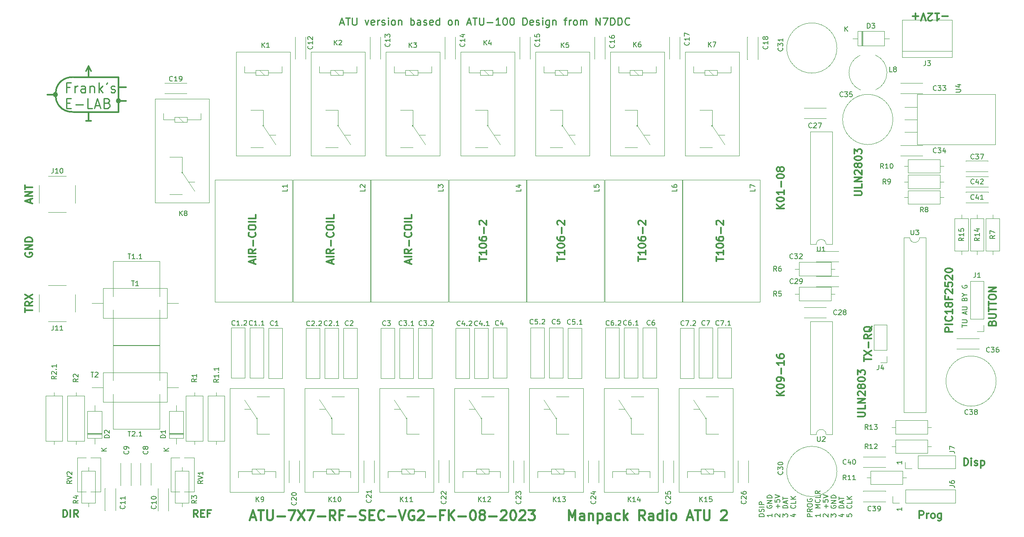
<source format=gbr>
%TF.GenerationSoftware,KiCad,Pcbnew,7.0.6-7.0.6~ubuntu22.04.1*%
%TF.CreationDate,2023-08-27T09:10:39+02:00*%
%TF.ProjectId,ATU-7X7-RF-SEC-VG2,4154552d-3758-4372-9d52-462d5345432d,1*%
%TF.SameCoordinates,Original*%
%TF.FileFunction,Legend,Top*%
%TF.FilePolarity,Positive*%
%FSLAX46Y46*%
G04 Gerber Fmt 4.6, Leading zero omitted, Abs format (unit mm)*
G04 Created by KiCad (PCBNEW 7.0.6-7.0.6~ubuntu22.04.1) date 2023-08-27 09:10:39*
%MOMM*%
%LPD*%
G01*
G04 APERTURE LIST*
%ADD10C,0.300000*%
%ADD11C,0.150000*%
%ADD12C,0.250000*%
%ADD13C,0.400000*%
%ADD14C,0.120000*%
G04 APERTURE END LIST*
D10*
X112644757Y-138239285D02*
X112644757Y-137525000D01*
X113073328Y-138382142D02*
X111573328Y-137882142D01*
X111573328Y-137882142D02*
X113073328Y-137382142D01*
X113073328Y-136882143D02*
X111573328Y-136882143D01*
X111573328Y-136882143D02*
X113073328Y-136025000D01*
X113073328Y-136025000D02*
X111573328Y-136025000D01*
X111573328Y-135524999D02*
X111573328Y-134667857D01*
X113073328Y-135096428D02*
X111573328Y-135096428D01*
X111573328Y-160642856D02*
X111573328Y-159785714D01*
X113073328Y-160214285D02*
X111573328Y-160214285D01*
X113073328Y-158428571D02*
X112359042Y-158928571D01*
X113073328Y-159285714D02*
X111573328Y-159285714D01*
X111573328Y-159285714D02*
X111573328Y-158714285D01*
X111573328Y-158714285D02*
X111644757Y-158571428D01*
X111644757Y-158571428D02*
X111716185Y-158499999D01*
X111716185Y-158499999D02*
X111859042Y-158428571D01*
X111859042Y-158428571D02*
X112073328Y-158428571D01*
X112073328Y-158428571D02*
X112216185Y-158499999D01*
X112216185Y-158499999D02*
X112287614Y-158571428D01*
X112287614Y-158571428D02*
X112359042Y-158714285D01*
X112359042Y-158714285D02*
X112359042Y-159285714D01*
X111573328Y-157928571D02*
X113073328Y-156928571D01*
X111573328Y-156928571D02*
X113073328Y-157928571D01*
X204040828Y-150154774D02*
X204040828Y-149297632D01*
X205540828Y-149726203D02*
X204040828Y-149726203D01*
X205540828Y-148011917D02*
X205540828Y-148869060D01*
X205540828Y-148440489D02*
X204040828Y-148440489D01*
X204040828Y-148440489D02*
X204255114Y-148583346D01*
X204255114Y-148583346D02*
X204397971Y-148726203D01*
X204397971Y-148726203D02*
X204469400Y-148869060D01*
X204040828Y-147083346D02*
X204040828Y-146940489D01*
X204040828Y-146940489D02*
X204112257Y-146797632D01*
X204112257Y-146797632D02*
X204183685Y-146726204D01*
X204183685Y-146726204D02*
X204326542Y-146654775D01*
X204326542Y-146654775D02*
X204612257Y-146583346D01*
X204612257Y-146583346D02*
X204969400Y-146583346D01*
X204969400Y-146583346D02*
X205255114Y-146654775D01*
X205255114Y-146654775D02*
X205397971Y-146726204D01*
X205397971Y-146726204D02*
X205469400Y-146797632D01*
X205469400Y-146797632D02*
X205540828Y-146940489D01*
X205540828Y-146940489D02*
X205540828Y-147083346D01*
X205540828Y-147083346D02*
X205469400Y-147226204D01*
X205469400Y-147226204D02*
X205397971Y-147297632D01*
X205397971Y-147297632D02*
X205255114Y-147369061D01*
X205255114Y-147369061D02*
X204969400Y-147440489D01*
X204969400Y-147440489D02*
X204612257Y-147440489D01*
X204612257Y-147440489D02*
X204326542Y-147369061D01*
X204326542Y-147369061D02*
X204183685Y-147297632D01*
X204183685Y-147297632D02*
X204112257Y-147226204D01*
X204112257Y-147226204D02*
X204040828Y-147083346D01*
X204040828Y-145297633D02*
X204040828Y-145583347D01*
X204040828Y-145583347D02*
X204112257Y-145726204D01*
X204112257Y-145726204D02*
X204183685Y-145797633D01*
X204183685Y-145797633D02*
X204397971Y-145940490D01*
X204397971Y-145940490D02*
X204683685Y-146011918D01*
X204683685Y-146011918D02*
X205255114Y-146011918D01*
X205255114Y-146011918D02*
X205397971Y-145940490D01*
X205397971Y-145940490D02*
X205469400Y-145869061D01*
X205469400Y-145869061D02*
X205540828Y-145726204D01*
X205540828Y-145726204D02*
X205540828Y-145440490D01*
X205540828Y-145440490D02*
X205469400Y-145297633D01*
X205469400Y-145297633D02*
X205397971Y-145226204D01*
X205397971Y-145226204D02*
X205255114Y-145154775D01*
X205255114Y-145154775D02*
X204897971Y-145154775D01*
X204897971Y-145154775D02*
X204755114Y-145226204D01*
X204755114Y-145226204D02*
X204683685Y-145297633D01*
X204683685Y-145297633D02*
X204612257Y-145440490D01*
X204612257Y-145440490D02*
X204612257Y-145726204D01*
X204612257Y-145726204D02*
X204683685Y-145869061D01*
X204683685Y-145869061D02*
X204755114Y-145940490D01*
X204755114Y-145940490D02*
X204897971Y-146011918D01*
X204969400Y-144511919D02*
X204969400Y-143369062D01*
X204183685Y-142726204D02*
X204112257Y-142654776D01*
X204112257Y-142654776D02*
X204040828Y-142511919D01*
X204040828Y-142511919D02*
X204040828Y-142154776D01*
X204040828Y-142154776D02*
X204112257Y-142011919D01*
X204112257Y-142011919D02*
X204183685Y-141940490D01*
X204183685Y-141940490D02*
X204326542Y-141869061D01*
X204326542Y-141869061D02*
X204469400Y-141869061D01*
X204469400Y-141869061D02*
X204683685Y-141940490D01*
X204683685Y-141940490D02*
X205540828Y-142797633D01*
X205540828Y-142797633D02*
X205540828Y-141869061D01*
D11*
X262034819Y-202228220D02*
X261034819Y-202228220D01*
X261034819Y-202228220D02*
X261034819Y-201990125D01*
X261034819Y-201990125D02*
X261082438Y-201847268D01*
X261082438Y-201847268D02*
X261177676Y-201752030D01*
X261177676Y-201752030D02*
X261272914Y-201704411D01*
X261272914Y-201704411D02*
X261463390Y-201656792D01*
X261463390Y-201656792D02*
X261606247Y-201656792D01*
X261606247Y-201656792D02*
X261796723Y-201704411D01*
X261796723Y-201704411D02*
X261891961Y-201752030D01*
X261891961Y-201752030D02*
X261987200Y-201847268D01*
X261987200Y-201847268D02*
X262034819Y-201990125D01*
X262034819Y-201990125D02*
X262034819Y-202228220D01*
X261987200Y-201275839D02*
X262034819Y-201132982D01*
X262034819Y-201132982D02*
X262034819Y-200894887D01*
X262034819Y-200894887D02*
X261987200Y-200799649D01*
X261987200Y-200799649D02*
X261939580Y-200752030D01*
X261939580Y-200752030D02*
X261844342Y-200704411D01*
X261844342Y-200704411D02*
X261749104Y-200704411D01*
X261749104Y-200704411D02*
X261653866Y-200752030D01*
X261653866Y-200752030D02*
X261606247Y-200799649D01*
X261606247Y-200799649D02*
X261558628Y-200894887D01*
X261558628Y-200894887D02*
X261511009Y-201085363D01*
X261511009Y-201085363D02*
X261463390Y-201180601D01*
X261463390Y-201180601D02*
X261415771Y-201228220D01*
X261415771Y-201228220D02*
X261320533Y-201275839D01*
X261320533Y-201275839D02*
X261225295Y-201275839D01*
X261225295Y-201275839D02*
X261130057Y-201228220D01*
X261130057Y-201228220D02*
X261082438Y-201180601D01*
X261082438Y-201180601D02*
X261034819Y-201085363D01*
X261034819Y-201085363D02*
X261034819Y-200847268D01*
X261034819Y-200847268D02*
X261082438Y-200704411D01*
X262034819Y-200275839D02*
X261034819Y-200275839D01*
X262034819Y-199799649D02*
X261034819Y-199799649D01*
X261034819Y-199799649D02*
X261034819Y-199418697D01*
X261034819Y-199418697D02*
X261082438Y-199323459D01*
X261082438Y-199323459D02*
X261130057Y-199275840D01*
X261130057Y-199275840D02*
X261225295Y-199228221D01*
X261225295Y-199228221D02*
X261368152Y-199228221D01*
X261368152Y-199228221D02*
X261463390Y-199275840D01*
X261463390Y-199275840D02*
X261511009Y-199323459D01*
X261511009Y-199323459D02*
X261558628Y-199418697D01*
X261558628Y-199418697D02*
X261558628Y-199799649D01*
X263644819Y-201704411D02*
X263644819Y-202275839D01*
X263644819Y-201990125D02*
X262644819Y-201990125D01*
X262644819Y-201990125D02*
X262787676Y-202085363D01*
X262787676Y-202085363D02*
X262882914Y-202180601D01*
X262882914Y-202180601D02*
X262930533Y-202275839D01*
X262692438Y-199990125D02*
X262644819Y-200085363D01*
X262644819Y-200085363D02*
X262644819Y-200228220D01*
X262644819Y-200228220D02*
X262692438Y-200371077D01*
X262692438Y-200371077D02*
X262787676Y-200466315D01*
X262787676Y-200466315D02*
X262882914Y-200513934D01*
X262882914Y-200513934D02*
X263073390Y-200561553D01*
X263073390Y-200561553D02*
X263216247Y-200561553D01*
X263216247Y-200561553D02*
X263406723Y-200513934D01*
X263406723Y-200513934D02*
X263501961Y-200466315D01*
X263501961Y-200466315D02*
X263597200Y-200371077D01*
X263597200Y-200371077D02*
X263644819Y-200228220D01*
X263644819Y-200228220D02*
X263644819Y-200132982D01*
X263644819Y-200132982D02*
X263597200Y-199990125D01*
X263597200Y-199990125D02*
X263549580Y-199942506D01*
X263549580Y-199942506D02*
X263216247Y-199942506D01*
X263216247Y-199942506D02*
X263216247Y-200132982D01*
X263644819Y-199513934D02*
X262644819Y-199513934D01*
X262644819Y-199513934D02*
X263644819Y-198942506D01*
X263644819Y-198942506D02*
X262644819Y-198942506D01*
X263644819Y-198466315D02*
X262644819Y-198466315D01*
X262644819Y-198466315D02*
X262644819Y-198228220D01*
X262644819Y-198228220D02*
X262692438Y-198085363D01*
X262692438Y-198085363D02*
X262787676Y-197990125D01*
X262787676Y-197990125D02*
X262882914Y-197942506D01*
X262882914Y-197942506D02*
X263073390Y-197894887D01*
X263073390Y-197894887D02*
X263216247Y-197894887D01*
X263216247Y-197894887D02*
X263406723Y-197942506D01*
X263406723Y-197942506D02*
X263501961Y-197990125D01*
X263501961Y-197990125D02*
X263597200Y-198085363D01*
X263597200Y-198085363D02*
X263644819Y-198228220D01*
X263644819Y-198228220D02*
X263644819Y-198466315D01*
X264350057Y-202275839D02*
X264302438Y-202228220D01*
X264302438Y-202228220D02*
X264254819Y-202132982D01*
X264254819Y-202132982D02*
X264254819Y-201894887D01*
X264254819Y-201894887D02*
X264302438Y-201799649D01*
X264302438Y-201799649D02*
X264350057Y-201752030D01*
X264350057Y-201752030D02*
X264445295Y-201704411D01*
X264445295Y-201704411D02*
X264540533Y-201704411D01*
X264540533Y-201704411D02*
X264683390Y-201752030D01*
X264683390Y-201752030D02*
X265254819Y-202323458D01*
X265254819Y-202323458D02*
X265254819Y-201704411D01*
X264873866Y-200513934D02*
X264873866Y-199752030D01*
X265254819Y-200132982D02*
X264492914Y-200132982D01*
X264254819Y-198799649D02*
X264254819Y-199275839D01*
X264254819Y-199275839D02*
X264731009Y-199323458D01*
X264731009Y-199323458D02*
X264683390Y-199275839D01*
X264683390Y-199275839D02*
X264635771Y-199180601D01*
X264635771Y-199180601D02*
X264635771Y-198942506D01*
X264635771Y-198942506D02*
X264683390Y-198847268D01*
X264683390Y-198847268D02*
X264731009Y-198799649D01*
X264731009Y-198799649D02*
X264826247Y-198752030D01*
X264826247Y-198752030D02*
X265064342Y-198752030D01*
X265064342Y-198752030D02*
X265159580Y-198799649D01*
X265159580Y-198799649D02*
X265207200Y-198847268D01*
X265207200Y-198847268D02*
X265254819Y-198942506D01*
X265254819Y-198942506D02*
X265254819Y-199180601D01*
X265254819Y-199180601D02*
X265207200Y-199275839D01*
X265207200Y-199275839D02*
X265159580Y-199323458D01*
X264254819Y-198466315D02*
X265254819Y-198132982D01*
X265254819Y-198132982D02*
X264254819Y-197799649D01*
X265864819Y-202323458D02*
X265864819Y-201704411D01*
X265864819Y-201704411D02*
X266245771Y-202037744D01*
X266245771Y-202037744D02*
X266245771Y-201894887D01*
X266245771Y-201894887D02*
X266293390Y-201799649D01*
X266293390Y-201799649D02*
X266341009Y-201752030D01*
X266341009Y-201752030D02*
X266436247Y-201704411D01*
X266436247Y-201704411D02*
X266674342Y-201704411D01*
X266674342Y-201704411D02*
X266769580Y-201752030D01*
X266769580Y-201752030D02*
X266817200Y-201799649D01*
X266817200Y-201799649D02*
X266864819Y-201894887D01*
X266864819Y-201894887D02*
X266864819Y-202180601D01*
X266864819Y-202180601D02*
X266817200Y-202275839D01*
X266817200Y-202275839D02*
X266769580Y-202323458D01*
X266864819Y-200513934D02*
X265864819Y-200513934D01*
X265864819Y-200513934D02*
X265864819Y-200275839D01*
X265864819Y-200275839D02*
X265912438Y-200132982D01*
X265912438Y-200132982D02*
X266007676Y-200037744D01*
X266007676Y-200037744D02*
X266102914Y-199990125D01*
X266102914Y-199990125D02*
X266293390Y-199942506D01*
X266293390Y-199942506D02*
X266436247Y-199942506D01*
X266436247Y-199942506D02*
X266626723Y-199990125D01*
X266626723Y-199990125D02*
X266721961Y-200037744D01*
X266721961Y-200037744D02*
X266817200Y-200132982D01*
X266817200Y-200132982D02*
X266864819Y-200275839D01*
X266864819Y-200275839D02*
X266864819Y-200513934D01*
X266579104Y-199561553D02*
X266579104Y-199085363D01*
X266864819Y-199656791D02*
X265864819Y-199323458D01*
X265864819Y-199323458D02*
X266864819Y-198990125D01*
X265864819Y-198799648D02*
X265864819Y-198228220D01*
X266864819Y-198513934D02*
X265864819Y-198513934D01*
X267808152Y-201799649D02*
X268474819Y-201799649D01*
X267427200Y-202037744D02*
X268141485Y-202275839D01*
X268141485Y-202275839D02*
X268141485Y-201656792D01*
X268379580Y-199942506D02*
X268427200Y-199990125D01*
X268427200Y-199990125D02*
X268474819Y-200132982D01*
X268474819Y-200132982D02*
X268474819Y-200228220D01*
X268474819Y-200228220D02*
X268427200Y-200371077D01*
X268427200Y-200371077D02*
X268331961Y-200466315D01*
X268331961Y-200466315D02*
X268236723Y-200513934D01*
X268236723Y-200513934D02*
X268046247Y-200561553D01*
X268046247Y-200561553D02*
X267903390Y-200561553D01*
X267903390Y-200561553D02*
X267712914Y-200513934D01*
X267712914Y-200513934D02*
X267617676Y-200466315D01*
X267617676Y-200466315D02*
X267522438Y-200371077D01*
X267522438Y-200371077D02*
X267474819Y-200228220D01*
X267474819Y-200228220D02*
X267474819Y-200132982D01*
X267474819Y-200132982D02*
X267522438Y-199990125D01*
X267522438Y-199990125D02*
X267570057Y-199942506D01*
X268474819Y-199037744D02*
X268474819Y-199513934D01*
X268474819Y-199513934D02*
X267474819Y-199513934D01*
X268474819Y-198704410D02*
X267474819Y-198704410D01*
X268474819Y-198132982D02*
X267903390Y-198561553D01*
X267474819Y-198132982D02*
X268046247Y-198704410D01*
D10*
X266108328Y-177533570D02*
X264608328Y-177533570D01*
X266108328Y-176676427D02*
X265251185Y-177319284D01*
X264608328Y-176676427D02*
X265465471Y-177533570D01*
X264608328Y-175747855D02*
X264608328Y-175604998D01*
X264608328Y-175604998D02*
X264679757Y-175462141D01*
X264679757Y-175462141D02*
X264751185Y-175390713D01*
X264751185Y-175390713D02*
X264894042Y-175319284D01*
X264894042Y-175319284D02*
X265179757Y-175247855D01*
X265179757Y-175247855D02*
X265536900Y-175247855D01*
X265536900Y-175247855D02*
X265822614Y-175319284D01*
X265822614Y-175319284D02*
X265965471Y-175390713D01*
X265965471Y-175390713D02*
X266036900Y-175462141D01*
X266036900Y-175462141D02*
X266108328Y-175604998D01*
X266108328Y-175604998D02*
X266108328Y-175747855D01*
X266108328Y-175747855D02*
X266036900Y-175890713D01*
X266036900Y-175890713D02*
X265965471Y-175962141D01*
X265965471Y-175962141D02*
X265822614Y-176033570D01*
X265822614Y-176033570D02*
X265536900Y-176104998D01*
X265536900Y-176104998D02*
X265179757Y-176104998D01*
X265179757Y-176104998D02*
X264894042Y-176033570D01*
X264894042Y-176033570D02*
X264751185Y-175962141D01*
X264751185Y-175962141D02*
X264679757Y-175890713D01*
X264679757Y-175890713D02*
X264608328Y-175747855D01*
X266108328Y-174533570D02*
X266108328Y-174247856D01*
X266108328Y-174247856D02*
X266036900Y-174104999D01*
X266036900Y-174104999D02*
X265965471Y-174033570D01*
X265965471Y-174033570D02*
X265751185Y-173890713D01*
X265751185Y-173890713D02*
X265465471Y-173819284D01*
X265465471Y-173819284D02*
X264894042Y-173819284D01*
X264894042Y-173819284D02*
X264751185Y-173890713D01*
X264751185Y-173890713D02*
X264679757Y-173962142D01*
X264679757Y-173962142D02*
X264608328Y-174104999D01*
X264608328Y-174104999D02*
X264608328Y-174390713D01*
X264608328Y-174390713D02*
X264679757Y-174533570D01*
X264679757Y-174533570D02*
X264751185Y-174604999D01*
X264751185Y-174604999D02*
X264894042Y-174676427D01*
X264894042Y-174676427D02*
X265251185Y-174676427D01*
X265251185Y-174676427D02*
X265394042Y-174604999D01*
X265394042Y-174604999D02*
X265465471Y-174533570D01*
X265465471Y-174533570D02*
X265536900Y-174390713D01*
X265536900Y-174390713D02*
X265536900Y-174104999D01*
X265536900Y-174104999D02*
X265465471Y-173962142D01*
X265465471Y-173962142D02*
X265394042Y-173890713D01*
X265394042Y-173890713D02*
X265251185Y-173819284D01*
X265536900Y-173176428D02*
X265536900Y-172033571D01*
X266108328Y-170533570D02*
X266108328Y-171390713D01*
X266108328Y-170962142D02*
X264608328Y-170962142D01*
X264608328Y-170962142D02*
X264822614Y-171104999D01*
X264822614Y-171104999D02*
X264965471Y-171247856D01*
X264965471Y-171247856D02*
X265036900Y-171390713D01*
X264608328Y-169247857D02*
X264608328Y-169533571D01*
X264608328Y-169533571D02*
X264679757Y-169676428D01*
X264679757Y-169676428D02*
X264751185Y-169747857D01*
X264751185Y-169747857D02*
X264965471Y-169890714D01*
X264965471Y-169890714D02*
X265251185Y-169962142D01*
X265251185Y-169962142D02*
X265822614Y-169962142D01*
X265822614Y-169962142D02*
X265965471Y-169890714D01*
X265965471Y-169890714D02*
X266036900Y-169819285D01*
X266036900Y-169819285D02*
X266108328Y-169676428D01*
X266108328Y-169676428D02*
X266108328Y-169390714D01*
X266108328Y-169390714D02*
X266036900Y-169247857D01*
X266036900Y-169247857D02*
X265965471Y-169176428D01*
X265965471Y-169176428D02*
X265822614Y-169104999D01*
X265822614Y-169104999D02*
X265465471Y-169104999D01*
X265465471Y-169104999D02*
X265322614Y-169176428D01*
X265322614Y-169176428D02*
X265251185Y-169247857D01*
X265251185Y-169247857D02*
X265179757Y-169390714D01*
X265179757Y-169390714D02*
X265179757Y-169676428D01*
X265179757Y-169676428D02*
X265251185Y-169819285D01*
X265251185Y-169819285D02*
X265322614Y-169890714D01*
X265322614Y-169890714D02*
X265465471Y-169962142D01*
X281118328Y-181843571D02*
X282332614Y-181843571D01*
X282332614Y-181843571D02*
X282475471Y-181772142D01*
X282475471Y-181772142D02*
X282546900Y-181700714D01*
X282546900Y-181700714D02*
X282618328Y-181557856D01*
X282618328Y-181557856D02*
X282618328Y-181272142D01*
X282618328Y-181272142D02*
X282546900Y-181129285D01*
X282546900Y-181129285D02*
X282475471Y-181057856D01*
X282475471Y-181057856D02*
X282332614Y-180986428D01*
X282332614Y-180986428D02*
X281118328Y-180986428D01*
X282618328Y-179557856D02*
X282618328Y-180272142D01*
X282618328Y-180272142D02*
X281118328Y-180272142D01*
X282618328Y-179057856D02*
X281118328Y-179057856D01*
X281118328Y-179057856D02*
X282618328Y-178200713D01*
X282618328Y-178200713D02*
X281118328Y-178200713D01*
X281261185Y-177557855D02*
X281189757Y-177486427D01*
X281189757Y-177486427D02*
X281118328Y-177343570D01*
X281118328Y-177343570D02*
X281118328Y-176986427D01*
X281118328Y-176986427D02*
X281189757Y-176843570D01*
X281189757Y-176843570D02*
X281261185Y-176772141D01*
X281261185Y-176772141D02*
X281404042Y-176700712D01*
X281404042Y-176700712D02*
X281546900Y-176700712D01*
X281546900Y-176700712D02*
X281761185Y-176772141D01*
X281761185Y-176772141D02*
X282618328Y-177629284D01*
X282618328Y-177629284D02*
X282618328Y-176700712D01*
X281761185Y-175843570D02*
X281689757Y-175986427D01*
X281689757Y-175986427D02*
X281618328Y-176057856D01*
X281618328Y-176057856D02*
X281475471Y-176129284D01*
X281475471Y-176129284D02*
X281404042Y-176129284D01*
X281404042Y-176129284D02*
X281261185Y-176057856D01*
X281261185Y-176057856D02*
X281189757Y-175986427D01*
X281189757Y-175986427D02*
X281118328Y-175843570D01*
X281118328Y-175843570D02*
X281118328Y-175557856D01*
X281118328Y-175557856D02*
X281189757Y-175414999D01*
X281189757Y-175414999D02*
X281261185Y-175343570D01*
X281261185Y-175343570D02*
X281404042Y-175272141D01*
X281404042Y-175272141D02*
X281475471Y-175272141D01*
X281475471Y-175272141D02*
X281618328Y-175343570D01*
X281618328Y-175343570D02*
X281689757Y-175414999D01*
X281689757Y-175414999D02*
X281761185Y-175557856D01*
X281761185Y-175557856D02*
X281761185Y-175843570D01*
X281761185Y-175843570D02*
X281832614Y-175986427D01*
X281832614Y-175986427D02*
X281904042Y-176057856D01*
X281904042Y-176057856D02*
X282046900Y-176129284D01*
X282046900Y-176129284D02*
X282332614Y-176129284D01*
X282332614Y-176129284D02*
X282475471Y-176057856D01*
X282475471Y-176057856D02*
X282546900Y-175986427D01*
X282546900Y-175986427D02*
X282618328Y-175843570D01*
X282618328Y-175843570D02*
X282618328Y-175557856D01*
X282618328Y-175557856D02*
X282546900Y-175414999D01*
X282546900Y-175414999D02*
X282475471Y-175343570D01*
X282475471Y-175343570D02*
X282332614Y-175272141D01*
X282332614Y-175272141D02*
X282046900Y-175272141D01*
X282046900Y-175272141D02*
X281904042Y-175343570D01*
X281904042Y-175343570D02*
X281832614Y-175414999D01*
X281832614Y-175414999D02*
X281761185Y-175557856D01*
X281118328Y-174343570D02*
X281118328Y-174200713D01*
X281118328Y-174200713D02*
X281189757Y-174057856D01*
X281189757Y-174057856D02*
X281261185Y-173986428D01*
X281261185Y-173986428D02*
X281404042Y-173914999D01*
X281404042Y-173914999D02*
X281689757Y-173843570D01*
X281689757Y-173843570D02*
X282046900Y-173843570D01*
X282046900Y-173843570D02*
X282332614Y-173914999D01*
X282332614Y-173914999D02*
X282475471Y-173986428D01*
X282475471Y-173986428D02*
X282546900Y-174057856D01*
X282546900Y-174057856D02*
X282618328Y-174200713D01*
X282618328Y-174200713D02*
X282618328Y-174343570D01*
X282618328Y-174343570D02*
X282546900Y-174486428D01*
X282546900Y-174486428D02*
X282475471Y-174557856D01*
X282475471Y-174557856D02*
X282332614Y-174629285D01*
X282332614Y-174629285D02*
X282046900Y-174700713D01*
X282046900Y-174700713D02*
X281689757Y-174700713D01*
X281689757Y-174700713D02*
X281404042Y-174629285D01*
X281404042Y-174629285D02*
X281261185Y-174557856D01*
X281261185Y-174557856D02*
X281189757Y-174486428D01*
X281189757Y-174486428D02*
X281118328Y-174343570D01*
X281118328Y-173343571D02*
X281118328Y-172414999D01*
X281118328Y-172414999D02*
X281689757Y-172914999D01*
X281689757Y-172914999D02*
X281689757Y-172700714D01*
X281689757Y-172700714D02*
X281761185Y-172557857D01*
X281761185Y-172557857D02*
X281832614Y-172486428D01*
X281832614Y-172486428D02*
X281975471Y-172414999D01*
X281975471Y-172414999D02*
X282332614Y-172414999D01*
X282332614Y-172414999D02*
X282475471Y-172486428D01*
X282475471Y-172486428D02*
X282546900Y-172557857D01*
X282546900Y-172557857D02*
X282618328Y-172700714D01*
X282618328Y-172700714D02*
X282618328Y-173129285D01*
X282618328Y-173129285D02*
X282546900Y-173272142D01*
X282546900Y-173272142D02*
X282475471Y-173343571D01*
X299481428Y-100223100D02*
X298338571Y-100223100D01*
X296838570Y-99651671D02*
X297695713Y-99651671D01*
X297267142Y-99651671D02*
X297267142Y-101151671D01*
X297267142Y-101151671D02*
X297409999Y-100937385D01*
X297409999Y-100937385D02*
X297552856Y-100794528D01*
X297552856Y-100794528D02*
X297695713Y-100723100D01*
X296267142Y-101008814D02*
X296195714Y-101080242D01*
X296195714Y-101080242D02*
X296052857Y-101151671D01*
X296052857Y-101151671D02*
X295695714Y-101151671D01*
X295695714Y-101151671D02*
X295552857Y-101080242D01*
X295552857Y-101080242D02*
X295481428Y-101008814D01*
X295481428Y-101008814D02*
X295409999Y-100865957D01*
X295409999Y-100865957D02*
X295409999Y-100723100D01*
X295409999Y-100723100D02*
X295481428Y-100508814D01*
X295481428Y-100508814D02*
X296338571Y-99651671D01*
X296338571Y-99651671D02*
X295409999Y-99651671D01*
X294981428Y-101151671D02*
X294481428Y-99651671D01*
X294481428Y-99651671D02*
X293981428Y-101151671D01*
X293481429Y-100223100D02*
X292338572Y-100223100D01*
X292910000Y-99651671D02*
X292910000Y-100794528D01*
X302764285Y-191813328D02*
X302764285Y-190313328D01*
X302764285Y-190313328D02*
X303121428Y-190313328D01*
X303121428Y-190313328D02*
X303335714Y-190384757D01*
X303335714Y-190384757D02*
X303478571Y-190527614D01*
X303478571Y-190527614D02*
X303550000Y-190670471D01*
X303550000Y-190670471D02*
X303621428Y-190956185D01*
X303621428Y-190956185D02*
X303621428Y-191170471D01*
X303621428Y-191170471D02*
X303550000Y-191456185D01*
X303550000Y-191456185D02*
X303478571Y-191599042D01*
X303478571Y-191599042D02*
X303335714Y-191741900D01*
X303335714Y-191741900D02*
X303121428Y-191813328D01*
X303121428Y-191813328D02*
X302764285Y-191813328D01*
X304264285Y-191813328D02*
X304264285Y-190813328D01*
X304264285Y-190313328D02*
X304192857Y-190384757D01*
X304192857Y-190384757D02*
X304264285Y-190456185D01*
X304264285Y-190456185D02*
X304335714Y-190384757D01*
X304335714Y-190384757D02*
X304264285Y-190313328D01*
X304264285Y-190313328D02*
X304264285Y-190456185D01*
X304907143Y-191741900D02*
X305050000Y-191813328D01*
X305050000Y-191813328D02*
X305335714Y-191813328D01*
X305335714Y-191813328D02*
X305478571Y-191741900D01*
X305478571Y-191741900D02*
X305550000Y-191599042D01*
X305550000Y-191599042D02*
X305550000Y-191527614D01*
X305550000Y-191527614D02*
X305478571Y-191384757D01*
X305478571Y-191384757D02*
X305335714Y-191313328D01*
X305335714Y-191313328D02*
X305121429Y-191313328D01*
X305121429Y-191313328D02*
X304978571Y-191241900D01*
X304978571Y-191241900D02*
X304907143Y-191099042D01*
X304907143Y-191099042D02*
X304907143Y-191027614D01*
X304907143Y-191027614D02*
X304978571Y-190884757D01*
X304978571Y-190884757D02*
X305121429Y-190813328D01*
X305121429Y-190813328D02*
X305335714Y-190813328D01*
X305335714Y-190813328D02*
X305478571Y-190884757D01*
X306192857Y-190813328D02*
X306192857Y-192313328D01*
X306192857Y-190884757D02*
X306335715Y-190813328D01*
X306335715Y-190813328D02*
X306621429Y-190813328D01*
X306621429Y-190813328D02*
X306764286Y-190884757D01*
X306764286Y-190884757D02*
X306835715Y-190956185D01*
X306835715Y-190956185D02*
X306907143Y-191099042D01*
X306907143Y-191099042D02*
X306907143Y-191527614D01*
X306907143Y-191527614D02*
X306835715Y-191670471D01*
X306835715Y-191670471D02*
X306764286Y-191741900D01*
X306764286Y-191741900D02*
X306621429Y-191813328D01*
X306621429Y-191813328D02*
X306335715Y-191813328D01*
X306335715Y-191813328D02*
X306192857Y-191741900D01*
X189872257Y-150646917D02*
X189872257Y-149932632D01*
X190300828Y-150789774D02*
X188800828Y-150289774D01*
X188800828Y-150289774D02*
X190300828Y-149789774D01*
X190300828Y-149289775D02*
X188800828Y-149289775D01*
X190300828Y-147718346D02*
X189586542Y-148218346D01*
X190300828Y-148575489D02*
X188800828Y-148575489D01*
X188800828Y-148575489D02*
X188800828Y-148004060D01*
X188800828Y-148004060D02*
X188872257Y-147861203D01*
X188872257Y-147861203D02*
X188943685Y-147789774D01*
X188943685Y-147789774D02*
X189086542Y-147718346D01*
X189086542Y-147718346D02*
X189300828Y-147718346D01*
X189300828Y-147718346D02*
X189443685Y-147789774D01*
X189443685Y-147789774D02*
X189515114Y-147861203D01*
X189515114Y-147861203D02*
X189586542Y-148004060D01*
X189586542Y-148004060D02*
X189586542Y-148575489D01*
X189729400Y-147075489D02*
X189729400Y-145932632D01*
X190157971Y-144361203D02*
X190229400Y-144432631D01*
X190229400Y-144432631D02*
X190300828Y-144646917D01*
X190300828Y-144646917D02*
X190300828Y-144789774D01*
X190300828Y-144789774D02*
X190229400Y-145004060D01*
X190229400Y-145004060D02*
X190086542Y-145146917D01*
X190086542Y-145146917D02*
X189943685Y-145218346D01*
X189943685Y-145218346D02*
X189657971Y-145289774D01*
X189657971Y-145289774D02*
X189443685Y-145289774D01*
X189443685Y-145289774D02*
X189157971Y-145218346D01*
X189157971Y-145218346D02*
X189015114Y-145146917D01*
X189015114Y-145146917D02*
X188872257Y-145004060D01*
X188872257Y-145004060D02*
X188800828Y-144789774D01*
X188800828Y-144789774D02*
X188800828Y-144646917D01*
X188800828Y-144646917D02*
X188872257Y-144432631D01*
X188872257Y-144432631D02*
X188943685Y-144361203D01*
X188800828Y-143432631D02*
X188800828Y-143146917D01*
X188800828Y-143146917D02*
X188872257Y-143004060D01*
X188872257Y-143004060D02*
X189015114Y-142861203D01*
X189015114Y-142861203D02*
X189300828Y-142789774D01*
X189300828Y-142789774D02*
X189800828Y-142789774D01*
X189800828Y-142789774D02*
X190086542Y-142861203D01*
X190086542Y-142861203D02*
X190229400Y-143004060D01*
X190229400Y-143004060D02*
X190300828Y-143146917D01*
X190300828Y-143146917D02*
X190300828Y-143432631D01*
X190300828Y-143432631D02*
X190229400Y-143575489D01*
X190229400Y-143575489D02*
X190086542Y-143718346D01*
X190086542Y-143718346D02*
X189800828Y-143789774D01*
X189800828Y-143789774D02*
X189300828Y-143789774D01*
X189300828Y-143789774D02*
X189015114Y-143718346D01*
X189015114Y-143718346D02*
X188872257Y-143575489D01*
X188872257Y-143575489D02*
X188800828Y-143432631D01*
X190300828Y-142146917D02*
X188800828Y-142146917D01*
X190300828Y-140718345D02*
X190300828Y-141432631D01*
X190300828Y-141432631D02*
X188800828Y-141432631D01*
X293695714Y-202608328D02*
X293695714Y-201108328D01*
X293695714Y-201108328D02*
X294267143Y-201108328D01*
X294267143Y-201108328D02*
X294410000Y-201179757D01*
X294410000Y-201179757D02*
X294481429Y-201251185D01*
X294481429Y-201251185D02*
X294552857Y-201394042D01*
X294552857Y-201394042D02*
X294552857Y-201608328D01*
X294552857Y-201608328D02*
X294481429Y-201751185D01*
X294481429Y-201751185D02*
X294410000Y-201822614D01*
X294410000Y-201822614D02*
X294267143Y-201894042D01*
X294267143Y-201894042D02*
X293695714Y-201894042D01*
X295195714Y-202608328D02*
X295195714Y-201608328D01*
X295195714Y-201894042D02*
X295267143Y-201751185D01*
X295267143Y-201751185D02*
X295338572Y-201679757D01*
X295338572Y-201679757D02*
X295481429Y-201608328D01*
X295481429Y-201608328D02*
X295624286Y-201608328D01*
X296338571Y-202608328D02*
X296195714Y-202536900D01*
X296195714Y-202536900D02*
X296124285Y-202465471D01*
X296124285Y-202465471D02*
X296052857Y-202322614D01*
X296052857Y-202322614D02*
X296052857Y-201894042D01*
X296052857Y-201894042D02*
X296124285Y-201751185D01*
X296124285Y-201751185D02*
X296195714Y-201679757D01*
X296195714Y-201679757D02*
X296338571Y-201608328D01*
X296338571Y-201608328D02*
X296552857Y-201608328D01*
X296552857Y-201608328D02*
X296695714Y-201679757D01*
X296695714Y-201679757D02*
X296767143Y-201751185D01*
X296767143Y-201751185D02*
X296838571Y-201894042D01*
X296838571Y-201894042D02*
X296838571Y-202322614D01*
X296838571Y-202322614D02*
X296767143Y-202465471D01*
X296767143Y-202465471D02*
X296695714Y-202536900D01*
X296695714Y-202536900D02*
X296552857Y-202608328D01*
X296552857Y-202608328D02*
X296338571Y-202608328D01*
X298124286Y-201608328D02*
X298124286Y-202822614D01*
X298124286Y-202822614D02*
X298052857Y-202965471D01*
X298052857Y-202965471D02*
X297981428Y-203036900D01*
X297981428Y-203036900D02*
X297838571Y-203108328D01*
X297838571Y-203108328D02*
X297624286Y-203108328D01*
X297624286Y-203108328D02*
X297481428Y-203036900D01*
X298124286Y-202536900D02*
X297981428Y-202608328D01*
X297981428Y-202608328D02*
X297695714Y-202608328D01*
X297695714Y-202608328D02*
X297552857Y-202536900D01*
X297552857Y-202536900D02*
X297481428Y-202465471D01*
X297481428Y-202465471D02*
X297410000Y-202322614D01*
X297410000Y-202322614D02*
X297410000Y-201894042D01*
X297410000Y-201894042D02*
X297481428Y-201751185D01*
X297481428Y-201751185D02*
X297552857Y-201679757D01*
X297552857Y-201679757D02*
X297695714Y-201608328D01*
X297695714Y-201608328D02*
X297981428Y-201608328D01*
X297981428Y-201608328D02*
X298124286Y-201679757D01*
X173997257Y-150646917D02*
X173997257Y-149932632D01*
X174425828Y-150789774D02*
X172925828Y-150289774D01*
X172925828Y-150289774D02*
X174425828Y-149789774D01*
X174425828Y-149289775D02*
X172925828Y-149289775D01*
X174425828Y-147718346D02*
X173711542Y-148218346D01*
X174425828Y-148575489D02*
X172925828Y-148575489D01*
X172925828Y-148575489D02*
X172925828Y-148004060D01*
X172925828Y-148004060D02*
X172997257Y-147861203D01*
X172997257Y-147861203D02*
X173068685Y-147789774D01*
X173068685Y-147789774D02*
X173211542Y-147718346D01*
X173211542Y-147718346D02*
X173425828Y-147718346D01*
X173425828Y-147718346D02*
X173568685Y-147789774D01*
X173568685Y-147789774D02*
X173640114Y-147861203D01*
X173640114Y-147861203D02*
X173711542Y-148004060D01*
X173711542Y-148004060D02*
X173711542Y-148575489D01*
X173854400Y-147075489D02*
X173854400Y-145932632D01*
X174282971Y-144361203D02*
X174354400Y-144432631D01*
X174354400Y-144432631D02*
X174425828Y-144646917D01*
X174425828Y-144646917D02*
X174425828Y-144789774D01*
X174425828Y-144789774D02*
X174354400Y-145004060D01*
X174354400Y-145004060D02*
X174211542Y-145146917D01*
X174211542Y-145146917D02*
X174068685Y-145218346D01*
X174068685Y-145218346D02*
X173782971Y-145289774D01*
X173782971Y-145289774D02*
X173568685Y-145289774D01*
X173568685Y-145289774D02*
X173282971Y-145218346D01*
X173282971Y-145218346D02*
X173140114Y-145146917D01*
X173140114Y-145146917D02*
X172997257Y-145004060D01*
X172997257Y-145004060D02*
X172925828Y-144789774D01*
X172925828Y-144789774D02*
X172925828Y-144646917D01*
X172925828Y-144646917D02*
X172997257Y-144432631D01*
X172997257Y-144432631D02*
X173068685Y-144361203D01*
X172925828Y-143432631D02*
X172925828Y-143146917D01*
X172925828Y-143146917D02*
X172997257Y-143004060D01*
X172997257Y-143004060D02*
X173140114Y-142861203D01*
X173140114Y-142861203D02*
X173425828Y-142789774D01*
X173425828Y-142789774D02*
X173925828Y-142789774D01*
X173925828Y-142789774D02*
X174211542Y-142861203D01*
X174211542Y-142861203D02*
X174354400Y-143004060D01*
X174354400Y-143004060D02*
X174425828Y-143146917D01*
X174425828Y-143146917D02*
X174425828Y-143432631D01*
X174425828Y-143432631D02*
X174354400Y-143575489D01*
X174354400Y-143575489D02*
X174211542Y-143718346D01*
X174211542Y-143718346D02*
X173925828Y-143789774D01*
X173925828Y-143789774D02*
X173425828Y-143789774D01*
X173425828Y-143789774D02*
X173140114Y-143718346D01*
X173140114Y-143718346D02*
X172997257Y-143575489D01*
X172997257Y-143575489D02*
X172925828Y-143432631D01*
X174425828Y-142146917D02*
X172925828Y-142146917D01*
X174425828Y-140718345D02*
X174425828Y-141432631D01*
X174425828Y-141432631D02*
X172925828Y-141432631D01*
D12*
X175710187Y-101609857D02*
X176424473Y-101609857D01*
X175567330Y-102038428D02*
X176067330Y-100538428D01*
X176067330Y-100538428D02*
X176567330Y-102038428D01*
X176853044Y-100538428D02*
X177710187Y-100538428D01*
X177281615Y-102038428D02*
X177281615Y-100538428D01*
X178210186Y-100538428D02*
X178210186Y-101752714D01*
X178210186Y-101752714D02*
X178281615Y-101895571D01*
X178281615Y-101895571D02*
X178353044Y-101967000D01*
X178353044Y-101967000D02*
X178495901Y-102038428D01*
X178495901Y-102038428D02*
X178781615Y-102038428D01*
X178781615Y-102038428D02*
X178924472Y-101967000D01*
X178924472Y-101967000D02*
X178995901Y-101895571D01*
X178995901Y-101895571D02*
X179067329Y-101752714D01*
X179067329Y-101752714D02*
X179067329Y-100538428D01*
X180781615Y-101038428D02*
X181138758Y-102038428D01*
X181138758Y-102038428D02*
X181495901Y-101038428D01*
X182638758Y-101967000D02*
X182495901Y-102038428D01*
X182495901Y-102038428D02*
X182210187Y-102038428D01*
X182210187Y-102038428D02*
X182067329Y-101967000D01*
X182067329Y-101967000D02*
X181995901Y-101824142D01*
X181995901Y-101824142D02*
X181995901Y-101252714D01*
X181995901Y-101252714D02*
X182067329Y-101109857D01*
X182067329Y-101109857D02*
X182210187Y-101038428D01*
X182210187Y-101038428D02*
X182495901Y-101038428D01*
X182495901Y-101038428D02*
X182638758Y-101109857D01*
X182638758Y-101109857D02*
X182710187Y-101252714D01*
X182710187Y-101252714D02*
X182710187Y-101395571D01*
X182710187Y-101395571D02*
X181995901Y-101538428D01*
X183353043Y-102038428D02*
X183353043Y-101038428D01*
X183353043Y-101324142D02*
X183424472Y-101181285D01*
X183424472Y-101181285D02*
X183495901Y-101109857D01*
X183495901Y-101109857D02*
X183638758Y-101038428D01*
X183638758Y-101038428D02*
X183781615Y-101038428D01*
X184210186Y-101967000D02*
X184353043Y-102038428D01*
X184353043Y-102038428D02*
X184638757Y-102038428D01*
X184638757Y-102038428D02*
X184781614Y-101967000D01*
X184781614Y-101967000D02*
X184853043Y-101824142D01*
X184853043Y-101824142D02*
X184853043Y-101752714D01*
X184853043Y-101752714D02*
X184781614Y-101609857D01*
X184781614Y-101609857D02*
X184638757Y-101538428D01*
X184638757Y-101538428D02*
X184424472Y-101538428D01*
X184424472Y-101538428D02*
X184281614Y-101467000D01*
X184281614Y-101467000D02*
X184210186Y-101324142D01*
X184210186Y-101324142D02*
X184210186Y-101252714D01*
X184210186Y-101252714D02*
X184281614Y-101109857D01*
X184281614Y-101109857D02*
X184424472Y-101038428D01*
X184424472Y-101038428D02*
X184638757Y-101038428D01*
X184638757Y-101038428D02*
X184781614Y-101109857D01*
X185495900Y-102038428D02*
X185495900Y-101038428D01*
X185495900Y-100538428D02*
X185424472Y-100609857D01*
X185424472Y-100609857D02*
X185495900Y-100681285D01*
X185495900Y-100681285D02*
X185567329Y-100609857D01*
X185567329Y-100609857D02*
X185495900Y-100538428D01*
X185495900Y-100538428D02*
X185495900Y-100681285D01*
X186424472Y-102038428D02*
X186281615Y-101967000D01*
X186281615Y-101967000D02*
X186210186Y-101895571D01*
X186210186Y-101895571D02*
X186138758Y-101752714D01*
X186138758Y-101752714D02*
X186138758Y-101324142D01*
X186138758Y-101324142D02*
X186210186Y-101181285D01*
X186210186Y-101181285D02*
X186281615Y-101109857D01*
X186281615Y-101109857D02*
X186424472Y-101038428D01*
X186424472Y-101038428D02*
X186638758Y-101038428D01*
X186638758Y-101038428D02*
X186781615Y-101109857D01*
X186781615Y-101109857D02*
X186853044Y-101181285D01*
X186853044Y-101181285D02*
X186924472Y-101324142D01*
X186924472Y-101324142D02*
X186924472Y-101752714D01*
X186924472Y-101752714D02*
X186853044Y-101895571D01*
X186853044Y-101895571D02*
X186781615Y-101967000D01*
X186781615Y-101967000D02*
X186638758Y-102038428D01*
X186638758Y-102038428D02*
X186424472Y-102038428D01*
X187567329Y-101038428D02*
X187567329Y-102038428D01*
X187567329Y-101181285D02*
X187638758Y-101109857D01*
X187638758Y-101109857D02*
X187781615Y-101038428D01*
X187781615Y-101038428D02*
X187995901Y-101038428D01*
X187995901Y-101038428D02*
X188138758Y-101109857D01*
X188138758Y-101109857D02*
X188210187Y-101252714D01*
X188210187Y-101252714D02*
X188210187Y-102038428D01*
X190067329Y-102038428D02*
X190067329Y-100538428D01*
X190067329Y-101109857D02*
X190210187Y-101038428D01*
X190210187Y-101038428D02*
X190495901Y-101038428D01*
X190495901Y-101038428D02*
X190638758Y-101109857D01*
X190638758Y-101109857D02*
X190710187Y-101181285D01*
X190710187Y-101181285D02*
X190781615Y-101324142D01*
X190781615Y-101324142D02*
X190781615Y-101752714D01*
X190781615Y-101752714D02*
X190710187Y-101895571D01*
X190710187Y-101895571D02*
X190638758Y-101967000D01*
X190638758Y-101967000D02*
X190495901Y-102038428D01*
X190495901Y-102038428D02*
X190210187Y-102038428D01*
X190210187Y-102038428D02*
X190067329Y-101967000D01*
X192067330Y-102038428D02*
X192067330Y-101252714D01*
X192067330Y-101252714D02*
X191995901Y-101109857D01*
X191995901Y-101109857D02*
X191853044Y-101038428D01*
X191853044Y-101038428D02*
X191567330Y-101038428D01*
X191567330Y-101038428D02*
X191424472Y-101109857D01*
X192067330Y-101967000D02*
X191924472Y-102038428D01*
X191924472Y-102038428D02*
X191567330Y-102038428D01*
X191567330Y-102038428D02*
X191424472Y-101967000D01*
X191424472Y-101967000D02*
X191353044Y-101824142D01*
X191353044Y-101824142D02*
X191353044Y-101681285D01*
X191353044Y-101681285D02*
X191424472Y-101538428D01*
X191424472Y-101538428D02*
X191567330Y-101467000D01*
X191567330Y-101467000D02*
X191924472Y-101467000D01*
X191924472Y-101467000D02*
X192067330Y-101395571D01*
X192710187Y-101967000D02*
X192853044Y-102038428D01*
X192853044Y-102038428D02*
X193138758Y-102038428D01*
X193138758Y-102038428D02*
X193281615Y-101967000D01*
X193281615Y-101967000D02*
X193353044Y-101824142D01*
X193353044Y-101824142D02*
X193353044Y-101752714D01*
X193353044Y-101752714D02*
X193281615Y-101609857D01*
X193281615Y-101609857D02*
X193138758Y-101538428D01*
X193138758Y-101538428D02*
X192924473Y-101538428D01*
X192924473Y-101538428D02*
X192781615Y-101467000D01*
X192781615Y-101467000D02*
X192710187Y-101324142D01*
X192710187Y-101324142D02*
X192710187Y-101252714D01*
X192710187Y-101252714D02*
X192781615Y-101109857D01*
X192781615Y-101109857D02*
X192924473Y-101038428D01*
X192924473Y-101038428D02*
X193138758Y-101038428D01*
X193138758Y-101038428D02*
X193281615Y-101109857D01*
X194567330Y-101967000D02*
X194424473Y-102038428D01*
X194424473Y-102038428D02*
X194138759Y-102038428D01*
X194138759Y-102038428D02*
X193995901Y-101967000D01*
X193995901Y-101967000D02*
X193924473Y-101824142D01*
X193924473Y-101824142D02*
X193924473Y-101252714D01*
X193924473Y-101252714D02*
X193995901Y-101109857D01*
X193995901Y-101109857D02*
X194138759Y-101038428D01*
X194138759Y-101038428D02*
X194424473Y-101038428D01*
X194424473Y-101038428D02*
X194567330Y-101109857D01*
X194567330Y-101109857D02*
X194638759Y-101252714D01*
X194638759Y-101252714D02*
X194638759Y-101395571D01*
X194638759Y-101395571D02*
X193924473Y-101538428D01*
X195924473Y-102038428D02*
X195924473Y-100538428D01*
X195924473Y-101967000D02*
X195781615Y-102038428D01*
X195781615Y-102038428D02*
X195495901Y-102038428D01*
X195495901Y-102038428D02*
X195353044Y-101967000D01*
X195353044Y-101967000D02*
X195281615Y-101895571D01*
X195281615Y-101895571D02*
X195210187Y-101752714D01*
X195210187Y-101752714D02*
X195210187Y-101324142D01*
X195210187Y-101324142D02*
X195281615Y-101181285D01*
X195281615Y-101181285D02*
X195353044Y-101109857D01*
X195353044Y-101109857D02*
X195495901Y-101038428D01*
X195495901Y-101038428D02*
X195781615Y-101038428D01*
X195781615Y-101038428D02*
X195924473Y-101109857D01*
X197995901Y-102038428D02*
X197853044Y-101967000D01*
X197853044Y-101967000D02*
X197781615Y-101895571D01*
X197781615Y-101895571D02*
X197710187Y-101752714D01*
X197710187Y-101752714D02*
X197710187Y-101324142D01*
X197710187Y-101324142D02*
X197781615Y-101181285D01*
X197781615Y-101181285D02*
X197853044Y-101109857D01*
X197853044Y-101109857D02*
X197995901Y-101038428D01*
X197995901Y-101038428D02*
X198210187Y-101038428D01*
X198210187Y-101038428D02*
X198353044Y-101109857D01*
X198353044Y-101109857D02*
X198424473Y-101181285D01*
X198424473Y-101181285D02*
X198495901Y-101324142D01*
X198495901Y-101324142D02*
X198495901Y-101752714D01*
X198495901Y-101752714D02*
X198424473Y-101895571D01*
X198424473Y-101895571D02*
X198353044Y-101967000D01*
X198353044Y-101967000D02*
X198210187Y-102038428D01*
X198210187Y-102038428D02*
X197995901Y-102038428D01*
X199138758Y-101038428D02*
X199138758Y-102038428D01*
X199138758Y-101181285D02*
X199210187Y-101109857D01*
X199210187Y-101109857D02*
X199353044Y-101038428D01*
X199353044Y-101038428D02*
X199567330Y-101038428D01*
X199567330Y-101038428D02*
X199710187Y-101109857D01*
X199710187Y-101109857D02*
X199781616Y-101252714D01*
X199781616Y-101252714D02*
X199781616Y-102038428D01*
X201567330Y-101609857D02*
X202281616Y-101609857D01*
X201424473Y-102038428D02*
X201924473Y-100538428D01*
X201924473Y-100538428D02*
X202424473Y-102038428D01*
X202710187Y-100538428D02*
X203567330Y-100538428D01*
X203138758Y-102038428D02*
X203138758Y-100538428D01*
X204067329Y-100538428D02*
X204067329Y-101752714D01*
X204067329Y-101752714D02*
X204138758Y-101895571D01*
X204138758Y-101895571D02*
X204210187Y-101967000D01*
X204210187Y-101967000D02*
X204353044Y-102038428D01*
X204353044Y-102038428D02*
X204638758Y-102038428D01*
X204638758Y-102038428D02*
X204781615Y-101967000D01*
X204781615Y-101967000D02*
X204853044Y-101895571D01*
X204853044Y-101895571D02*
X204924472Y-101752714D01*
X204924472Y-101752714D02*
X204924472Y-100538428D01*
X205638758Y-101467000D02*
X206781616Y-101467000D01*
X208281616Y-102038428D02*
X207424473Y-102038428D01*
X207853044Y-102038428D02*
X207853044Y-100538428D01*
X207853044Y-100538428D02*
X207710187Y-100752714D01*
X207710187Y-100752714D02*
X207567330Y-100895571D01*
X207567330Y-100895571D02*
X207424473Y-100967000D01*
X209210187Y-100538428D02*
X209353044Y-100538428D01*
X209353044Y-100538428D02*
X209495901Y-100609857D01*
X209495901Y-100609857D02*
X209567330Y-100681285D01*
X209567330Y-100681285D02*
X209638758Y-100824142D01*
X209638758Y-100824142D02*
X209710187Y-101109857D01*
X209710187Y-101109857D02*
X209710187Y-101467000D01*
X209710187Y-101467000D02*
X209638758Y-101752714D01*
X209638758Y-101752714D02*
X209567330Y-101895571D01*
X209567330Y-101895571D02*
X209495901Y-101967000D01*
X209495901Y-101967000D02*
X209353044Y-102038428D01*
X209353044Y-102038428D02*
X209210187Y-102038428D01*
X209210187Y-102038428D02*
X209067330Y-101967000D01*
X209067330Y-101967000D02*
X208995901Y-101895571D01*
X208995901Y-101895571D02*
X208924472Y-101752714D01*
X208924472Y-101752714D02*
X208853044Y-101467000D01*
X208853044Y-101467000D02*
X208853044Y-101109857D01*
X208853044Y-101109857D02*
X208924472Y-100824142D01*
X208924472Y-100824142D02*
X208995901Y-100681285D01*
X208995901Y-100681285D02*
X209067330Y-100609857D01*
X209067330Y-100609857D02*
X209210187Y-100538428D01*
X210638758Y-100538428D02*
X210781615Y-100538428D01*
X210781615Y-100538428D02*
X210924472Y-100609857D01*
X210924472Y-100609857D02*
X210995901Y-100681285D01*
X210995901Y-100681285D02*
X211067329Y-100824142D01*
X211067329Y-100824142D02*
X211138758Y-101109857D01*
X211138758Y-101109857D02*
X211138758Y-101467000D01*
X211138758Y-101467000D02*
X211067329Y-101752714D01*
X211067329Y-101752714D02*
X210995901Y-101895571D01*
X210995901Y-101895571D02*
X210924472Y-101967000D01*
X210924472Y-101967000D02*
X210781615Y-102038428D01*
X210781615Y-102038428D02*
X210638758Y-102038428D01*
X210638758Y-102038428D02*
X210495901Y-101967000D01*
X210495901Y-101967000D02*
X210424472Y-101895571D01*
X210424472Y-101895571D02*
X210353043Y-101752714D01*
X210353043Y-101752714D02*
X210281615Y-101467000D01*
X210281615Y-101467000D02*
X210281615Y-101109857D01*
X210281615Y-101109857D02*
X210353043Y-100824142D01*
X210353043Y-100824142D02*
X210424472Y-100681285D01*
X210424472Y-100681285D02*
X210495901Y-100609857D01*
X210495901Y-100609857D02*
X210638758Y-100538428D01*
X212924471Y-102038428D02*
X212924471Y-100538428D01*
X212924471Y-100538428D02*
X213281614Y-100538428D01*
X213281614Y-100538428D02*
X213495900Y-100609857D01*
X213495900Y-100609857D02*
X213638757Y-100752714D01*
X213638757Y-100752714D02*
X213710186Y-100895571D01*
X213710186Y-100895571D02*
X213781614Y-101181285D01*
X213781614Y-101181285D02*
X213781614Y-101395571D01*
X213781614Y-101395571D02*
X213710186Y-101681285D01*
X213710186Y-101681285D02*
X213638757Y-101824142D01*
X213638757Y-101824142D02*
X213495900Y-101967000D01*
X213495900Y-101967000D02*
X213281614Y-102038428D01*
X213281614Y-102038428D02*
X212924471Y-102038428D01*
X214995900Y-101967000D02*
X214853043Y-102038428D01*
X214853043Y-102038428D02*
X214567329Y-102038428D01*
X214567329Y-102038428D02*
X214424471Y-101967000D01*
X214424471Y-101967000D02*
X214353043Y-101824142D01*
X214353043Y-101824142D02*
X214353043Y-101252714D01*
X214353043Y-101252714D02*
X214424471Y-101109857D01*
X214424471Y-101109857D02*
X214567329Y-101038428D01*
X214567329Y-101038428D02*
X214853043Y-101038428D01*
X214853043Y-101038428D02*
X214995900Y-101109857D01*
X214995900Y-101109857D02*
X215067329Y-101252714D01*
X215067329Y-101252714D02*
X215067329Y-101395571D01*
X215067329Y-101395571D02*
X214353043Y-101538428D01*
X215638757Y-101967000D02*
X215781614Y-102038428D01*
X215781614Y-102038428D02*
X216067328Y-102038428D01*
X216067328Y-102038428D02*
X216210185Y-101967000D01*
X216210185Y-101967000D02*
X216281614Y-101824142D01*
X216281614Y-101824142D02*
X216281614Y-101752714D01*
X216281614Y-101752714D02*
X216210185Y-101609857D01*
X216210185Y-101609857D02*
X216067328Y-101538428D01*
X216067328Y-101538428D02*
X215853043Y-101538428D01*
X215853043Y-101538428D02*
X215710185Y-101467000D01*
X215710185Y-101467000D02*
X215638757Y-101324142D01*
X215638757Y-101324142D02*
X215638757Y-101252714D01*
X215638757Y-101252714D02*
X215710185Y-101109857D01*
X215710185Y-101109857D02*
X215853043Y-101038428D01*
X215853043Y-101038428D02*
X216067328Y-101038428D01*
X216067328Y-101038428D02*
X216210185Y-101109857D01*
X216924471Y-102038428D02*
X216924471Y-101038428D01*
X216924471Y-100538428D02*
X216853043Y-100609857D01*
X216853043Y-100609857D02*
X216924471Y-100681285D01*
X216924471Y-100681285D02*
X216995900Y-100609857D01*
X216995900Y-100609857D02*
X216924471Y-100538428D01*
X216924471Y-100538428D02*
X216924471Y-100681285D01*
X218281615Y-101038428D02*
X218281615Y-102252714D01*
X218281615Y-102252714D02*
X218210186Y-102395571D01*
X218210186Y-102395571D02*
X218138757Y-102467000D01*
X218138757Y-102467000D02*
X217995900Y-102538428D01*
X217995900Y-102538428D02*
X217781615Y-102538428D01*
X217781615Y-102538428D02*
X217638757Y-102467000D01*
X218281615Y-101967000D02*
X218138757Y-102038428D01*
X218138757Y-102038428D02*
X217853043Y-102038428D01*
X217853043Y-102038428D02*
X217710186Y-101967000D01*
X217710186Y-101967000D02*
X217638757Y-101895571D01*
X217638757Y-101895571D02*
X217567329Y-101752714D01*
X217567329Y-101752714D02*
X217567329Y-101324142D01*
X217567329Y-101324142D02*
X217638757Y-101181285D01*
X217638757Y-101181285D02*
X217710186Y-101109857D01*
X217710186Y-101109857D02*
X217853043Y-101038428D01*
X217853043Y-101038428D02*
X218138757Y-101038428D01*
X218138757Y-101038428D02*
X218281615Y-101109857D01*
X218995900Y-101038428D02*
X218995900Y-102038428D01*
X218995900Y-101181285D02*
X219067329Y-101109857D01*
X219067329Y-101109857D02*
X219210186Y-101038428D01*
X219210186Y-101038428D02*
X219424472Y-101038428D01*
X219424472Y-101038428D02*
X219567329Y-101109857D01*
X219567329Y-101109857D02*
X219638758Y-101252714D01*
X219638758Y-101252714D02*
X219638758Y-102038428D01*
X221281615Y-101038428D02*
X221853043Y-101038428D01*
X221495900Y-102038428D02*
X221495900Y-100752714D01*
X221495900Y-100752714D02*
X221567329Y-100609857D01*
X221567329Y-100609857D02*
X221710186Y-100538428D01*
X221710186Y-100538428D02*
X221853043Y-100538428D01*
X222353043Y-102038428D02*
X222353043Y-101038428D01*
X222353043Y-101324142D02*
X222424472Y-101181285D01*
X222424472Y-101181285D02*
X222495901Y-101109857D01*
X222495901Y-101109857D02*
X222638758Y-101038428D01*
X222638758Y-101038428D02*
X222781615Y-101038428D01*
X223495900Y-102038428D02*
X223353043Y-101967000D01*
X223353043Y-101967000D02*
X223281614Y-101895571D01*
X223281614Y-101895571D02*
X223210186Y-101752714D01*
X223210186Y-101752714D02*
X223210186Y-101324142D01*
X223210186Y-101324142D02*
X223281614Y-101181285D01*
X223281614Y-101181285D02*
X223353043Y-101109857D01*
X223353043Y-101109857D02*
X223495900Y-101038428D01*
X223495900Y-101038428D02*
X223710186Y-101038428D01*
X223710186Y-101038428D02*
X223853043Y-101109857D01*
X223853043Y-101109857D02*
X223924472Y-101181285D01*
X223924472Y-101181285D02*
X223995900Y-101324142D01*
X223995900Y-101324142D02*
X223995900Y-101752714D01*
X223995900Y-101752714D02*
X223924472Y-101895571D01*
X223924472Y-101895571D02*
X223853043Y-101967000D01*
X223853043Y-101967000D02*
X223710186Y-102038428D01*
X223710186Y-102038428D02*
X223495900Y-102038428D01*
X224638757Y-102038428D02*
X224638757Y-101038428D01*
X224638757Y-101181285D02*
X224710186Y-101109857D01*
X224710186Y-101109857D02*
X224853043Y-101038428D01*
X224853043Y-101038428D02*
X225067329Y-101038428D01*
X225067329Y-101038428D02*
X225210186Y-101109857D01*
X225210186Y-101109857D02*
X225281615Y-101252714D01*
X225281615Y-101252714D02*
X225281615Y-102038428D01*
X225281615Y-101252714D02*
X225353043Y-101109857D01*
X225353043Y-101109857D02*
X225495900Y-101038428D01*
X225495900Y-101038428D02*
X225710186Y-101038428D01*
X225710186Y-101038428D02*
X225853043Y-101109857D01*
X225853043Y-101109857D02*
X225924472Y-101252714D01*
X225924472Y-101252714D02*
X225924472Y-102038428D01*
X227781614Y-102038428D02*
X227781614Y-100538428D01*
X227781614Y-100538428D02*
X228638757Y-102038428D01*
X228638757Y-102038428D02*
X228638757Y-100538428D01*
X229210186Y-100538428D02*
X230210186Y-100538428D01*
X230210186Y-100538428D02*
X229567329Y-102038428D01*
X230781614Y-102038428D02*
X230781614Y-100538428D01*
X230781614Y-100538428D02*
X231138757Y-100538428D01*
X231138757Y-100538428D02*
X231353043Y-100609857D01*
X231353043Y-100609857D02*
X231495900Y-100752714D01*
X231495900Y-100752714D02*
X231567329Y-100895571D01*
X231567329Y-100895571D02*
X231638757Y-101181285D01*
X231638757Y-101181285D02*
X231638757Y-101395571D01*
X231638757Y-101395571D02*
X231567329Y-101681285D01*
X231567329Y-101681285D02*
X231495900Y-101824142D01*
X231495900Y-101824142D02*
X231353043Y-101967000D01*
X231353043Y-101967000D02*
X231138757Y-102038428D01*
X231138757Y-102038428D02*
X230781614Y-102038428D01*
X232281614Y-102038428D02*
X232281614Y-100538428D01*
X232281614Y-100538428D02*
X232638757Y-100538428D01*
X232638757Y-100538428D02*
X232853043Y-100609857D01*
X232853043Y-100609857D02*
X232995900Y-100752714D01*
X232995900Y-100752714D02*
X233067329Y-100895571D01*
X233067329Y-100895571D02*
X233138757Y-101181285D01*
X233138757Y-101181285D02*
X233138757Y-101395571D01*
X233138757Y-101395571D02*
X233067329Y-101681285D01*
X233067329Y-101681285D02*
X232995900Y-101824142D01*
X232995900Y-101824142D02*
X232853043Y-101967000D01*
X232853043Y-101967000D02*
X232638757Y-102038428D01*
X232638757Y-102038428D02*
X232281614Y-102038428D01*
X234638757Y-101895571D02*
X234567329Y-101967000D01*
X234567329Y-101967000D02*
X234353043Y-102038428D01*
X234353043Y-102038428D02*
X234210186Y-102038428D01*
X234210186Y-102038428D02*
X233995900Y-101967000D01*
X233995900Y-101967000D02*
X233853043Y-101824142D01*
X233853043Y-101824142D02*
X233781614Y-101681285D01*
X233781614Y-101681285D02*
X233710186Y-101395571D01*
X233710186Y-101395571D02*
X233710186Y-101181285D01*
X233710186Y-101181285D02*
X233781614Y-100895571D01*
X233781614Y-100895571D02*
X233853043Y-100752714D01*
X233853043Y-100752714D02*
X233995900Y-100609857D01*
X233995900Y-100609857D02*
X234210186Y-100538428D01*
X234210186Y-100538428D02*
X234353043Y-100538428D01*
X234353043Y-100538428D02*
X234567329Y-100609857D01*
X234567329Y-100609857D02*
X234638757Y-100681285D01*
D10*
X266108328Y-139433570D02*
X264608328Y-139433570D01*
X266108328Y-138576427D02*
X265251185Y-139219284D01*
X264608328Y-138576427D02*
X265465471Y-139433570D01*
X264608328Y-137647855D02*
X264608328Y-137504998D01*
X264608328Y-137504998D02*
X264679757Y-137362141D01*
X264679757Y-137362141D02*
X264751185Y-137290713D01*
X264751185Y-137290713D02*
X264894042Y-137219284D01*
X264894042Y-137219284D02*
X265179757Y-137147855D01*
X265179757Y-137147855D02*
X265536900Y-137147855D01*
X265536900Y-137147855D02*
X265822614Y-137219284D01*
X265822614Y-137219284D02*
X265965471Y-137290713D01*
X265965471Y-137290713D02*
X266036900Y-137362141D01*
X266036900Y-137362141D02*
X266108328Y-137504998D01*
X266108328Y-137504998D02*
X266108328Y-137647855D01*
X266108328Y-137647855D02*
X266036900Y-137790713D01*
X266036900Y-137790713D02*
X265965471Y-137862141D01*
X265965471Y-137862141D02*
X265822614Y-137933570D01*
X265822614Y-137933570D02*
X265536900Y-138004998D01*
X265536900Y-138004998D02*
X265179757Y-138004998D01*
X265179757Y-138004998D02*
X264894042Y-137933570D01*
X264894042Y-137933570D02*
X264751185Y-137862141D01*
X264751185Y-137862141D02*
X264679757Y-137790713D01*
X264679757Y-137790713D02*
X264608328Y-137647855D01*
X266108328Y-135719284D02*
X266108328Y-136576427D01*
X266108328Y-136147856D02*
X264608328Y-136147856D01*
X264608328Y-136147856D02*
X264822614Y-136290713D01*
X264822614Y-136290713D02*
X264965471Y-136433570D01*
X264965471Y-136433570D02*
X265036900Y-136576427D01*
X265536900Y-135076428D02*
X265536900Y-133933571D01*
X264608328Y-132933570D02*
X264608328Y-132790713D01*
X264608328Y-132790713D02*
X264679757Y-132647856D01*
X264679757Y-132647856D02*
X264751185Y-132576428D01*
X264751185Y-132576428D02*
X264894042Y-132504999D01*
X264894042Y-132504999D02*
X265179757Y-132433570D01*
X265179757Y-132433570D02*
X265536900Y-132433570D01*
X265536900Y-132433570D02*
X265822614Y-132504999D01*
X265822614Y-132504999D02*
X265965471Y-132576428D01*
X265965471Y-132576428D02*
X266036900Y-132647856D01*
X266036900Y-132647856D02*
X266108328Y-132790713D01*
X266108328Y-132790713D02*
X266108328Y-132933570D01*
X266108328Y-132933570D02*
X266036900Y-133076428D01*
X266036900Y-133076428D02*
X265965471Y-133147856D01*
X265965471Y-133147856D02*
X265822614Y-133219285D01*
X265822614Y-133219285D02*
X265536900Y-133290713D01*
X265536900Y-133290713D02*
X265179757Y-133290713D01*
X265179757Y-133290713D02*
X264894042Y-133219285D01*
X264894042Y-133219285D02*
X264751185Y-133147856D01*
X264751185Y-133147856D02*
X264679757Y-133076428D01*
X264679757Y-133076428D02*
X264608328Y-132933570D01*
X265251185Y-131576428D02*
X265179757Y-131719285D01*
X265179757Y-131719285D02*
X265108328Y-131790714D01*
X265108328Y-131790714D02*
X264965471Y-131862142D01*
X264965471Y-131862142D02*
X264894042Y-131862142D01*
X264894042Y-131862142D02*
X264751185Y-131790714D01*
X264751185Y-131790714D02*
X264679757Y-131719285D01*
X264679757Y-131719285D02*
X264608328Y-131576428D01*
X264608328Y-131576428D02*
X264608328Y-131290714D01*
X264608328Y-131290714D02*
X264679757Y-131147857D01*
X264679757Y-131147857D02*
X264751185Y-131076428D01*
X264751185Y-131076428D02*
X264894042Y-131004999D01*
X264894042Y-131004999D02*
X264965471Y-131004999D01*
X264965471Y-131004999D02*
X265108328Y-131076428D01*
X265108328Y-131076428D02*
X265179757Y-131147857D01*
X265179757Y-131147857D02*
X265251185Y-131290714D01*
X265251185Y-131290714D02*
X265251185Y-131576428D01*
X265251185Y-131576428D02*
X265322614Y-131719285D01*
X265322614Y-131719285D02*
X265394042Y-131790714D01*
X265394042Y-131790714D02*
X265536900Y-131862142D01*
X265536900Y-131862142D02*
X265822614Y-131862142D01*
X265822614Y-131862142D02*
X265965471Y-131790714D01*
X265965471Y-131790714D02*
X266036900Y-131719285D01*
X266036900Y-131719285D02*
X266108328Y-131576428D01*
X266108328Y-131576428D02*
X266108328Y-131290714D01*
X266108328Y-131290714D02*
X266036900Y-131147857D01*
X266036900Y-131147857D02*
X265965471Y-131076428D01*
X265965471Y-131076428D02*
X265822614Y-131004999D01*
X265822614Y-131004999D02*
X265536900Y-131004999D01*
X265536900Y-131004999D02*
X265394042Y-131076428D01*
X265394042Y-131076428D02*
X265322614Y-131147857D01*
X265322614Y-131147857D02*
X265251185Y-131290714D01*
X300398328Y-164543570D02*
X298898328Y-164543570D01*
X298898328Y-164543570D02*
X298898328Y-163972141D01*
X298898328Y-163972141D02*
X298969757Y-163829284D01*
X298969757Y-163829284D02*
X299041185Y-163757855D01*
X299041185Y-163757855D02*
X299184042Y-163686427D01*
X299184042Y-163686427D02*
X299398328Y-163686427D01*
X299398328Y-163686427D02*
X299541185Y-163757855D01*
X299541185Y-163757855D02*
X299612614Y-163829284D01*
X299612614Y-163829284D02*
X299684042Y-163972141D01*
X299684042Y-163972141D02*
X299684042Y-164543570D01*
X300398328Y-163043570D02*
X298898328Y-163043570D01*
X300255471Y-161472141D02*
X300326900Y-161543569D01*
X300326900Y-161543569D02*
X300398328Y-161757855D01*
X300398328Y-161757855D02*
X300398328Y-161900712D01*
X300398328Y-161900712D02*
X300326900Y-162114998D01*
X300326900Y-162114998D02*
X300184042Y-162257855D01*
X300184042Y-162257855D02*
X300041185Y-162329284D01*
X300041185Y-162329284D02*
X299755471Y-162400712D01*
X299755471Y-162400712D02*
X299541185Y-162400712D01*
X299541185Y-162400712D02*
X299255471Y-162329284D01*
X299255471Y-162329284D02*
X299112614Y-162257855D01*
X299112614Y-162257855D02*
X298969757Y-162114998D01*
X298969757Y-162114998D02*
X298898328Y-161900712D01*
X298898328Y-161900712D02*
X298898328Y-161757855D01*
X298898328Y-161757855D02*
X298969757Y-161543569D01*
X298969757Y-161543569D02*
X299041185Y-161472141D01*
X300398328Y-160043569D02*
X300398328Y-160900712D01*
X300398328Y-160472141D02*
X298898328Y-160472141D01*
X298898328Y-160472141D02*
X299112614Y-160614998D01*
X299112614Y-160614998D02*
X299255471Y-160757855D01*
X299255471Y-160757855D02*
X299326900Y-160900712D01*
X299541185Y-159186427D02*
X299469757Y-159329284D01*
X299469757Y-159329284D02*
X299398328Y-159400713D01*
X299398328Y-159400713D02*
X299255471Y-159472141D01*
X299255471Y-159472141D02*
X299184042Y-159472141D01*
X299184042Y-159472141D02*
X299041185Y-159400713D01*
X299041185Y-159400713D02*
X298969757Y-159329284D01*
X298969757Y-159329284D02*
X298898328Y-159186427D01*
X298898328Y-159186427D02*
X298898328Y-158900713D01*
X298898328Y-158900713D02*
X298969757Y-158757856D01*
X298969757Y-158757856D02*
X299041185Y-158686427D01*
X299041185Y-158686427D02*
X299184042Y-158614998D01*
X299184042Y-158614998D02*
X299255471Y-158614998D01*
X299255471Y-158614998D02*
X299398328Y-158686427D01*
X299398328Y-158686427D02*
X299469757Y-158757856D01*
X299469757Y-158757856D02*
X299541185Y-158900713D01*
X299541185Y-158900713D02*
X299541185Y-159186427D01*
X299541185Y-159186427D02*
X299612614Y-159329284D01*
X299612614Y-159329284D02*
X299684042Y-159400713D01*
X299684042Y-159400713D02*
X299826900Y-159472141D01*
X299826900Y-159472141D02*
X300112614Y-159472141D01*
X300112614Y-159472141D02*
X300255471Y-159400713D01*
X300255471Y-159400713D02*
X300326900Y-159329284D01*
X300326900Y-159329284D02*
X300398328Y-159186427D01*
X300398328Y-159186427D02*
X300398328Y-158900713D01*
X300398328Y-158900713D02*
X300326900Y-158757856D01*
X300326900Y-158757856D02*
X300255471Y-158686427D01*
X300255471Y-158686427D02*
X300112614Y-158614998D01*
X300112614Y-158614998D02*
X299826900Y-158614998D01*
X299826900Y-158614998D02*
X299684042Y-158686427D01*
X299684042Y-158686427D02*
X299612614Y-158757856D01*
X299612614Y-158757856D02*
X299541185Y-158900713D01*
X299612614Y-157472142D02*
X299612614Y-157972142D01*
X300398328Y-157972142D02*
X298898328Y-157972142D01*
X298898328Y-157972142D02*
X298898328Y-157257856D01*
X299041185Y-156757856D02*
X298969757Y-156686428D01*
X298969757Y-156686428D02*
X298898328Y-156543571D01*
X298898328Y-156543571D02*
X298898328Y-156186428D01*
X298898328Y-156186428D02*
X298969757Y-156043571D01*
X298969757Y-156043571D02*
X299041185Y-155972142D01*
X299041185Y-155972142D02*
X299184042Y-155900713D01*
X299184042Y-155900713D02*
X299326900Y-155900713D01*
X299326900Y-155900713D02*
X299541185Y-155972142D01*
X299541185Y-155972142D02*
X300398328Y-156829285D01*
X300398328Y-156829285D02*
X300398328Y-155900713D01*
X298898328Y-154543571D02*
X298898328Y-155257857D01*
X298898328Y-155257857D02*
X299612614Y-155329285D01*
X299612614Y-155329285D02*
X299541185Y-155257857D01*
X299541185Y-155257857D02*
X299469757Y-155115000D01*
X299469757Y-155115000D02*
X299469757Y-154757857D01*
X299469757Y-154757857D02*
X299541185Y-154615000D01*
X299541185Y-154615000D02*
X299612614Y-154543571D01*
X299612614Y-154543571D02*
X299755471Y-154472142D01*
X299755471Y-154472142D02*
X300112614Y-154472142D01*
X300112614Y-154472142D02*
X300255471Y-154543571D01*
X300255471Y-154543571D02*
X300326900Y-154615000D01*
X300326900Y-154615000D02*
X300398328Y-154757857D01*
X300398328Y-154757857D02*
X300398328Y-155115000D01*
X300398328Y-155115000D02*
X300326900Y-155257857D01*
X300326900Y-155257857D02*
X300255471Y-155329285D01*
X299041185Y-153900714D02*
X298969757Y-153829286D01*
X298969757Y-153829286D02*
X298898328Y-153686429D01*
X298898328Y-153686429D02*
X298898328Y-153329286D01*
X298898328Y-153329286D02*
X298969757Y-153186429D01*
X298969757Y-153186429D02*
X299041185Y-153115000D01*
X299041185Y-153115000D02*
X299184042Y-153043571D01*
X299184042Y-153043571D02*
X299326900Y-153043571D01*
X299326900Y-153043571D02*
X299541185Y-153115000D01*
X299541185Y-153115000D02*
X300398328Y-153972143D01*
X300398328Y-153972143D02*
X300398328Y-153043571D01*
X298898328Y-152115000D02*
X298898328Y-151972143D01*
X298898328Y-151972143D02*
X298969757Y-151829286D01*
X298969757Y-151829286D02*
X299041185Y-151757858D01*
X299041185Y-151757858D02*
X299184042Y-151686429D01*
X299184042Y-151686429D02*
X299469757Y-151615000D01*
X299469757Y-151615000D02*
X299826900Y-151615000D01*
X299826900Y-151615000D02*
X300112614Y-151686429D01*
X300112614Y-151686429D02*
X300255471Y-151757858D01*
X300255471Y-151757858D02*
X300326900Y-151829286D01*
X300326900Y-151829286D02*
X300398328Y-151972143D01*
X300398328Y-151972143D02*
X300398328Y-152115000D01*
X300398328Y-152115000D02*
X300326900Y-152257858D01*
X300326900Y-152257858D02*
X300255471Y-152329286D01*
X300255471Y-152329286D02*
X300112614Y-152400715D01*
X300112614Y-152400715D02*
X299826900Y-152472143D01*
X299826900Y-152472143D02*
X299469757Y-152472143D01*
X299469757Y-152472143D02*
X299184042Y-152400715D01*
X299184042Y-152400715D02*
X299041185Y-152329286D01*
X299041185Y-152329286D02*
X298969757Y-152257858D01*
X298969757Y-152257858D02*
X298898328Y-152115000D01*
X280483328Y-136758571D02*
X281697614Y-136758571D01*
X281697614Y-136758571D02*
X281840471Y-136687142D01*
X281840471Y-136687142D02*
X281911900Y-136615714D01*
X281911900Y-136615714D02*
X281983328Y-136472856D01*
X281983328Y-136472856D02*
X281983328Y-136187142D01*
X281983328Y-136187142D02*
X281911900Y-136044285D01*
X281911900Y-136044285D02*
X281840471Y-135972856D01*
X281840471Y-135972856D02*
X281697614Y-135901428D01*
X281697614Y-135901428D02*
X280483328Y-135901428D01*
X281983328Y-134472856D02*
X281983328Y-135187142D01*
X281983328Y-135187142D02*
X280483328Y-135187142D01*
X281983328Y-133972856D02*
X280483328Y-133972856D01*
X280483328Y-133972856D02*
X281983328Y-133115713D01*
X281983328Y-133115713D02*
X280483328Y-133115713D01*
X280626185Y-132472855D02*
X280554757Y-132401427D01*
X280554757Y-132401427D02*
X280483328Y-132258570D01*
X280483328Y-132258570D02*
X280483328Y-131901427D01*
X280483328Y-131901427D02*
X280554757Y-131758570D01*
X280554757Y-131758570D02*
X280626185Y-131687141D01*
X280626185Y-131687141D02*
X280769042Y-131615712D01*
X280769042Y-131615712D02*
X280911900Y-131615712D01*
X280911900Y-131615712D02*
X281126185Y-131687141D01*
X281126185Y-131687141D02*
X281983328Y-132544284D01*
X281983328Y-132544284D02*
X281983328Y-131615712D01*
X281126185Y-130758570D02*
X281054757Y-130901427D01*
X281054757Y-130901427D02*
X280983328Y-130972856D01*
X280983328Y-130972856D02*
X280840471Y-131044284D01*
X280840471Y-131044284D02*
X280769042Y-131044284D01*
X280769042Y-131044284D02*
X280626185Y-130972856D01*
X280626185Y-130972856D02*
X280554757Y-130901427D01*
X280554757Y-130901427D02*
X280483328Y-130758570D01*
X280483328Y-130758570D02*
X280483328Y-130472856D01*
X280483328Y-130472856D02*
X280554757Y-130329999D01*
X280554757Y-130329999D02*
X280626185Y-130258570D01*
X280626185Y-130258570D02*
X280769042Y-130187141D01*
X280769042Y-130187141D02*
X280840471Y-130187141D01*
X280840471Y-130187141D02*
X280983328Y-130258570D01*
X280983328Y-130258570D02*
X281054757Y-130329999D01*
X281054757Y-130329999D02*
X281126185Y-130472856D01*
X281126185Y-130472856D02*
X281126185Y-130758570D01*
X281126185Y-130758570D02*
X281197614Y-130901427D01*
X281197614Y-130901427D02*
X281269042Y-130972856D01*
X281269042Y-130972856D02*
X281411900Y-131044284D01*
X281411900Y-131044284D02*
X281697614Y-131044284D01*
X281697614Y-131044284D02*
X281840471Y-130972856D01*
X281840471Y-130972856D02*
X281911900Y-130901427D01*
X281911900Y-130901427D02*
X281983328Y-130758570D01*
X281983328Y-130758570D02*
X281983328Y-130472856D01*
X281983328Y-130472856D02*
X281911900Y-130329999D01*
X281911900Y-130329999D02*
X281840471Y-130258570D01*
X281840471Y-130258570D02*
X281697614Y-130187141D01*
X281697614Y-130187141D02*
X281411900Y-130187141D01*
X281411900Y-130187141D02*
X281269042Y-130258570D01*
X281269042Y-130258570D02*
X281197614Y-130329999D01*
X281197614Y-130329999D02*
X281126185Y-130472856D01*
X280483328Y-129258570D02*
X280483328Y-129115713D01*
X280483328Y-129115713D02*
X280554757Y-128972856D01*
X280554757Y-128972856D02*
X280626185Y-128901428D01*
X280626185Y-128901428D02*
X280769042Y-128829999D01*
X280769042Y-128829999D02*
X281054757Y-128758570D01*
X281054757Y-128758570D02*
X281411900Y-128758570D01*
X281411900Y-128758570D02*
X281697614Y-128829999D01*
X281697614Y-128829999D02*
X281840471Y-128901428D01*
X281840471Y-128901428D02*
X281911900Y-128972856D01*
X281911900Y-128972856D02*
X281983328Y-129115713D01*
X281983328Y-129115713D02*
X281983328Y-129258570D01*
X281983328Y-129258570D02*
X281911900Y-129401428D01*
X281911900Y-129401428D02*
X281840471Y-129472856D01*
X281840471Y-129472856D02*
X281697614Y-129544285D01*
X281697614Y-129544285D02*
X281411900Y-129615713D01*
X281411900Y-129615713D02*
X281054757Y-129615713D01*
X281054757Y-129615713D02*
X280769042Y-129544285D01*
X280769042Y-129544285D02*
X280626185Y-129472856D01*
X280626185Y-129472856D02*
X280554757Y-129401428D01*
X280554757Y-129401428D02*
X280483328Y-129258570D01*
X280483328Y-128258571D02*
X280483328Y-127329999D01*
X280483328Y-127329999D02*
X281054757Y-127829999D01*
X281054757Y-127829999D02*
X281054757Y-127615714D01*
X281054757Y-127615714D02*
X281126185Y-127472857D01*
X281126185Y-127472857D02*
X281197614Y-127401428D01*
X281197614Y-127401428D02*
X281340471Y-127329999D01*
X281340471Y-127329999D02*
X281697614Y-127329999D01*
X281697614Y-127329999D02*
X281840471Y-127401428D01*
X281840471Y-127401428D02*
X281911900Y-127472857D01*
X281911900Y-127472857D02*
X281983328Y-127615714D01*
X281983328Y-127615714D02*
X281983328Y-128044285D01*
X281983328Y-128044285D02*
X281911900Y-128187142D01*
X281911900Y-128187142D02*
X281840471Y-128258571D01*
D11*
X290064819Y-190909411D02*
X290064819Y-191480839D01*
X290064819Y-191195125D02*
X289064819Y-191195125D01*
X289064819Y-191195125D02*
X289207676Y-191290363D01*
X289207676Y-191290363D02*
X289302914Y-191385601D01*
X289302914Y-191385601D02*
X289350533Y-191480839D01*
D10*
X219915828Y-150154774D02*
X219915828Y-149297632D01*
X221415828Y-149726203D02*
X219915828Y-149726203D01*
X221415828Y-148011917D02*
X221415828Y-148869060D01*
X221415828Y-148440489D02*
X219915828Y-148440489D01*
X219915828Y-148440489D02*
X220130114Y-148583346D01*
X220130114Y-148583346D02*
X220272971Y-148726203D01*
X220272971Y-148726203D02*
X220344400Y-148869060D01*
X219915828Y-147083346D02*
X219915828Y-146940489D01*
X219915828Y-146940489D02*
X219987257Y-146797632D01*
X219987257Y-146797632D02*
X220058685Y-146726204D01*
X220058685Y-146726204D02*
X220201542Y-146654775D01*
X220201542Y-146654775D02*
X220487257Y-146583346D01*
X220487257Y-146583346D02*
X220844400Y-146583346D01*
X220844400Y-146583346D02*
X221130114Y-146654775D01*
X221130114Y-146654775D02*
X221272971Y-146726204D01*
X221272971Y-146726204D02*
X221344400Y-146797632D01*
X221344400Y-146797632D02*
X221415828Y-146940489D01*
X221415828Y-146940489D02*
X221415828Y-147083346D01*
X221415828Y-147083346D02*
X221344400Y-147226204D01*
X221344400Y-147226204D02*
X221272971Y-147297632D01*
X221272971Y-147297632D02*
X221130114Y-147369061D01*
X221130114Y-147369061D02*
X220844400Y-147440489D01*
X220844400Y-147440489D02*
X220487257Y-147440489D01*
X220487257Y-147440489D02*
X220201542Y-147369061D01*
X220201542Y-147369061D02*
X220058685Y-147297632D01*
X220058685Y-147297632D02*
X219987257Y-147226204D01*
X219987257Y-147226204D02*
X219915828Y-147083346D01*
X219915828Y-145297633D02*
X219915828Y-145583347D01*
X219915828Y-145583347D02*
X219987257Y-145726204D01*
X219987257Y-145726204D02*
X220058685Y-145797633D01*
X220058685Y-145797633D02*
X220272971Y-145940490D01*
X220272971Y-145940490D02*
X220558685Y-146011918D01*
X220558685Y-146011918D02*
X221130114Y-146011918D01*
X221130114Y-146011918D02*
X221272971Y-145940490D01*
X221272971Y-145940490D02*
X221344400Y-145869061D01*
X221344400Y-145869061D02*
X221415828Y-145726204D01*
X221415828Y-145726204D02*
X221415828Y-145440490D01*
X221415828Y-145440490D02*
X221344400Y-145297633D01*
X221344400Y-145297633D02*
X221272971Y-145226204D01*
X221272971Y-145226204D02*
X221130114Y-145154775D01*
X221130114Y-145154775D02*
X220772971Y-145154775D01*
X220772971Y-145154775D02*
X220630114Y-145226204D01*
X220630114Y-145226204D02*
X220558685Y-145297633D01*
X220558685Y-145297633D02*
X220487257Y-145440490D01*
X220487257Y-145440490D02*
X220487257Y-145726204D01*
X220487257Y-145726204D02*
X220558685Y-145869061D01*
X220558685Y-145869061D02*
X220630114Y-145940490D01*
X220630114Y-145940490D02*
X220772971Y-146011918D01*
X220844400Y-144511919D02*
X220844400Y-143369062D01*
X220058685Y-142726204D02*
X219987257Y-142654776D01*
X219987257Y-142654776D02*
X219915828Y-142511919D01*
X219915828Y-142511919D02*
X219915828Y-142154776D01*
X219915828Y-142154776D02*
X219987257Y-142011919D01*
X219987257Y-142011919D02*
X220058685Y-141940490D01*
X220058685Y-141940490D02*
X220201542Y-141869061D01*
X220201542Y-141869061D02*
X220344400Y-141869061D01*
X220344400Y-141869061D02*
X220558685Y-141940490D01*
X220558685Y-141940490D02*
X221415828Y-142797633D01*
X221415828Y-142797633D02*
X221415828Y-141869061D01*
D11*
X271854819Y-202228220D02*
X270854819Y-202228220D01*
X270854819Y-202228220D02*
X270854819Y-201847268D01*
X270854819Y-201847268D02*
X270902438Y-201752030D01*
X270902438Y-201752030D02*
X270950057Y-201704411D01*
X270950057Y-201704411D02*
X271045295Y-201656792D01*
X271045295Y-201656792D02*
X271188152Y-201656792D01*
X271188152Y-201656792D02*
X271283390Y-201704411D01*
X271283390Y-201704411D02*
X271331009Y-201752030D01*
X271331009Y-201752030D02*
X271378628Y-201847268D01*
X271378628Y-201847268D02*
X271378628Y-202228220D01*
X271854819Y-200656792D02*
X271378628Y-200990125D01*
X271854819Y-201228220D02*
X270854819Y-201228220D01*
X270854819Y-201228220D02*
X270854819Y-200847268D01*
X270854819Y-200847268D02*
X270902438Y-200752030D01*
X270902438Y-200752030D02*
X270950057Y-200704411D01*
X270950057Y-200704411D02*
X271045295Y-200656792D01*
X271045295Y-200656792D02*
X271188152Y-200656792D01*
X271188152Y-200656792D02*
X271283390Y-200704411D01*
X271283390Y-200704411D02*
X271331009Y-200752030D01*
X271331009Y-200752030D02*
X271378628Y-200847268D01*
X271378628Y-200847268D02*
X271378628Y-201228220D01*
X270854819Y-200037744D02*
X270854819Y-199847268D01*
X270854819Y-199847268D02*
X270902438Y-199752030D01*
X270902438Y-199752030D02*
X270997676Y-199656792D01*
X270997676Y-199656792D02*
X271188152Y-199609173D01*
X271188152Y-199609173D02*
X271521485Y-199609173D01*
X271521485Y-199609173D02*
X271711961Y-199656792D01*
X271711961Y-199656792D02*
X271807200Y-199752030D01*
X271807200Y-199752030D02*
X271854819Y-199847268D01*
X271854819Y-199847268D02*
X271854819Y-200037744D01*
X271854819Y-200037744D02*
X271807200Y-200132982D01*
X271807200Y-200132982D02*
X271711961Y-200228220D01*
X271711961Y-200228220D02*
X271521485Y-200275839D01*
X271521485Y-200275839D02*
X271188152Y-200275839D01*
X271188152Y-200275839D02*
X270997676Y-200228220D01*
X270997676Y-200228220D02*
X270902438Y-200132982D01*
X270902438Y-200132982D02*
X270854819Y-200037744D01*
X270902438Y-198656792D02*
X270854819Y-198752030D01*
X270854819Y-198752030D02*
X270854819Y-198894887D01*
X270854819Y-198894887D02*
X270902438Y-199037744D01*
X270902438Y-199037744D02*
X270997676Y-199132982D01*
X270997676Y-199132982D02*
X271092914Y-199180601D01*
X271092914Y-199180601D02*
X271283390Y-199228220D01*
X271283390Y-199228220D02*
X271426247Y-199228220D01*
X271426247Y-199228220D02*
X271616723Y-199180601D01*
X271616723Y-199180601D02*
X271711961Y-199132982D01*
X271711961Y-199132982D02*
X271807200Y-199037744D01*
X271807200Y-199037744D02*
X271854819Y-198894887D01*
X271854819Y-198894887D02*
X271854819Y-198799649D01*
X271854819Y-198799649D02*
X271807200Y-198656792D01*
X271807200Y-198656792D02*
X271759580Y-198609173D01*
X271759580Y-198609173D02*
X271426247Y-198609173D01*
X271426247Y-198609173D02*
X271426247Y-198799649D01*
X273464819Y-201704411D02*
X273464819Y-202275839D01*
X273464819Y-201990125D02*
X272464819Y-201990125D01*
X272464819Y-201990125D02*
X272607676Y-202085363D01*
X272607676Y-202085363D02*
X272702914Y-202180601D01*
X272702914Y-202180601D02*
X272750533Y-202275839D01*
X273464819Y-200513934D02*
X272464819Y-200513934D01*
X272464819Y-200513934D02*
X273179104Y-200180601D01*
X273179104Y-200180601D02*
X272464819Y-199847268D01*
X272464819Y-199847268D02*
X273464819Y-199847268D01*
X273369580Y-198799649D02*
X273417200Y-198847268D01*
X273417200Y-198847268D02*
X273464819Y-198990125D01*
X273464819Y-198990125D02*
X273464819Y-199085363D01*
X273464819Y-199085363D02*
X273417200Y-199228220D01*
X273417200Y-199228220D02*
X273321961Y-199323458D01*
X273321961Y-199323458D02*
X273226723Y-199371077D01*
X273226723Y-199371077D02*
X273036247Y-199418696D01*
X273036247Y-199418696D02*
X272893390Y-199418696D01*
X272893390Y-199418696D02*
X272702914Y-199371077D01*
X272702914Y-199371077D02*
X272607676Y-199323458D01*
X272607676Y-199323458D02*
X272512438Y-199228220D01*
X272512438Y-199228220D02*
X272464819Y-199085363D01*
X272464819Y-199085363D02*
X272464819Y-198990125D01*
X272464819Y-198990125D02*
X272512438Y-198847268D01*
X272512438Y-198847268D02*
X272560057Y-198799649D01*
X273464819Y-197894887D02*
X273464819Y-198371077D01*
X273464819Y-198371077D02*
X272464819Y-198371077D01*
X273464819Y-196990125D02*
X272988628Y-197323458D01*
X273464819Y-197561553D02*
X272464819Y-197561553D01*
X272464819Y-197561553D02*
X272464819Y-197180601D01*
X272464819Y-197180601D02*
X272512438Y-197085363D01*
X272512438Y-197085363D02*
X272560057Y-197037744D01*
X272560057Y-197037744D02*
X272655295Y-196990125D01*
X272655295Y-196990125D02*
X272798152Y-196990125D01*
X272798152Y-196990125D02*
X272893390Y-197037744D01*
X272893390Y-197037744D02*
X272941009Y-197085363D01*
X272941009Y-197085363D02*
X272988628Y-197180601D01*
X272988628Y-197180601D02*
X272988628Y-197561553D01*
X274170057Y-202275839D02*
X274122438Y-202228220D01*
X274122438Y-202228220D02*
X274074819Y-202132982D01*
X274074819Y-202132982D02*
X274074819Y-201894887D01*
X274074819Y-201894887D02*
X274122438Y-201799649D01*
X274122438Y-201799649D02*
X274170057Y-201752030D01*
X274170057Y-201752030D02*
X274265295Y-201704411D01*
X274265295Y-201704411D02*
X274360533Y-201704411D01*
X274360533Y-201704411D02*
X274503390Y-201752030D01*
X274503390Y-201752030D02*
X275074819Y-202323458D01*
X275074819Y-202323458D02*
X275074819Y-201704411D01*
X274693866Y-200513934D02*
X274693866Y-199752030D01*
X275074819Y-200132982D02*
X274312914Y-200132982D01*
X274074819Y-198799649D02*
X274074819Y-199275839D01*
X274074819Y-199275839D02*
X274551009Y-199323458D01*
X274551009Y-199323458D02*
X274503390Y-199275839D01*
X274503390Y-199275839D02*
X274455771Y-199180601D01*
X274455771Y-199180601D02*
X274455771Y-198942506D01*
X274455771Y-198942506D02*
X274503390Y-198847268D01*
X274503390Y-198847268D02*
X274551009Y-198799649D01*
X274551009Y-198799649D02*
X274646247Y-198752030D01*
X274646247Y-198752030D02*
X274884342Y-198752030D01*
X274884342Y-198752030D02*
X274979580Y-198799649D01*
X274979580Y-198799649D02*
X275027200Y-198847268D01*
X275027200Y-198847268D02*
X275074819Y-198942506D01*
X275074819Y-198942506D02*
X275074819Y-199180601D01*
X275074819Y-199180601D02*
X275027200Y-199275839D01*
X275027200Y-199275839D02*
X274979580Y-199323458D01*
X274074819Y-198466315D02*
X275074819Y-198132982D01*
X275074819Y-198132982D02*
X274074819Y-197799649D01*
X275684819Y-202323458D02*
X275684819Y-201704411D01*
X275684819Y-201704411D02*
X276065771Y-202037744D01*
X276065771Y-202037744D02*
X276065771Y-201894887D01*
X276065771Y-201894887D02*
X276113390Y-201799649D01*
X276113390Y-201799649D02*
X276161009Y-201752030D01*
X276161009Y-201752030D02*
X276256247Y-201704411D01*
X276256247Y-201704411D02*
X276494342Y-201704411D01*
X276494342Y-201704411D02*
X276589580Y-201752030D01*
X276589580Y-201752030D02*
X276637200Y-201799649D01*
X276637200Y-201799649D02*
X276684819Y-201894887D01*
X276684819Y-201894887D02*
X276684819Y-202180601D01*
X276684819Y-202180601D02*
X276637200Y-202275839D01*
X276637200Y-202275839D02*
X276589580Y-202323458D01*
X275732438Y-199990125D02*
X275684819Y-200085363D01*
X275684819Y-200085363D02*
X275684819Y-200228220D01*
X275684819Y-200228220D02*
X275732438Y-200371077D01*
X275732438Y-200371077D02*
X275827676Y-200466315D01*
X275827676Y-200466315D02*
X275922914Y-200513934D01*
X275922914Y-200513934D02*
X276113390Y-200561553D01*
X276113390Y-200561553D02*
X276256247Y-200561553D01*
X276256247Y-200561553D02*
X276446723Y-200513934D01*
X276446723Y-200513934D02*
X276541961Y-200466315D01*
X276541961Y-200466315D02*
X276637200Y-200371077D01*
X276637200Y-200371077D02*
X276684819Y-200228220D01*
X276684819Y-200228220D02*
X276684819Y-200132982D01*
X276684819Y-200132982D02*
X276637200Y-199990125D01*
X276637200Y-199990125D02*
X276589580Y-199942506D01*
X276589580Y-199942506D02*
X276256247Y-199942506D01*
X276256247Y-199942506D02*
X276256247Y-200132982D01*
X276684819Y-199513934D02*
X275684819Y-199513934D01*
X275684819Y-199513934D02*
X276684819Y-198942506D01*
X276684819Y-198942506D02*
X275684819Y-198942506D01*
X276684819Y-198466315D02*
X275684819Y-198466315D01*
X275684819Y-198466315D02*
X275684819Y-198228220D01*
X275684819Y-198228220D02*
X275732438Y-198085363D01*
X275732438Y-198085363D02*
X275827676Y-197990125D01*
X275827676Y-197990125D02*
X275922914Y-197942506D01*
X275922914Y-197942506D02*
X276113390Y-197894887D01*
X276113390Y-197894887D02*
X276256247Y-197894887D01*
X276256247Y-197894887D02*
X276446723Y-197942506D01*
X276446723Y-197942506D02*
X276541961Y-197990125D01*
X276541961Y-197990125D02*
X276637200Y-198085363D01*
X276637200Y-198085363D02*
X276684819Y-198228220D01*
X276684819Y-198228220D02*
X276684819Y-198466315D01*
X277628152Y-201799649D02*
X278294819Y-201799649D01*
X277247200Y-202037744D02*
X277961485Y-202275839D01*
X277961485Y-202275839D02*
X277961485Y-201656792D01*
X278294819Y-200513934D02*
X277294819Y-200513934D01*
X277294819Y-200513934D02*
X277294819Y-200275839D01*
X277294819Y-200275839D02*
X277342438Y-200132982D01*
X277342438Y-200132982D02*
X277437676Y-200037744D01*
X277437676Y-200037744D02*
X277532914Y-199990125D01*
X277532914Y-199990125D02*
X277723390Y-199942506D01*
X277723390Y-199942506D02*
X277866247Y-199942506D01*
X277866247Y-199942506D02*
X278056723Y-199990125D01*
X278056723Y-199990125D02*
X278151961Y-200037744D01*
X278151961Y-200037744D02*
X278247200Y-200132982D01*
X278247200Y-200132982D02*
X278294819Y-200275839D01*
X278294819Y-200275839D02*
X278294819Y-200513934D01*
X278009104Y-199561553D02*
X278009104Y-199085363D01*
X278294819Y-199656791D02*
X277294819Y-199323458D01*
X277294819Y-199323458D02*
X278294819Y-198990125D01*
X277294819Y-198799648D02*
X277294819Y-198228220D01*
X278294819Y-198513934D02*
X277294819Y-198513934D01*
X278904819Y-201752030D02*
X278904819Y-202228220D01*
X278904819Y-202228220D02*
X279381009Y-202275839D01*
X279381009Y-202275839D02*
X279333390Y-202228220D01*
X279333390Y-202228220D02*
X279285771Y-202132982D01*
X279285771Y-202132982D02*
X279285771Y-201894887D01*
X279285771Y-201894887D02*
X279333390Y-201799649D01*
X279333390Y-201799649D02*
X279381009Y-201752030D01*
X279381009Y-201752030D02*
X279476247Y-201704411D01*
X279476247Y-201704411D02*
X279714342Y-201704411D01*
X279714342Y-201704411D02*
X279809580Y-201752030D01*
X279809580Y-201752030D02*
X279857200Y-201799649D01*
X279857200Y-201799649D02*
X279904819Y-201894887D01*
X279904819Y-201894887D02*
X279904819Y-202132982D01*
X279904819Y-202132982D02*
X279857200Y-202228220D01*
X279857200Y-202228220D02*
X279809580Y-202275839D01*
X279809580Y-199942506D02*
X279857200Y-199990125D01*
X279857200Y-199990125D02*
X279904819Y-200132982D01*
X279904819Y-200132982D02*
X279904819Y-200228220D01*
X279904819Y-200228220D02*
X279857200Y-200371077D01*
X279857200Y-200371077D02*
X279761961Y-200466315D01*
X279761961Y-200466315D02*
X279666723Y-200513934D01*
X279666723Y-200513934D02*
X279476247Y-200561553D01*
X279476247Y-200561553D02*
X279333390Y-200561553D01*
X279333390Y-200561553D02*
X279142914Y-200513934D01*
X279142914Y-200513934D02*
X279047676Y-200466315D01*
X279047676Y-200466315D02*
X278952438Y-200371077D01*
X278952438Y-200371077D02*
X278904819Y-200228220D01*
X278904819Y-200228220D02*
X278904819Y-200132982D01*
X278904819Y-200132982D02*
X278952438Y-199990125D01*
X278952438Y-199990125D02*
X279000057Y-199942506D01*
X279904819Y-199037744D02*
X279904819Y-199513934D01*
X279904819Y-199513934D02*
X278904819Y-199513934D01*
X279904819Y-198704410D02*
X278904819Y-198704410D01*
X279904819Y-198132982D02*
X279333390Y-198561553D01*
X278904819Y-198132982D02*
X279476247Y-198704410D01*
D10*
X236425828Y-150154774D02*
X236425828Y-149297632D01*
X237925828Y-149726203D02*
X236425828Y-149726203D01*
X237925828Y-148011917D02*
X237925828Y-148869060D01*
X237925828Y-148440489D02*
X236425828Y-148440489D01*
X236425828Y-148440489D02*
X236640114Y-148583346D01*
X236640114Y-148583346D02*
X236782971Y-148726203D01*
X236782971Y-148726203D02*
X236854400Y-148869060D01*
X236425828Y-147083346D02*
X236425828Y-146940489D01*
X236425828Y-146940489D02*
X236497257Y-146797632D01*
X236497257Y-146797632D02*
X236568685Y-146726204D01*
X236568685Y-146726204D02*
X236711542Y-146654775D01*
X236711542Y-146654775D02*
X236997257Y-146583346D01*
X236997257Y-146583346D02*
X237354400Y-146583346D01*
X237354400Y-146583346D02*
X237640114Y-146654775D01*
X237640114Y-146654775D02*
X237782971Y-146726204D01*
X237782971Y-146726204D02*
X237854400Y-146797632D01*
X237854400Y-146797632D02*
X237925828Y-146940489D01*
X237925828Y-146940489D02*
X237925828Y-147083346D01*
X237925828Y-147083346D02*
X237854400Y-147226204D01*
X237854400Y-147226204D02*
X237782971Y-147297632D01*
X237782971Y-147297632D02*
X237640114Y-147369061D01*
X237640114Y-147369061D02*
X237354400Y-147440489D01*
X237354400Y-147440489D02*
X236997257Y-147440489D01*
X236997257Y-147440489D02*
X236711542Y-147369061D01*
X236711542Y-147369061D02*
X236568685Y-147297632D01*
X236568685Y-147297632D02*
X236497257Y-147226204D01*
X236497257Y-147226204D02*
X236425828Y-147083346D01*
X236425828Y-145297633D02*
X236425828Y-145583347D01*
X236425828Y-145583347D02*
X236497257Y-145726204D01*
X236497257Y-145726204D02*
X236568685Y-145797633D01*
X236568685Y-145797633D02*
X236782971Y-145940490D01*
X236782971Y-145940490D02*
X237068685Y-146011918D01*
X237068685Y-146011918D02*
X237640114Y-146011918D01*
X237640114Y-146011918D02*
X237782971Y-145940490D01*
X237782971Y-145940490D02*
X237854400Y-145869061D01*
X237854400Y-145869061D02*
X237925828Y-145726204D01*
X237925828Y-145726204D02*
X237925828Y-145440490D01*
X237925828Y-145440490D02*
X237854400Y-145297633D01*
X237854400Y-145297633D02*
X237782971Y-145226204D01*
X237782971Y-145226204D02*
X237640114Y-145154775D01*
X237640114Y-145154775D02*
X237282971Y-145154775D01*
X237282971Y-145154775D02*
X237140114Y-145226204D01*
X237140114Y-145226204D02*
X237068685Y-145297633D01*
X237068685Y-145297633D02*
X236997257Y-145440490D01*
X236997257Y-145440490D02*
X236997257Y-145726204D01*
X236997257Y-145726204D02*
X237068685Y-145869061D01*
X237068685Y-145869061D02*
X237140114Y-145940490D01*
X237140114Y-145940490D02*
X237282971Y-146011918D01*
X237354400Y-144511919D02*
X237354400Y-143369062D01*
X236568685Y-142726204D02*
X236497257Y-142654776D01*
X236497257Y-142654776D02*
X236425828Y-142511919D01*
X236425828Y-142511919D02*
X236425828Y-142154776D01*
X236425828Y-142154776D02*
X236497257Y-142011919D01*
X236497257Y-142011919D02*
X236568685Y-141940490D01*
X236568685Y-141940490D02*
X236711542Y-141869061D01*
X236711542Y-141869061D02*
X236854400Y-141869061D01*
X236854400Y-141869061D02*
X237068685Y-141940490D01*
X237068685Y-141940490D02*
X237925828Y-142797633D01*
X237925828Y-142797633D02*
X237925828Y-141869061D01*
D11*
X302399819Y-163636077D02*
X302399819Y-163064649D01*
X303399819Y-163350363D02*
X302399819Y-163350363D01*
X302399819Y-162731315D02*
X303209342Y-162731315D01*
X303209342Y-162731315D02*
X303304580Y-162683696D01*
X303304580Y-162683696D02*
X303352200Y-162636077D01*
X303352200Y-162636077D02*
X303399819Y-162540839D01*
X303399819Y-162540839D02*
X303399819Y-162350363D01*
X303399819Y-162350363D02*
X303352200Y-162255125D01*
X303352200Y-162255125D02*
X303304580Y-162207506D01*
X303304580Y-162207506D02*
X303209342Y-162159887D01*
X303209342Y-162159887D02*
X302399819Y-162159887D01*
X303114104Y-160969410D02*
X303114104Y-160493220D01*
X303399819Y-161064648D02*
X302399819Y-160731315D01*
X302399819Y-160731315D02*
X303399819Y-160397982D01*
X302399819Y-160064648D02*
X303209342Y-160064648D01*
X303209342Y-160064648D02*
X303304580Y-160017029D01*
X303304580Y-160017029D02*
X303352200Y-159969410D01*
X303352200Y-159969410D02*
X303399819Y-159874172D01*
X303399819Y-159874172D02*
X303399819Y-159683696D01*
X303399819Y-159683696D02*
X303352200Y-159588458D01*
X303352200Y-159588458D02*
X303304580Y-159540839D01*
X303304580Y-159540839D02*
X303209342Y-159493220D01*
X303209342Y-159493220D02*
X302399819Y-159493220D01*
X302876009Y-157921791D02*
X302923628Y-157778934D01*
X302923628Y-157778934D02*
X302971247Y-157731315D01*
X302971247Y-157731315D02*
X303066485Y-157683696D01*
X303066485Y-157683696D02*
X303209342Y-157683696D01*
X303209342Y-157683696D02*
X303304580Y-157731315D01*
X303304580Y-157731315D02*
X303352200Y-157778934D01*
X303352200Y-157778934D02*
X303399819Y-157874172D01*
X303399819Y-157874172D02*
X303399819Y-158255124D01*
X303399819Y-158255124D02*
X302399819Y-158255124D01*
X302399819Y-158255124D02*
X302399819Y-157921791D01*
X302399819Y-157921791D02*
X302447438Y-157826553D01*
X302447438Y-157826553D02*
X302495057Y-157778934D01*
X302495057Y-157778934D02*
X302590295Y-157731315D01*
X302590295Y-157731315D02*
X302685533Y-157731315D01*
X302685533Y-157731315D02*
X302780771Y-157778934D01*
X302780771Y-157778934D02*
X302828390Y-157826553D01*
X302828390Y-157826553D02*
X302876009Y-157921791D01*
X302876009Y-157921791D02*
X302876009Y-158255124D01*
X302923628Y-157064648D02*
X303399819Y-157064648D01*
X302399819Y-157397981D02*
X302923628Y-157064648D01*
X302923628Y-157064648D02*
X302399819Y-156731315D01*
X302447438Y-155112267D02*
X302399819Y-155207505D01*
X302399819Y-155207505D02*
X302399819Y-155350362D01*
X302399819Y-155350362D02*
X302447438Y-155493219D01*
X302447438Y-155493219D02*
X302542676Y-155588457D01*
X302542676Y-155588457D02*
X302637914Y-155636076D01*
X302637914Y-155636076D02*
X302828390Y-155683695D01*
X302828390Y-155683695D02*
X302971247Y-155683695D01*
X302971247Y-155683695D02*
X303161723Y-155636076D01*
X303161723Y-155636076D02*
X303256961Y-155588457D01*
X303256961Y-155588457D02*
X303352200Y-155493219D01*
X303352200Y-155493219D02*
X303399819Y-155350362D01*
X303399819Y-155350362D02*
X303399819Y-155255124D01*
X303399819Y-155255124D02*
X303352200Y-155112267D01*
X303352200Y-155112267D02*
X303304580Y-155064648D01*
X303304580Y-155064648D02*
X302971247Y-155064648D01*
X302971247Y-155064648D02*
X302971247Y-155255124D01*
D13*
X157489109Y-202363009D02*
X158441490Y-202363009D01*
X157298633Y-202934438D02*
X157965299Y-200934438D01*
X157965299Y-200934438D02*
X158631966Y-202934438D01*
X159012919Y-200934438D02*
X160155776Y-200934438D01*
X159584347Y-202934438D02*
X159584347Y-200934438D01*
X160822443Y-200934438D02*
X160822443Y-202553485D01*
X160822443Y-202553485D02*
X160917681Y-202743961D01*
X160917681Y-202743961D02*
X161012919Y-202839200D01*
X161012919Y-202839200D02*
X161203395Y-202934438D01*
X161203395Y-202934438D02*
X161584348Y-202934438D01*
X161584348Y-202934438D02*
X161774824Y-202839200D01*
X161774824Y-202839200D02*
X161870062Y-202743961D01*
X161870062Y-202743961D02*
X161965300Y-202553485D01*
X161965300Y-202553485D02*
X161965300Y-200934438D01*
X162917681Y-202172533D02*
X164441491Y-202172533D01*
X165203395Y-200934438D02*
X166536728Y-200934438D01*
X166536728Y-200934438D02*
X165679585Y-202934438D01*
X167108157Y-200934438D02*
X168441490Y-202934438D01*
X168441490Y-200934438D02*
X167108157Y-202934438D01*
X169012919Y-200934438D02*
X170346252Y-200934438D01*
X170346252Y-200934438D02*
X169489109Y-202934438D01*
X171108157Y-202172533D02*
X172631967Y-202172533D01*
X174727204Y-202934438D02*
X174060537Y-201982057D01*
X173584347Y-202934438D02*
X173584347Y-200934438D01*
X173584347Y-200934438D02*
X174346252Y-200934438D01*
X174346252Y-200934438D02*
X174536728Y-201029676D01*
X174536728Y-201029676D02*
X174631966Y-201124914D01*
X174631966Y-201124914D02*
X174727204Y-201315390D01*
X174727204Y-201315390D02*
X174727204Y-201601104D01*
X174727204Y-201601104D02*
X174631966Y-201791580D01*
X174631966Y-201791580D02*
X174536728Y-201886819D01*
X174536728Y-201886819D02*
X174346252Y-201982057D01*
X174346252Y-201982057D02*
X173584347Y-201982057D01*
X176251014Y-201886819D02*
X175584347Y-201886819D01*
X175584347Y-202934438D02*
X175584347Y-200934438D01*
X175584347Y-200934438D02*
X176536728Y-200934438D01*
X177298633Y-202172533D02*
X178822443Y-202172533D01*
X179679585Y-202839200D02*
X179965299Y-202934438D01*
X179965299Y-202934438D02*
X180441490Y-202934438D01*
X180441490Y-202934438D02*
X180631966Y-202839200D01*
X180631966Y-202839200D02*
X180727204Y-202743961D01*
X180727204Y-202743961D02*
X180822442Y-202553485D01*
X180822442Y-202553485D02*
X180822442Y-202363009D01*
X180822442Y-202363009D02*
X180727204Y-202172533D01*
X180727204Y-202172533D02*
X180631966Y-202077295D01*
X180631966Y-202077295D02*
X180441490Y-201982057D01*
X180441490Y-201982057D02*
X180060537Y-201886819D01*
X180060537Y-201886819D02*
X179870061Y-201791580D01*
X179870061Y-201791580D02*
X179774823Y-201696342D01*
X179774823Y-201696342D02*
X179679585Y-201505866D01*
X179679585Y-201505866D02*
X179679585Y-201315390D01*
X179679585Y-201315390D02*
X179774823Y-201124914D01*
X179774823Y-201124914D02*
X179870061Y-201029676D01*
X179870061Y-201029676D02*
X180060537Y-200934438D01*
X180060537Y-200934438D02*
X180536728Y-200934438D01*
X180536728Y-200934438D02*
X180822442Y-201029676D01*
X181679585Y-201886819D02*
X182346252Y-201886819D01*
X182631966Y-202934438D02*
X181679585Y-202934438D01*
X181679585Y-202934438D02*
X181679585Y-200934438D01*
X181679585Y-200934438D02*
X182631966Y-200934438D01*
X184631966Y-202743961D02*
X184536728Y-202839200D01*
X184536728Y-202839200D02*
X184251014Y-202934438D01*
X184251014Y-202934438D02*
X184060538Y-202934438D01*
X184060538Y-202934438D02*
X183774823Y-202839200D01*
X183774823Y-202839200D02*
X183584347Y-202648723D01*
X183584347Y-202648723D02*
X183489109Y-202458247D01*
X183489109Y-202458247D02*
X183393871Y-202077295D01*
X183393871Y-202077295D02*
X183393871Y-201791580D01*
X183393871Y-201791580D02*
X183489109Y-201410628D01*
X183489109Y-201410628D02*
X183584347Y-201220152D01*
X183584347Y-201220152D02*
X183774823Y-201029676D01*
X183774823Y-201029676D02*
X184060538Y-200934438D01*
X184060538Y-200934438D02*
X184251014Y-200934438D01*
X184251014Y-200934438D02*
X184536728Y-201029676D01*
X184536728Y-201029676D02*
X184631966Y-201124914D01*
X185489109Y-202172533D02*
X187012919Y-202172533D01*
X187679585Y-200934438D02*
X188346251Y-202934438D01*
X188346251Y-202934438D02*
X189012918Y-200934438D01*
X190727204Y-201029676D02*
X190536728Y-200934438D01*
X190536728Y-200934438D02*
X190251014Y-200934438D01*
X190251014Y-200934438D02*
X189965299Y-201029676D01*
X189965299Y-201029676D02*
X189774823Y-201220152D01*
X189774823Y-201220152D02*
X189679585Y-201410628D01*
X189679585Y-201410628D02*
X189584347Y-201791580D01*
X189584347Y-201791580D02*
X189584347Y-202077295D01*
X189584347Y-202077295D02*
X189679585Y-202458247D01*
X189679585Y-202458247D02*
X189774823Y-202648723D01*
X189774823Y-202648723D02*
X189965299Y-202839200D01*
X189965299Y-202839200D02*
X190251014Y-202934438D01*
X190251014Y-202934438D02*
X190441490Y-202934438D01*
X190441490Y-202934438D02*
X190727204Y-202839200D01*
X190727204Y-202839200D02*
X190822442Y-202743961D01*
X190822442Y-202743961D02*
X190822442Y-202077295D01*
X190822442Y-202077295D02*
X190441490Y-202077295D01*
X191584347Y-201124914D02*
X191679585Y-201029676D01*
X191679585Y-201029676D02*
X191870061Y-200934438D01*
X191870061Y-200934438D02*
X192346252Y-200934438D01*
X192346252Y-200934438D02*
X192536728Y-201029676D01*
X192536728Y-201029676D02*
X192631966Y-201124914D01*
X192631966Y-201124914D02*
X192727204Y-201315390D01*
X192727204Y-201315390D02*
X192727204Y-201505866D01*
X192727204Y-201505866D02*
X192631966Y-201791580D01*
X192631966Y-201791580D02*
X191489109Y-202934438D01*
X191489109Y-202934438D02*
X192727204Y-202934438D01*
X193584347Y-202172533D02*
X195108157Y-202172533D01*
X196727204Y-201886819D02*
X196060537Y-201886819D01*
X196060537Y-202934438D02*
X196060537Y-200934438D01*
X196060537Y-200934438D02*
X197012918Y-200934438D01*
X197774823Y-202934438D02*
X197774823Y-200934438D01*
X198917680Y-202934438D02*
X198060537Y-201791580D01*
X198917680Y-200934438D02*
X197774823Y-202077295D01*
X199774823Y-202172533D02*
X201298633Y-202172533D01*
X202631965Y-200934438D02*
X202822442Y-200934438D01*
X202822442Y-200934438D02*
X203012918Y-201029676D01*
X203012918Y-201029676D02*
X203108156Y-201124914D01*
X203108156Y-201124914D02*
X203203394Y-201315390D01*
X203203394Y-201315390D02*
X203298632Y-201696342D01*
X203298632Y-201696342D02*
X203298632Y-202172533D01*
X203298632Y-202172533D02*
X203203394Y-202553485D01*
X203203394Y-202553485D02*
X203108156Y-202743961D01*
X203108156Y-202743961D02*
X203012918Y-202839200D01*
X203012918Y-202839200D02*
X202822442Y-202934438D01*
X202822442Y-202934438D02*
X202631965Y-202934438D01*
X202631965Y-202934438D02*
X202441489Y-202839200D01*
X202441489Y-202839200D02*
X202346251Y-202743961D01*
X202346251Y-202743961D02*
X202251013Y-202553485D01*
X202251013Y-202553485D02*
X202155775Y-202172533D01*
X202155775Y-202172533D02*
X202155775Y-201696342D01*
X202155775Y-201696342D02*
X202251013Y-201315390D01*
X202251013Y-201315390D02*
X202346251Y-201124914D01*
X202346251Y-201124914D02*
X202441489Y-201029676D01*
X202441489Y-201029676D02*
X202631965Y-200934438D01*
X204441489Y-201791580D02*
X204251013Y-201696342D01*
X204251013Y-201696342D02*
X204155775Y-201601104D01*
X204155775Y-201601104D02*
X204060537Y-201410628D01*
X204060537Y-201410628D02*
X204060537Y-201315390D01*
X204060537Y-201315390D02*
X204155775Y-201124914D01*
X204155775Y-201124914D02*
X204251013Y-201029676D01*
X204251013Y-201029676D02*
X204441489Y-200934438D01*
X204441489Y-200934438D02*
X204822442Y-200934438D01*
X204822442Y-200934438D02*
X205012918Y-201029676D01*
X205012918Y-201029676D02*
X205108156Y-201124914D01*
X205108156Y-201124914D02*
X205203394Y-201315390D01*
X205203394Y-201315390D02*
X205203394Y-201410628D01*
X205203394Y-201410628D02*
X205108156Y-201601104D01*
X205108156Y-201601104D02*
X205012918Y-201696342D01*
X205012918Y-201696342D02*
X204822442Y-201791580D01*
X204822442Y-201791580D02*
X204441489Y-201791580D01*
X204441489Y-201791580D02*
X204251013Y-201886819D01*
X204251013Y-201886819D02*
X204155775Y-201982057D01*
X204155775Y-201982057D02*
X204060537Y-202172533D01*
X204060537Y-202172533D02*
X204060537Y-202553485D01*
X204060537Y-202553485D02*
X204155775Y-202743961D01*
X204155775Y-202743961D02*
X204251013Y-202839200D01*
X204251013Y-202839200D02*
X204441489Y-202934438D01*
X204441489Y-202934438D02*
X204822442Y-202934438D01*
X204822442Y-202934438D02*
X205012918Y-202839200D01*
X205012918Y-202839200D02*
X205108156Y-202743961D01*
X205108156Y-202743961D02*
X205203394Y-202553485D01*
X205203394Y-202553485D02*
X205203394Y-202172533D01*
X205203394Y-202172533D02*
X205108156Y-201982057D01*
X205108156Y-201982057D02*
X205012918Y-201886819D01*
X205012918Y-201886819D02*
X204822442Y-201791580D01*
X206060537Y-202172533D02*
X207584347Y-202172533D01*
X208441489Y-201124914D02*
X208536727Y-201029676D01*
X208536727Y-201029676D02*
X208727203Y-200934438D01*
X208727203Y-200934438D02*
X209203394Y-200934438D01*
X209203394Y-200934438D02*
X209393870Y-201029676D01*
X209393870Y-201029676D02*
X209489108Y-201124914D01*
X209489108Y-201124914D02*
X209584346Y-201315390D01*
X209584346Y-201315390D02*
X209584346Y-201505866D01*
X209584346Y-201505866D02*
X209489108Y-201791580D01*
X209489108Y-201791580D02*
X208346251Y-202934438D01*
X208346251Y-202934438D02*
X209584346Y-202934438D01*
X210822441Y-200934438D02*
X211012918Y-200934438D01*
X211012918Y-200934438D02*
X211203394Y-201029676D01*
X211203394Y-201029676D02*
X211298632Y-201124914D01*
X211298632Y-201124914D02*
X211393870Y-201315390D01*
X211393870Y-201315390D02*
X211489108Y-201696342D01*
X211489108Y-201696342D02*
X211489108Y-202172533D01*
X211489108Y-202172533D02*
X211393870Y-202553485D01*
X211393870Y-202553485D02*
X211298632Y-202743961D01*
X211298632Y-202743961D02*
X211203394Y-202839200D01*
X211203394Y-202839200D02*
X211012918Y-202934438D01*
X211012918Y-202934438D02*
X210822441Y-202934438D01*
X210822441Y-202934438D02*
X210631965Y-202839200D01*
X210631965Y-202839200D02*
X210536727Y-202743961D01*
X210536727Y-202743961D02*
X210441489Y-202553485D01*
X210441489Y-202553485D02*
X210346251Y-202172533D01*
X210346251Y-202172533D02*
X210346251Y-201696342D01*
X210346251Y-201696342D02*
X210441489Y-201315390D01*
X210441489Y-201315390D02*
X210536727Y-201124914D01*
X210536727Y-201124914D02*
X210631965Y-201029676D01*
X210631965Y-201029676D02*
X210822441Y-200934438D01*
X212251013Y-201124914D02*
X212346251Y-201029676D01*
X212346251Y-201029676D02*
X212536727Y-200934438D01*
X212536727Y-200934438D02*
X213012918Y-200934438D01*
X213012918Y-200934438D02*
X213203394Y-201029676D01*
X213203394Y-201029676D02*
X213298632Y-201124914D01*
X213298632Y-201124914D02*
X213393870Y-201315390D01*
X213393870Y-201315390D02*
X213393870Y-201505866D01*
X213393870Y-201505866D02*
X213298632Y-201791580D01*
X213298632Y-201791580D02*
X212155775Y-202934438D01*
X212155775Y-202934438D02*
X213393870Y-202934438D01*
X214060537Y-200934438D02*
X215298632Y-200934438D01*
X215298632Y-200934438D02*
X214631965Y-201696342D01*
X214631965Y-201696342D02*
X214917680Y-201696342D01*
X214917680Y-201696342D02*
X215108156Y-201791580D01*
X215108156Y-201791580D02*
X215203394Y-201886819D01*
X215203394Y-201886819D02*
X215298632Y-202077295D01*
X215298632Y-202077295D02*
X215298632Y-202553485D01*
X215298632Y-202553485D02*
X215203394Y-202743961D01*
X215203394Y-202743961D02*
X215108156Y-202839200D01*
X215108156Y-202839200D02*
X214917680Y-202934438D01*
X214917680Y-202934438D02*
X214346251Y-202934438D01*
X214346251Y-202934438D02*
X214155775Y-202839200D01*
X214155775Y-202839200D02*
X214060537Y-202743961D01*
X222251015Y-202934438D02*
X222251015Y-200934438D01*
X222251015Y-200934438D02*
X222917682Y-202363009D01*
X222917682Y-202363009D02*
X223584348Y-200934438D01*
X223584348Y-200934438D02*
X223584348Y-202934438D01*
X225393872Y-202934438D02*
X225393872Y-201886819D01*
X225393872Y-201886819D02*
X225298634Y-201696342D01*
X225298634Y-201696342D02*
X225108158Y-201601104D01*
X225108158Y-201601104D02*
X224727205Y-201601104D01*
X224727205Y-201601104D02*
X224536729Y-201696342D01*
X225393872Y-202839200D02*
X225203396Y-202934438D01*
X225203396Y-202934438D02*
X224727205Y-202934438D01*
X224727205Y-202934438D02*
X224536729Y-202839200D01*
X224536729Y-202839200D02*
X224441491Y-202648723D01*
X224441491Y-202648723D02*
X224441491Y-202458247D01*
X224441491Y-202458247D02*
X224536729Y-202267771D01*
X224536729Y-202267771D02*
X224727205Y-202172533D01*
X224727205Y-202172533D02*
X225203396Y-202172533D01*
X225203396Y-202172533D02*
X225393872Y-202077295D01*
X226346253Y-201601104D02*
X226346253Y-202934438D01*
X226346253Y-201791580D02*
X226441491Y-201696342D01*
X226441491Y-201696342D02*
X226631967Y-201601104D01*
X226631967Y-201601104D02*
X226917682Y-201601104D01*
X226917682Y-201601104D02*
X227108158Y-201696342D01*
X227108158Y-201696342D02*
X227203396Y-201886819D01*
X227203396Y-201886819D02*
X227203396Y-202934438D01*
X228155777Y-201601104D02*
X228155777Y-203601104D01*
X228155777Y-201696342D02*
X228346253Y-201601104D01*
X228346253Y-201601104D02*
X228727206Y-201601104D01*
X228727206Y-201601104D02*
X228917682Y-201696342D01*
X228917682Y-201696342D02*
X229012920Y-201791580D01*
X229012920Y-201791580D02*
X229108158Y-201982057D01*
X229108158Y-201982057D02*
X229108158Y-202553485D01*
X229108158Y-202553485D02*
X229012920Y-202743961D01*
X229012920Y-202743961D02*
X228917682Y-202839200D01*
X228917682Y-202839200D02*
X228727206Y-202934438D01*
X228727206Y-202934438D02*
X228346253Y-202934438D01*
X228346253Y-202934438D02*
X228155777Y-202839200D01*
X230822444Y-202934438D02*
X230822444Y-201886819D01*
X230822444Y-201886819D02*
X230727206Y-201696342D01*
X230727206Y-201696342D02*
X230536730Y-201601104D01*
X230536730Y-201601104D02*
X230155777Y-201601104D01*
X230155777Y-201601104D02*
X229965301Y-201696342D01*
X230822444Y-202839200D02*
X230631968Y-202934438D01*
X230631968Y-202934438D02*
X230155777Y-202934438D01*
X230155777Y-202934438D02*
X229965301Y-202839200D01*
X229965301Y-202839200D02*
X229870063Y-202648723D01*
X229870063Y-202648723D02*
X229870063Y-202458247D01*
X229870063Y-202458247D02*
X229965301Y-202267771D01*
X229965301Y-202267771D02*
X230155777Y-202172533D01*
X230155777Y-202172533D02*
X230631968Y-202172533D01*
X230631968Y-202172533D02*
X230822444Y-202077295D01*
X232631968Y-202839200D02*
X232441492Y-202934438D01*
X232441492Y-202934438D02*
X232060539Y-202934438D01*
X232060539Y-202934438D02*
X231870063Y-202839200D01*
X231870063Y-202839200D02*
X231774825Y-202743961D01*
X231774825Y-202743961D02*
X231679587Y-202553485D01*
X231679587Y-202553485D02*
X231679587Y-201982057D01*
X231679587Y-201982057D02*
X231774825Y-201791580D01*
X231774825Y-201791580D02*
X231870063Y-201696342D01*
X231870063Y-201696342D02*
X232060539Y-201601104D01*
X232060539Y-201601104D02*
X232441492Y-201601104D01*
X232441492Y-201601104D02*
X232631968Y-201696342D01*
X233489111Y-202934438D02*
X233489111Y-200934438D01*
X233679587Y-202172533D02*
X234251016Y-202934438D01*
X234251016Y-201601104D02*
X233489111Y-202363009D01*
X237774826Y-202934438D02*
X237108159Y-201982057D01*
X236631969Y-202934438D02*
X236631969Y-200934438D01*
X236631969Y-200934438D02*
X237393874Y-200934438D01*
X237393874Y-200934438D02*
X237584350Y-201029676D01*
X237584350Y-201029676D02*
X237679588Y-201124914D01*
X237679588Y-201124914D02*
X237774826Y-201315390D01*
X237774826Y-201315390D02*
X237774826Y-201601104D01*
X237774826Y-201601104D02*
X237679588Y-201791580D01*
X237679588Y-201791580D02*
X237584350Y-201886819D01*
X237584350Y-201886819D02*
X237393874Y-201982057D01*
X237393874Y-201982057D02*
X236631969Y-201982057D01*
X239489112Y-202934438D02*
X239489112Y-201886819D01*
X239489112Y-201886819D02*
X239393874Y-201696342D01*
X239393874Y-201696342D02*
X239203398Y-201601104D01*
X239203398Y-201601104D02*
X238822445Y-201601104D01*
X238822445Y-201601104D02*
X238631969Y-201696342D01*
X239489112Y-202839200D02*
X239298636Y-202934438D01*
X239298636Y-202934438D02*
X238822445Y-202934438D01*
X238822445Y-202934438D02*
X238631969Y-202839200D01*
X238631969Y-202839200D02*
X238536731Y-202648723D01*
X238536731Y-202648723D02*
X238536731Y-202458247D01*
X238536731Y-202458247D02*
X238631969Y-202267771D01*
X238631969Y-202267771D02*
X238822445Y-202172533D01*
X238822445Y-202172533D02*
X239298636Y-202172533D01*
X239298636Y-202172533D02*
X239489112Y-202077295D01*
X241298636Y-202934438D02*
X241298636Y-200934438D01*
X241298636Y-202839200D02*
X241108160Y-202934438D01*
X241108160Y-202934438D02*
X240727207Y-202934438D01*
X240727207Y-202934438D02*
X240536731Y-202839200D01*
X240536731Y-202839200D02*
X240441493Y-202743961D01*
X240441493Y-202743961D02*
X240346255Y-202553485D01*
X240346255Y-202553485D02*
X240346255Y-201982057D01*
X240346255Y-201982057D02*
X240441493Y-201791580D01*
X240441493Y-201791580D02*
X240536731Y-201696342D01*
X240536731Y-201696342D02*
X240727207Y-201601104D01*
X240727207Y-201601104D02*
X241108160Y-201601104D01*
X241108160Y-201601104D02*
X241298636Y-201696342D01*
X242251017Y-202934438D02*
X242251017Y-201601104D01*
X242251017Y-200934438D02*
X242155779Y-201029676D01*
X242155779Y-201029676D02*
X242251017Y-201124914D01*
X242251017Y-201124914D02*
X242346255Y-201029676D01*
X242346255Y-201029676D02*
X242251017Y-200934438D01*
X242251017Y-200934438D02*
X242251017Y-201124914D01*
X243489112Y-202934438D02*
X243298636Y-202839200D01*
X243298636Y-202839200D02*
X243203398Y-202743961D01*
X243203398Y-202743961D02*
X243108160Y-202553485D01*
X243108160Y-202553485D02*
X243108160Y-201982057D01*
X243108160Y-201982057D02*
X243203398Y-201791580D01*
X243203398Y-201791580D02*
X243298636Y-201696342D01*
X243298636Y-201696342D02*
X243489112Y-201601104D01*
X243489112Y-201601104D02*
X243774827Y-201601104D01*
X243774827Y-201601104D02*
X243965303Y-201696342D01*
X243965303Y-201696342D02*
X244060541Y-201791580D01*
X244060541Y-201791580D02*
X244155779Y-201982057D01*
X244155779Y-201982057D02*
X244155779Y-202553485D01*
X244155779Y-202553485D02*
X244060541Y-202743961D01*
X244060541Y-202743961D02*
X243965303Y-202839200D01*
X243965303Y-202839200D02*
X243774827Y-202934438D01*
X243774827Y-202934438D02*
X243489112Y-202934438D01*
X246441494Y-202363009D02*
X247393875Y-202363009D01*
X246251018Y-202934438D02*
X246917684Y-200934438D01*
X246917684Y-200934438D02*
X247584351Y-202934438D01*
X247965304Y-200934438D02*
X249108161Y-200934438D01*
X248536732Y-202934438D02*
X248536732Y-200934438D01*
X249774828Y-200934438D02*
X249774828Y-202553485D01*
X249774828Y-202553485D02*
X249870066Y-202743961D01*
X249870066Y-202743961D02*
X249965304Y-202839200D01*
X249965304Y-202839200D02*
X250155780Y-202934438D01*
X250155780Y-202934438D02*
X250536733Y-202934438D01*
X250536733Y-202934438D02*
X250727209Y-202839200D01*
X250727209Y-202839200D02*
X250822447Y-202743961D01*
X250822447Y-202743961D02*
X250917685Y-202553485D01*
X250917685Y-202553485D02*
X250917685Y-200934438D01*
X253298638Y-201124914D02*
X253393876Y-201029676D01*
X253393876Y-201029676D02*
X253584352Y-200934438D01*
X253584352Y-200934438D02*
X254060543Y-200934438D01*
X254060543Y-200934438D02*
X254251019Y-201029676D01*
X254251019Y-201029676D02*
X254346257Y-201124914D01*
X254346257Y-201124914D02*
X254441495Y-201315390D01*
X254441495Y-201315390D02*
X254441495Y-201505866D01*
X254441495Y-201505866D02*
X254346257Y-201791580D01*
X254346257Y-201791580D02*
X253203400Y-202934438D01*
X253203400Y-202934438D02*
X254441495Y-202934438D01*
D10*
X308502614Y-162777857D02*
X308574042Y-162563571D01*
X308574042Y-162563571D02*
X308645471Y-162492142D01*
X308645471Y-162492142D02*
X308788328Y-162420714D01*
X308788328Y-162420714D02*
X309002614Y-162420714D01*
X309002614Y-162420714D02*
X309145471Y-162492142D01*
X309145471Y-162492142D02*
X309216900Y-162563571D01*
X309216900Y-162563571D02*
X309288328Y-162706428D01*
X309288328Y-162706428D02*
X309288328Y-163277857D01*
X309288328Y-163277857D02*
X307788328Y-163277857D01*
X307788328Y-163277857D02*
X307788328Y-162777857D01*
X307788328Y-162777857D02*
X307859757Y-162635000D01*
X307859757Y-162635000D02*
X307931185Y-162563571D01*
X307931185Y-162563571D02*
X308074042Y-162492142D01*
X308074042Y-162492142D02*
X308216900Y-162492142D01*
X308216900Y-162492142D02*
X308359757Y-162563571D01*
X308359757Y-162563571D02*
X308431185Y-162635000D01*
X308431185Y-162635000D02*
X308502614Y-162777857D01*
X308502614Y-162777857D02*
X308502614Y-163277857D01*
X307788328Y-161777857D02*
X309002614Y-161777857D01*
X309002614Y-161777857D02*
X309145471Y-161706428D01*
X309145471Y-161706428D02*
X309216900Y-161635000D01*
X309216900Y-161635000D02*
X309288328Y-161492142D01*
X309288328Y-161492142D02*
X309288328Y-161206428D01*
X309288328Y-161206428D02*
X309216900Y-161063571D01*
X309216900Y-161063571D02*
X309145471Y-160992142D01*
X309145471Y-160992142D02*
X309002614Y-160920714D01*
X309002614Y-160920714D02*
X307788328Y-160920714D01*
X307788328Y-160420713D02*
X307788328Y-159563571D01*
X309288328Y-159992142D02*
X307788328Y-159992142D01*
X307788328Y-159277856D02*
X307788328Y-158420714D01*
X309288328Y-158849285D02*
X307788328Y-158849285D01*
X307788328Y-157634999D02*
X307788328Y-157349285D01*
X307788328Y-157349285D02*
X307859757Y-157206428D01*
X307859757Y-157206428D02*
X308002614Y-157063571D01*
X308002614Y-157063571D02*
X308288328Y-156992142D01*
X308288328Y-156992142D02*
X308788328Y-156992142D01*
X308788328Y-156992142D02*
X309074042Y-157063571D01*
X309074042Y-157063571D02*
X309216900Y-157206428D01*
X309216900Y-157206428D02*
X309288328Y-157349285D01*
X309288328Y-157349285D02*
X309288328Y-157634999D01*
X309288328Y-157634999D02*
X309216900Y-157777857D01*
X309216900Y-157777857D02*
X309074042Y-157920714D01*
X309074042Y-157920714D02*
X308788328Y-157992142D01*
X308788328Y-157992142D02*
X308288328Y-157992142D01*
X308288328Y-157992142D02*
X308002614Y-157920714D01*
X308002614Y-157920714D02*
X307859757Y-157777857D01*
X307859757Y-157777857D02*
X307788328Y-157634999D01*
X309288328Y-156349285D02*
X307788328Y-156349285D01*
X307788328Y-156349285D02*
X309288328Y-155492142D01*
X309288328Y-155492142D02*
X307788328Y-155492142D01*
X111644757Y-148462856D02*
X111573328Y-148605714D01*
X111573328Y-148605714D02*
X111573328Y-148819999D01*
X111573328Y-148819999D02*
X111644757Y-149034285D01*
X111644757Y-149034285D02*
X111787614Y-149177142D01*
X111787614Y-149177142D02*
X111930471Y-149248571D01*
X111930471Y-149248571D02*
X112216185Y-149319999D01*
X112216185Y-149319999D02*
X112430471Y-149319999D01*
X112430471Y-149319999D02*
X112716185Y-149248571D01*
X112716185Y-149248571D02*
X112859042Y-149177142D01*
X112859042Y-149177142D02*
X113001900Y-149034285D01*
X113001900Y-149034285D02*
X113073328Y-148819999D01*
X113073328Y-148819999D02*
X113073328Y-148677142D01*
X113073328Y-148677142D02*
X113001900Y-148462856D01*
X113001900Y-148462856D02*
X112930471Y-148391428D01*
X112930471Y-148391428D02*
X112430471Y-148391428D01*
X112430471Y-148391428D02*
X112430471Y-148677142D01*
X113073328Y-147748571D02*
X111573328Y-147748571D01*
X111573328Y-147748571D02*
X113073328Y-146891428D01*
X113073328Y-146891428D02*
X111573328Y-146891428D01*
X113073328Y-146177142D02*
X111573328Y-146177142D01*
X111573328Y-146177142D02*
X111573328Y-145819999D01*
X111573328Y-145819999D02*
X111644757Y-145605713D01*
X111644757Y-145605713D02*
X111787614Y-145462856D01*
X111787614Y-145462856D02*
X111930471Y-145391427D01*
X111930471Y-145391427D02*
X112216185Y-145319999D01*
X112216185Y-145319999D02*
X112430471Y-145319999D01*
X112430471Y-145319999D02*
X112716185Y-145391427D01*
X112716185Y-145391427D02*
X112859042Y-145462856D01*
X112859042Y-145462856D02*
X113001900Y-145605713D01*
X113001900Y-145605713D02*
X113073328Y-145819999D01*
X113073328Y-145819999D02*
X113073328Y-146177142D01*
X119299510Y-202365828D02*
X119299510Y-200865828D01*
X119299510Y-200865828D02*
X119656653Y-200865828D01*
X119656653Y-200865828D02*
X119870939Y-200937257D01*
X119870939Y-200937257D02*
X120013796Y-201080114D01*
X120013796Y-201080114D02*
X120085225Y-201222971D01*
X120085225Y-201222971D02*
X120156653Y-201508685D01*
X120156653Y-201508685D02*
X120156653Y-201722971D01*
X120156653Y-201722971D02*
X120085225Y-202008685D01*
X120085225Y-202008685D02*
X120013796Y-202151542D01*
X120013796Y-202151542D02*
X119870939Y-202294400D01*
X119870939Y-202294400D02*
X119656653Y-202365828D01*
X119656653Y-202365828D02*
X119299510Y-202365828D01*
X120799510Y-202365828D02*
X120799510Y-200865828D01*
X122370939Y-202365828D02*
X121870939Y-201651542D01*
X121513796Y-202365828D02*
X121513796Y-200865828D01*
X121513796Y-200865828D02*
X122085225Y-200865828D01*
X122085225Y-200865828D02*
X122228082Y-200937257D01*
X122228082Y-200937257D02*
X122299511Y-201008685D01*
X122299511Y-201008685D02*
X122370939Y-201151542D01*
X122370939Y-201151542D02*
X122370939Y-201365828D01*
X122370939Y-201365828D02*
X122299511Y-201508685D01*
X122299511Y-201508685D02*
X122228082Y-201580114D01*
X122228082Y-201580114D02*
X122085225Y-201651542D01*
X122085225Y-201651542D02*
X121513796Y-201651542D01*
X146728079Y-202365828D02*
X146228079Y-201651542D01*
X145870936Y-202365828D02*
X145870936Y-200865828D01*
X145870936Y-200865828D02*
X146442365Y-200865828D01*
X146442365Y-200865828D02*
X146585222Y-200937257D01*
X146585222Y-200937257D02*
X146656651Y-201008685D01*
X146656651Y-201008685D02*
X146728079Y-201151542D01*
X146728079Y-201151542D02*
X146728079Y-201365828D01*
X146728079Y-201365828D02*
X146656651Y-201508685D01*
X146656651Y-201508685D02*
X146585222Y-201580114D01*
X146585222Y-201580114D02*
X146442365Y-201651542D01*
X146442365Y-201651542D02*
X145870936Y-201651542D01*
X147370936Y-201580114D02*
X147870936Y-201580114D01*
X148085222Y-202365828D02*
X147370936Y-202365828D01*
X147370936Y-202365828D02*
X147370936Y-200865828D01*
X147370936Y-200865828D02*
X148085222Y-200865828D01*
X149228079Y-201580114D02*
X148728079Y-201580114D01*
X148728079Y-202365828D02*
X148728079Y-200865828D01*
X148728079Y-200865828D02*
X149442365Y-200865828D01*
X282388328Y-170612142D02*
X282388328Y-169755000D01*
X283888328Y-170183571D02*
X282388328Y-170183571D01*
X282388328Y-169397857D02*
X283888328Y-168397857D01*
X282388328Y-168397857D02*
X283888328Y-169397857D01*
X283316900Y-167826429D02*
X283316900Y-166683572D01*
X283888328Y-165112143D02*
X283174042Y-165612143D01*
X283888328Y-165969286D02*
X282388328Y-165969286D01*
X282388328Y-165969286D02*
X282388328Y-165397857D01*
X282388328Y-165397857D02*
X282459757Y-165255000D01*
X282459757Y-165255000D02*
X282531185Y-165183571D01*
X282531185Y-165183571D02*
X282674042Y-165112143D01*
X282674042Y-165112143D02*
X282888328Y-165112143D01*
X282888328Y-165112143D02*
X283031185Y-165183571D01*
X283031185Y-165183571D02*
X283102614Y-165255000D01*
X283102614Y-165255000D02*
X283174042Y-165397857D01*
X283174042Y-165397857D02*
X283174042Y-165969286D01*
X284031185Y-163469286D02*
X283959757Y-163612143D01*
X283959757Y-163612143D02*
X283816900Y-163755000D01*
X283816900Y-163755000D02*
X283602614Y-163969286D01*
X283602614Y-163969286D02*
X283531185Y-164112143D01*
X283531185Y-164112143D02*
X283531185Y-164255000D01*
X283888328Y-164183571D02*
X283816900Y-164326429D01*
X283816900Y-164326429D02*
X283674042Y-164469286D01*
X283674042Y-164469286D02*
X283388328Y-164540714D01*
X283388328Y-164540714D02*
X282888328Y-164540714D01*
X282888328Y-164540714D02*
X282602614Y-164469286D01*
X282602614Y-164469286D02*
X282459757Y-164326429D01*
X282459757Y-164326429D02*
X282388328Y-164183571D01*
X282388328Y-164183571D02*
X282388328Y-163897857D01*
X282388328Y-163897857D02*
X282459757Y-163755000D01*
X282459757Y-163755000D02*
X282602614Y-163612143D01*
X282602614Y-163612143D02*
X282888328Y-163540714D01*
X282888328Y-163540714D02*
X283388328Y-163540714D01*
X283388328Y-163540714D02*
X283674042Y-163612143D01*
X283674042Y-163612143D02*
X283816900Y-163755000D01*
X283816900Y-163755000D02*
X283888328Y-163897857D01*
X283888328Y-163897857D02*
X283888328Y-164183571D01*
X252300828Y-150154774D02*
X252300828Y-149297632D01*
X253800828Y-149726203D02*
X252300828Y-149726203D01*
X253800828Y-148011917D02*
X253800828Y-148869060D01*
X253800828Y-148440489D02*
X252300828Y-148440489D01*
X252300828Y-148440489D02*
X252515114Y-148583346D01*
X252515114Y-148583346D02*
X252657971Y-148726203D01*
X252657971Y-148726203D02*
X252729400Y-148869060D01*
X252300828Y-147083346D02*
X252300828Y-146940489D01*
X252300828Y-146940489D02*
X252372257Y-146797632D01*
X252372257Y-146797632D02*
X252443685Y-146726204D01*
X252443685Y-146726204D02*
X252586542Y-146654775D01*
X252586542Y-146654775D02*
X252872257Y-146583346D01*
X252872257Y-146583346D02*
X253229400Y-146583346D01*
X253229400Y-146583346D02*
X253515114Y-146654775D01*
X253515114Y-146654775D02*
X253657971Y-146726204D01*
X253657971Y-146726204D02*
X253729400Y-146797632D01*
X253729400Y-146797632D02*
X253800828Y-146940489D01*
X253800828Y-146940489D02*
X253800828Y-147083346D01*
X253800828Y-147083346D02*
X253729400Y-147226204D01*
X253729400Y-147226204D02*
X253657971Y-147297632D01*
X253657971Y-147297632D02*
X253515114Y-147369061D01*
X253515114Y-147369061D02*
X253229400Y-147440489D01*
X253229400Y-147440489D02*
X252872257Y-147440489D01*
X252872257Y-147440489D02*
X252586542Y-147369061D01*
X252586542Y-147369061D02*
X252443685Y-147297632D01*
X252443685Y-147297632D02*
X252372257Y-147226204D01*
X252372257Y-147226204D02*
X252300828Y-147083346D01*
X252300828Y-145297633D02*
X252300828Y-145583347D01*
X252300828Y-145583347D02*
X252372257Y-145726204D01*
X252372257Y-145726204D02*
X252443685Y-145797633D01*
X252443685Y-145797633D02*
X252657971Y-145940490D01*
X252657971Y-145940490D02*
X252943685Y-146011918D01*
X252943685Y-146011918D02*
X253515114Y-146011918D01*
X253515114Y-146011918D02*
X253657971Y-145940490D01*
X253657971Y-145940490D02*
X253729400Y-145869061D01*
X253729400Y-145869061D02*
X253800828Y-145726204D01*
X253800828Y-145726204D02*
X253800828Y-145440490D01*
X253800828Y-145440490D02*
X253729400Y-145297633D01*
X253729400Y-145297633D02*
X253657971Y-145226204D01*
X253657971Y-145226204D02*
X253515114Y-145154775D01*
X253515114Y-145154775D02*
X253157971Y-145154775D01*
X253157971Y-145154775D02*
X253015114Y-145226204D01*
X253015114Y-145226204D02*
X252943685Y-145297633D01*
X252943685Y-145297633D02*
X252872257Y-145440490D01*
X252872257Y-145440490D02*
X252872257Y-145726204D01*
X252872257Y-145726204D02*
X252943685Y-145869061D01*
X252943685Y-145869061D02*
X253015114Y-145940490D01*
X253015114Y-145940490D02*
X253157971Y-146011918D01*
X253229400Y-144511919D02*
X253229400Y-143369062D01*
X252443685Y-142726204D02*
X252372257Y-142654776D01*
X252372257Y-142654776D02*
X252300828Y-142511919D01*
X252300828Y-142511919D02*
X252300828Y-142154776D01*
X252300828Y-142154776D02*
X252372257Y-142011919D01*
X252372257Y-142011919D02*
X252443685Y-141940490D01*
X252443685Y-141940490D02*
X252586542Y-141869061D01*
X252586542Y-141869061D02*
X252729400Y-141869061D01*
X252729400Y-141869061D02*
X252943685Y-141940490D01*
X252943685Y-141940490D02*
X253800828Y-142797633D01*
X253800828Y-142797633D02*
X253800828Y-141869061D01*
X158122257Y-150646917D02*
X158122257Y-149932632D01*
X158550828Y-150789774D02*
X157050828Y-150289774D01*
X157050828Y-150289774D02*
X158550828Y-149789774D01*
X158550828Y-149289775D02*
X157050828Y-149289775D01*
X158550828Y-147718346D02*
X157836542Y-148218346D01*
X158550828Y-148575489D02*
X157050828Y-148575489D01*
X157050828Y-148575489D02*
X157050828Y-148004060D01*
X157050828Y-148004060D02*
X157122257Y-147861203D01*
X157122257Y-147861203D02*
X157193685Y-147789774D01*
X157193685Y-147789774D02*
X157336542Y-147718346D01*
X157336542Y-147718346D02*
X157550828Y-147718346D01*
X157550828Y-147718346D02*
X157693685Y-147789774D01*
X157693685Y-147789774D02*
X157765114Y-147861203D01*
X157765114Y-147861203D02*
X157836542Y-148004060D01*
X157836542Y-148004060D02*
X157836542Y-148575489D01*
X157979400Y-147075489D02*
X157979400Y-145932632D01*
X158407971Y-144361203D02*
X158479400Y-144432631D01*
X158479400Y-144432631D02*
X158550828Y-144646917D01*
X158550828Y-144646917D02*
X158550828Y-144789774D01*
X158550828Y-144789774D02*
X158479400Y-145004060D01*
X158479400Y-145004060D02*
X158336542Y-145146917D01*
X158336542Y-145146917D02*
X158193685Y-145218346D01*
X158193685Y-145218346D02*
X157907971Y-145289774D01*
X157907971Y-145289774D02*
X157693685Y-145289774D01*
X157693685Y-145289774D02*
X157407971Y-145218346D01*
X157407971Y-145218346D02*
X157265114Y-145146917D01*
X157265114Y-145146917D02*
X157122257Y-145004060D01*
X157122257Y-145004060D02*
X157050828Y-144789774D01*
X157050828Y-144789774D02*
X157050828Y-144646917D01*
X157050828Y-144646917D02*
X157122257Y-144432631D01*
X157122257Y-144432631D02*
X157193685Y-144361203D01*
X157050828Y-143432631D02*
X157050828Y-143146917D01*
X157050828Y-143146917D02*
X157122257Y-143004060D01*
X157122257Y-143004060D02*
X157265114Y-142861203D01*
X157265114Y-142861203D02*
X157550828Y-142789774D01*
X157550828Y-142789774D02*
X158050828Y-142789774D01*
X158050828Y-142789774D02*
X158336542Y-142861203D01*
X158336542Y-142861203D02*
X158479400Y-143004060D01*
X158479400Y-143004060D02*
X158550828Y-143146917D01*
X158550828Y-143146917D02*
X158550828Y-143432631D01*
X158550828Y-143432631D02*
X158479400Y-143575489D01*
X158479400Y-143575489D02*
X158336542Y-143718346D01*
X158336542Y-143718346D02*
X158050828Y-143789774D01*
X158050828Y-143789774D02*
X157550828Y-143789774D01*
X157550828Y-143789774D02*
X157265114Y-143718346D01*
X157265114Y-143718346D02*
X157122257Y-143575489D01*
X157122257Y-143575489D02*
X157050828Y-143432631D01*
X158550828Y-142146917D02*
X157050828Y-142146917D01*
X158550828Y-140718345D02*
X158550828Y-141432631D01*
X158550828Y-141432631D02*
X157050828Y-141432631D01*
D11*
X290064819Y-200434411D02*
X290064819Y-201005839D01*
X290064819Y-200720125D02*
X289064819Y-200720125D01*
X289064819Y-200720125D02*
X289207676Y-200815363D01*
X289207676Y-200815363D02*
X289302914Y-200910601D01*
X289302914Y-200910601D02*
X289350533Y-201005839D01*
X265789580Y-193047857D02*
X265837200Y-193095476D01*
X265837200Y-193095476D02*
X265884819Y-193238333D01*
X265884819Y-193238333D02*
X265884819Y-193333571D01*
X265884819Y-193333571D02*
X265837200Y-193476428D01*
X265837200Y-193476428D02*
X265741961Y-193571666D01*
X265741961Y-193571666D02*
X265646723Y-193619285D01*
X265646723Y-193619285D02*
X265456247Y-193666904D01*
X265456247Y-193666904D02*
X265313390Y-193666904D01*
X265313390Y-193666904D02*
X265122914Y-193619285D01*
X265122914Y-193619285D02*
X265027676Y-193571666D01*
X265027676Y-193571666D02*
X264932438Y-193476428D01*
X264932438Y-193476428D02*
X264884819Y-193333571D01*
X264884819Y-193333571D02*
X264884819Y-193238333D01*
X264884819Y-193238333D02*
X264932438Y-193095476D01*
X264932438Y-193095476D02*
X264980057Y-193047857D01*
X264884819Y-192714523D02*
X264884819Y-192095476D01*
X264884819Y-192095476D02*
X265265771Y-192428809D01*
X265265771Y-192428809D02*
X265265771Y-192285952D01*
X265265771Y-192285952D02*
X265313390Y-192190714D01*
X265313390Y-192190714D02*
X265361009Y-192143095D01*
X265361009Y-192143095D02*
X265456247Y-192095476D01*
X265456247Y-192095476D02*
X265694342Y-192095476D01*
X265694342Y-192095476D02*
X265789580Y-192143095D01*
X265789580Y-192143095D02*
X265837200Y-192190714D01*
X265837200Y-192190714D02*
X265884819Y-192285952D01*
X265884819Y-192285952D02*
X265884819Y-192571666D01*
X265884819Y-192571666D02*
X265837200Y-192666904D01*
X265837200Y-192666904D02*
X265789580Y-192714523D01*
X264884819Y-191476428D02*
X264884819Y-191381190D01*
X264884819Y-191381190D02*
X264932438Y-191285952D01*
X264932438Y-191285952D02*
X264980057Y-191238333D01*
X264980057Y-191238333D02*
X265075295Y-191190714D01*
X265075295Y-191190714D02*
X265265771Y-191143095D01*
X265265771Y-191143095D02*
X265503866Y-191143095D01*
X265503866Y-191143095D02*
X265694342Y-191190714D01*
X265694342Y-191190714D02*
X265789580Y-191238333D01*
X265789580Y-191238333D02*
X265837200Y-191285952D01*
X265837200Y-191285952D02*
X265884819Y-191381190D01*
X265884819Y-191381190D02*
X265884819Y-191476428D01*
X265884819Y-191476428D02*
X265837200Y-191571666D01*
X265837200Y-191571666D02*
X265789580Y-191619285D01*
X265789580Y-191619285D02*
X265694342Y-191666904D01*
X265694342Y-191666904D02*
X265503866Y-191714523D01*
X265503866Y-191714523D02*
X265265771Y-191714523D01*
X265265771Y-191714523D02*
X265075295Y-191666904D01*
X265075295Y-191666904D02*
X264980057Y-191619285D01*
X264980057Y-191619285D02*
X264932438Y-191571666D01*
X264932438Y-191571666D02*
X264884819Y-191476428D01*
X203716047Y-163253580D02*
X203668428Y-163301200D01*
X203668428Y-163301200D02*
X203525571Y-163348819D01*
X203525571Y-163348819D02*
X203430333Y-163348819D01*
X203430333Y-163348819D02*
X203287476Y-163301200D01*
X203287476Y-163301200D02*
X203192238Y-163205961D01*
X203192238Y-163205961D02*
X203144619Y-163110723D01*
X203144619Y-163110723D02*
X203097000Y-162920247D01*
X203097000Y-162920247D02*
X203097000Y-162777390D01*
X203097000Y-162777390D02*
X203144619Y-162586914D01*
X203144619Y-162586914D02*
X203192238Y-162491676D01*
X203192238Y-162491676D02*
X203287476Y-162396438D01*
X203287476Y-162396438D02*
X203430333Y-162348819D01*
X203430333Y-162348819D02*
X203525571Y-162348819D01*
X203525571Y-162348819D02*
X203668428Y-162396438D01*
X203668428Y-162396438D02*
X203716047Y-162444057D01*
X204573190Y-162682152D02*
X204573190Y-163348819D01*
X204335095Y-162301200D02*
X204097000Y-163015485D01*
X204097000Y-163015485D02*
X204716047Y-163015485D01*
X205097000Y-163253580D02*
X205144619Y-163301200D01*
X205144619Y-163301200D02*
X205097000Y-163348819D01*
X205097000Y-163348819D02*
X205049381Y-163301200D01*
X205049381Y-163301200D02*
X205097000Y-163253580D01*
X205097000Y-163253580D02*
X205097000Y-163348819D01*
X206096999Y-163348819D02*
X205525571Y-163348819D01*
X205811285Y-163348819D02*
X205811285Y-162348819D01*
X205811285Y-162348819D02*
X205716047Y-162491676D01*
X205716047Y-162491676D02*
X205620809Y-162586914D01*
X205620809Y-162586914D02*
X205525571Y-162634533D01*
X230513047Y-163173580D02*
X230465428Y-163221200D01*
X230465428Y-163221200D02*
X230322571Y-163268819D01*
X230322571Y-163268819D02*
X230227333Y-163268819D01*
X230227333Y-163268819D02*
X230084476Y-163221200D01*
X230084476Y-163221200D02*
X229989238Y-163125961D01*
X229989238Y-163125961D02*
X229941619Y-163030723D01*
X229941619Y-163030723D02*
X229894000Y-162840247D01*
X229894000Y-162840247D02*
X229894000Y-162697390D01*
X229894000Y-162697390D02*
X229941619Y-162506914D01*
X229941619Y-162506914D02*
X229989238Y-162411676D01*
X229989238Y-162411676D02*
X230084476Y-162316438D01*
X230084476Y-162316438D02*
X230227333Y-162268819D01*
X230227333Y-162268819D02*
X230322571Y-162268819D01*
X230322571Y-162268819D02*
X230465428Y-162316438D01*
X230465428Y-162316438D02*
X230513047Y-162364057D01*
X231370190Y-162268819D02*
X231179714Y-162268819D01*
X231179714Y-162268819D02*
X231084476Y-162316438D01*
X231084476Y-162316438D02*
X231036857Y-162364057D01*
X231036857Y-162364057D02*
X230941619Y-162506914D01*
X230941619Y-162506914D02*
X230894000Y-162697390D01*
X230894000Y-162697390D02*
X230894000Y-163078342D01*
X230894000Y-163078342D02*
X230941619Y-163173580D01*
X230941619Y-163173580D02*
X230989238Y-163221200D01*
X230989238Y-163221200D02*
X231084476Y-163268819D01*
X231084476Y-163268819D02*
X231274952Y-163268819D01*
X231274952Y-163268819D02*
X231370190Y-163221200D01*
X231370190Y-163221200D02*
X231417809Y-163173580D01*
X231417809Y-163173580D02*
X231465428Y-163078342D01*
X231465428Y-163078342D02*
X231465428Y-162840247D01*
X231465428Y-162840247D02*
X231417809Y-162745009D01*
X231417809Y-162745009D02*
X231370190Y-162697390D01*
X231370190Y-162697390D02*
X231274952Y-162649771D01*
X231274952Y-162649771D02*
X231084476Y-162649771D01*
X231084476Y-162649771D02*
X230989238Y-162697390D01*
X230989238Y-162697390D02*
X230941619Y-162745009D01*
X230941619Y-162745009D02*
X230894000Y-162840247D01*
X231894000Y-163173580D02*
X231941619Y-163221200D01*
X231941619Y-163221200D02*
X231894000Y-163268819D01*
X231894000Y-163268819D02*
X231846381Y-163221200D01*
X231846381Y-163221200D02*
X231894000Y-163173580D01*
X231894000Y-163173580D02*
X231894000Y-163268819D01*
X232322571Y-162364057D02*
X232370190Y-162316438D01*
X232370190Y-162316438D02*
X232465428Y-162268819D01*
X232465428Y-162268819D02*
X232703523Y-162268819D01*
X232703523Y-162268819D02*
X232798761Y-162316438D01*
X232798761Y-162316438D02*
X232846380Y-162364057D01*
X232846380Y-162364057D02*
X232893999Y-162459295D01*
X232893999Y-162459295D02*
X232893999Y-162554533D01*
X232893999Y-162554533D02*
X232846380Y-162697390D01*
X232846380Y-162697390D02*
X232274952Y-163268819D01*
X232274952Y-163268819D02*
X232893999Y-163268819D01*
X245753047Y-163213580D02*
X245705428Y-163261200D01*
X245705428Y-163261200D02*
X245562571Y-163308819D01*
X245562571Y-163308819D02*
X245467333Y-163308819D01*
X245467333Y-163308819D02*
X245324476Y-163261200D01*
X245324476Y-163261200D02*
X245229238Y-163165961D01*
X245229238Y-163165961D02*
X245181619Y-163070723D01*
X245181619Y-163070723D02*
X245134000Y-162880247D01*
X245134000Y-162880247D02*
X245134000Y-162737390D01*
X245134000Y-162737390D02*
X245181619Y-162546914D01*
X245181619Y-162546914D02*
X245229238Y-162451676D01*
X245229238Y-162451676D02*
X245324476Y-162356438D01*
X245324476Y-162356438D02*
X245467333Y-162308819D01*
X245467333Y-162308819D02*
X245562571Y-162308819D01*
X245562571Y-162308819D02*
X245705428Y-162356438D01*
X245705428Y-162356438D02*
X245753047Y-162404057D01*
X246086381Y-162308819D02*
X246753047Y-162308819D01*
X246753047Y-162308819D02*
X246324476Y-163308819D01*
X247134000Y-163213580D02*
X247181619Y-163261200D01*
X247181619Y-163261200D02*
X247134000Y-163308819D01*
X247134000Y-163308819D02*
X247086381Y-163261200D01*
X247086381Y-163261200D02*
X247134000Y-163213580D01*
X247134000Y-163213580D02*
X247134000Y-163308819D01*
X247562571Y-162404057D02*
X247610190Y-162356438D01*
X247610190Y-162356438D02*
X247705428Y-162308819D01*
X247705428Y-162308819D02*
X247943523Y-162308819D01*
X247943523Y-162308819D02*
X248038761Y-162356438D01*
X248038761Y-162356438D02*
X248086380Y-162404057D01*
X248086380Y-162404057D02*
X248133999Y-162499295D01*
X248133999Y-162499295D02*
X248133999Y-162594533D01*
X248133999Y-162594533D02*
X248086380Y-162737390D01*
X248086380Y-162737390D02*
X247514952Y-163308819D01*
X247514952Y-163308819D02*
X248133999Y-163308819D01*
X154313047Y-163173580D02*
X154265428Y-163221200D01*
X154265428Y-163221200D02*
X154122571Y-163268819D01*
X154122571Y-163268819D02*
X154027333Y-163268819D01*
X154027333Y-163268819D02*
X153884476Y-163221200D01*
X153884476Y-163221200D02*
X153789238Y-163125961D01*
X153789238Y-163125961D02*
X153741619Y-163030723D01*
X153741619Y-163030723D02*
X153694000Y-162840247D01*
X153694000Y-162840247D02*
X153694000Y-162697390D01*
X153694000Y-162697390D02*
X153741619Y-162506914D01*
X153741619Y-162506914D02*
X153789238Y-162411676D01*
X153789238Y-162411676D02*
X153884476Y-162316438D01*
X153884476Y-162316438D02*
X154027333Y-162268819D01*
X154027333Y-162268819D02*
X154122571Y-162268819D01*
X154122571Y-162268819D02*
X154265428Y-162316438D01*
X154265428Y-162316438D02*
X154313047Y-162364057D01*
X155265428Y-163268819D02*
X154694000Y-163268819D01*
X154979714Y-163268819D02*
X154979714Y-162268819D01*
X154979714Y-162268819D02*
X154884476Y-162411676D01*
X154884476Y-162411676D02*
X154789238Y-162506914D01*
X154789238Y-162506914D02*
X154694000Y-162554533D01*
X155694000Y-163173580D02*
X155741619Y-163221200D01*
X155741619Y-163221200D02*
X155694000Y-163268819D01*
X155694000Y-163268819D02*
X155646381Y-163221200D01*
X155646381Y-163221200D02*
X155694000Y-163173580D01*
X155694000Y-163173580D02*
X155694000Y-163268819D01*
X156122571Y-162364057D02*
X156170190Y-162316438D01*
X156170190Y-162316438D02*
X156265428Y-162268819D01*
X156265428Y-162268819D02*
X156503523Y-162268819D01*
X156503523Y-162268819D02*
X156598761Y-162316438D01*
X156598761Y-162316438D02*
X156646380Y-162364057D01*
X156646380Y-162364057D02*
X156693999Y-162459295D01*
X156693999Y-162459295D02*
X156693999Y-162554533D01*
X156693999Y-162554533D02*
X156646380Y-162697390D01*
X156646380Y-162697390D02*
X156074952Y-163268819D01*
X156074952Y-163268819D02*
X156693999Y-163268819D01*
X169553047Y-163253580D02*
X169505428Y-163301200D01*
X169505428Y-163301200D02*
X169362571Y-163348819D01*
X169362571Y-163348819D02*
X169267333Y-163348819D01*
X169267333Y-163348819D02*
X169124476Y-163301200D01*
X169124476Y-163301200D02*
X169029238Y-163205961D01*
X169029238Y-163205961D02*
X168981619Y-163110723D01*
X168981619Y-163110723D02*
X168934000Y-162920247D01*
X168934000Y-162920247D02*
X168934000Y-162777390D01*
X168934000Y-162777390D02*
X168981619Y-162586914D01*
X168981619Y-162586914D02*
X169029238Y-162491676D01*
X169029238Y-162491676D02*
X169124476Y-162396438D01*
X169124476Y-162396438D02*
X169267333Y-162348819D01*
X169267333Y-162348819D02*
X169362571Y-162348819D01*
X169362571Y-162348819D02*
X169505428Y-162396438D01*
X169505428Y-162396438D02*
X169553047Y-162444057D01*
X169934000Y-162444057D02*
X169981619Y-162396438D01*
X169981619Y-162396438D02*
X170076857Y-162348819D01*
X170076857Y-162348819D02*
X170314952Y-162348819D01*
X170314952Y-162348819D02*
X170410190Y-162396438D01*
X170410190Y-162396438D02*
X170457809Y-162444057D01*
X170457809Y-162444057D02*
X170505428Y-162539295D01*
X170505428Y-162539295D02*
X170505428Y-162634533D01*
X170505428Y-162634533D02*
X170457809Y-162777390D01*
X170457809Y-162777390D02*
X169886381Y-163348819D01*
X169886381Y-163348819D02*
X170505428Y-163348819D01*
X170934000Y-163253580D02*
X170981619Y-163301200D01*
X170981619Y-163301200D02*
X170934000Y-163348819D01*
X170934000Y-163348819D02*
X170886381Y-163301200D01*
X170886381Y-163301200D02*
X170934000Y-163253580D01*
X170934000Y-163253580D02*
X170934000Y-163348819D01*
X171362571Y-162444057D02*
X171410190Y-162396438D01*
X171410190Y-162396438D02*
X171505428Y-162348819D01*
X171505428Y-162348819D02*
X171743523Y-162348819D01*
X171743523Y-162348819D02*
X171838761Y-162396438D01*
X171838761Y-162396438D02*
X171886380Y-162444057D01*
X171886380Y-162444057D02*
X171933999Y-162539295D01*
X171933999Y-162539295D02*
X171933999Y-162634533D01*
X171933999Y-162634533D02*
X171886380Y-162777390D01*
X171886380Y-162777390D02*
X171314952Y-163348819D01*
X171314952Y-163348819D02*
X171933999Y-163348819D01*
X192413047Y-163213580D02*
X192365428Y-163261200D01*
X192365428Y-163261200D02*
X192222571Y-163308819D01*
X192222571Y-163308819D02*
X192127333Y-163308819D01*
X192127333Y-163308819D02*
X191984476Y-163261200D01*
X191984476Y-163261200D02*
X191889238Y-163165961D01*
X191889238Y-163165961D02*
X191841619Y-163070723D01*
X191841619Y-163070723D02*
X191794000Y-162880247D01*
X191794000Y-162880247D02*
X191794000Y-162737390D01*
X191794000Y-162737390D02*
X191841619Y-162546914D01*
X191841619Y-162546914D02*
X191889238Y-162451676D01*
X191889238Y-162451676D02*
X191984476Y-162356438D01*
X191984476Y-162356438D02*
X192127333Y-162308819D01*
X192127333Y-162308819D02*
X192222571Y-162308819D01*
X192222571Y-162308819D02*
X192365428Y-162356438D01*
X192365428Y-162356438D02*
X192413047Y-162404057D01*
X192746381Y-162308819D02*
X193365428Y-162308819D01*
X193365428Y-162308819D02*
X193032095Y-162689771D01*
X193032095Y-162689771D02*
X193174952Y-162689771D01*
X193174952Y-162689771D02*
X193270190Y-162737390D01*
X193270190Y-162737390D02*
X193317809Y-162785009D01*
X193317809Y-162785009D02*
X193365428Y-162880247D01*
X193365428Y-162880247D02*
X193365428Y-163118342D01*
X193365428Y-163118342D02*
X193317809Y-163213580D01*
X193317809Y-163213580D02*
X193270190Y-163261200D01*
X193270190Y-163261200D02*
X193174952Y-163308819D01*
X193174952Y-163308819D02*
X192889238Y-163308819D01*
X192889238Y-163308819D02*
X192794000Y-163261200D01*
X192794000Y-163261200D02*
X192746381Y-163213580D01*
X193794000Y-163213580D02*
X193841619Y-163261200D01*
X193841619Y-163261200D02*
X193794000Y-163308819D01*
X193794000Y-163308819D02*
X193746381Y-163261200D01*
X193746381Y-163261200D02*
X193794000Y-163213580D01*
X193794000Y-163213580D02*
X193794000Y-163308819D01*
X194222571Y-162404057D02*
X194270190Y-162356438D01*
X194270190Y-162356438D02*
X194365428Y-162308819D01*
X194365428Y-162308819D02*
X194603523Y-162308819D01*
X194603523Y-162308819D02*
X194698761Y-162356438D01*
X194698761Y-162356438D02*
X194746380Y-162404057D01*
X194746380Y-162404057D02*
X194793999Y-162499295D01*
X194793999Y-162499295D02*
X194793999Y-162594533D01*
X194793999Y-162594533D02*
X194746380Y-162737390D01*
X194746380Y-162737390D02*
X194174952Y-163308819D01*
X194174952Y-163308819D02*
X194793999Y-163308819D01*
X200160047Y-163253580D02*
X200112428Y-163301200D01*
X200112428Y-163301200D02*
X199969571Y-163348819D01*
X199969571Y-163348819D02*
X199874333Y-163348819D01*
X199874333Y-163348819D02*
X199731476Y-163301200D01*
X199731476Y-163301200D02*
X199636238Y-163205961D01*
X199636238Y-163205961D02*
X199588619Y-163110723D01*
X199588619Y-163110723D02*
X199541000Y-162920247D01*
X199541000Y-162920247D02*
X199541000Y-162777390D01*
X199541000Y-162777390D02*
X199588619Y-162586914D01*
X199588619Y-162586914D02*
X199636238Y-162491676D01*
X199636238Y-162491676D02*
X199731476Y-162396438D01*
X199731476Y-162396438D02*
X199874333Y-162348819D01*
X199874333Y-162348819D02*
X199969571Y-162348819D01*
X199969571Y-162348819D02*
X200112428Y-162396438D01*
X200112428Y-162396438D02*
X200160047Y-162444057D01*
X201017190Y-162682152D02*
X201017190Y-163348819D01*
X200779095Y-162301200D02*
X200541000Y-163015485D01*
X200541000Y-163015485D02*
X201160047Y-163015485D01*
X201541000Y-163253580D02*
X201588619Y-163301200D01*
X201588619Y-163301200D02*
X201541000Y-163348819D01*
X201541000Y-163348819D02*
X201493381Y-163301200D01*
X201493381Y-163301200D02*
X201541000Y-163253580D01*
X201541000Y-163253580D02*
X201541000Y-163348819D01*
X201969571Y-162444057D02*
X202017190Y-162396438D01*
X202017190Y-162396438D02*
X202112428Y-162348819D01*
X202112428Y-162348819D02*
X202350523Y-162348819D01*
X202350523Y-162348819D02*
X202445761Y-162396438D01*
X202445761Y-162396438D02*
X202493380Y-162444057D01*
X202493380Y-162444057D02*
X202540999Y-162539295D01*
X202540999Y-162539295D02*
X202540999Y-162634533D01*
X202540999Y-162634533D02*
X202493380Y-162777390D01*
X202493380Y-162777390D02*
X201921952Y-163348819D01*
X201921952Y-163348819D02*
X202540999Y-163348819D01*
X238847333Y-163133580D02*
X238799714Y-163181200D01*
X238799714Y-163181200D02*
X238656857Y-163228819D01*
X238656857Y-163228819D02*
X238561619Y-163228819D01*
X238561619Y-163228819D02*
X238418762Y-163181200D01*
X238418762Y-163181200D02*
X238323524Y-163085961D01*
X238323524Y-163085961D02*
X238275905Y-162990723D01*
X238275905Y-162990723D02*
X238228286Y-162800247D01*
X238228286Y-162800247D02*
X238228286Y-162657390D01*
X238228286Y-162657390D02*
X238275905Y-162466914D01*
X238275905Y-162466914D02*
X238323524Y-162371676D01*
X238323524Y-162371676D02*
X238418762Y-162276438D01*
X238418762Y-162276438D02*
X238561619Y-162228819D01*
X238561619Y-162228819D02*
X238656857Y-162228819D01*
X238656857Y-162228819D02*
X238799714Y-162276438D01*
X238799714Y-162276438D02*
X238847333Y-162324057D01*
X239704476Y-162228819D02*
X239514000Y-162228819D01*
X239514000Y-162228819D02*
X239418762Y-162276438D01*
X239418762Y-162276438D02*
X239371143Y-162324057D01*
X239371143Y-162324057D02*
X239275905Y-162466914D01*
X239275905Y-162466914D02*
X239228286Y-162657390D01*
X239228286Y-162657390D02*
X239228286Y-163038342D01*
X239228286Y-163038342D02*
X239275905Y-163133580D01*
X239275905Y-163133580D02*
X239323524Y-163181200D01*
X239323524Y-163181200D02*
X239418762Y-163228819D01*
X239418762Y-163228819D02*
X239609238Y-163228819D01*
X239609238Y-163228819D02*
X239704476Y-163181200D01*
X239704476Y-163181200D02*
X239752095Y-163133580D01*
X239752095Y-163133580D02*
X239799714Y-163038342D01*
X239799714Y-163038342D02*
X239799714Y-162800247D01*
X239799714Y-162800247D02*
X239752095Y-162705009D01*
X239752095Y-162705009D02*
X239704476Y-162657390D01*
X239704476Y-162657390D02*
X239609238Y-162609771D01*
X239609238Y-162609771D02*
X239418762Y-162609771D01*
X239418762Y-162609771D02*
X239323524Y-162657390D01*
X239323524Y-162657390D02*
X239275905Y-162705009D01*
X239275905Y-162705009D02*
X239228286Y-162800247D01*
X234069047Y-163133580D02*
X234021428Y-163181200D01*
X234021428Y-163181200D02*
X233878571Y-163228819D01*
X233878571Y-163228819D02*
X233783333Y-163228819D01*
X233783333Y-163228819D02*
X233640476Y-163181200D01*
X233640476Y-163181200D02*
X233545238Y-163085961D01*
X233545238Y-163085961D02*
X233497619Y-162990723D01*
X233497619Y-162990723D02*
X233450000Y-162800247D01*
X233450000Y-162800247D02*
X233450000Y-162657390D01*
X233450000Y-162657390D02*
X233497619Y-162466914D01*
X233497619Y-162466914D02*
X233545238Y-162371676D01*
X233545238Y-162371676D02*
X233640476Y-162276438D01*
X233640476Y-162276438D02*
X233783333Y-162228819D01*
X233783333Y-162228819D02*
X233878571Y-162228819D01*
X233878571Y-162228819D02*
X234021428Y-162276438D01*
X234021428Y-162276438D02*
X234069047Y-162324057D01*
X234926190Y-162228819D02*
X234735714Y-162228819D01*
X234735714Y-162228819D02*
X234640476Y-162276438D01*
X234640476Y-162276438D02*
X234592857Y-162324057D01*
X234592857Y-162324057D02*
X234497619Y-162466914D01*
X234497619Y-162466914D02*
X234450000Y-162657390D01*
X234450000Y-162657390D02*
X234450000Y-163038342D01*
X234450000Y-163038342D02*
X234497619Y-163133580D01*
X234497619Y-163133580D02*
X234545238Y-163181200D01*
X234545238Y-163181200D02*
X234640476Y-163228819D01*
X234640476Y-163228819D02*
X234830952Y-163228819D01*
X234830952Y-163228819D02*
X234926190Y-163181200D01*
X234926190Y-163181200D02*
X234973809Y-163133580D01*
X234973809Y-163133580D02*
X235021428Y-163038342D01*
X235021428Y-163038342D02*
X235021428Y-162800247D01*
X235021428Y-162800247D02*
X234973809Y-162705009D01*
X234973809Y-162705009D02*
X234926190Y-162657390D01*
X234926190Y-162657390D02*
X234830952Y-162609771D01*
X234830952Y-162609771D02*
X234640476Y-162609771D01*
X234640476Y-162609771D02*
X234545238Y-162657390D01*
X234545238Y-162657390D02*
X234497619Y-162705009D01*
X234497619Y-162705009D02*
X234450000Y-162800247D01*
X235450000Y-163133580D02*
X235497619Y-163181200D01*
X235497619Y-163181200D02*
X235450000Y-163228819D01*
X235450000Y-163228819D02*
X235402381Y-163181200D01*
X235402381Y-163181200D02*
X235450000Y-163133580D01*
X235450000Y-163133580D02*
X235450000Y-163228819D01*
X236449999Y-163228819D02*
X235878571Y-163228819D01*
X236164285Y-163228819D02*
X236164285Y-162228819D01*
X236164285Y-162228819D02*
X236069047Y-162371676D01*
X236069047Y-162371676D02*
X235973809Y-162466914D01*
X235973809Y-162466914D02*
X235878571Y-162514533D01*
X252865047Y-163173580D02*
X252817428Y-163221200D01*
X252817428Y-163221200D02*
X252674571Y-163268819D01*
X252674571Y-163268819D02*
X252579333Y-163268819D01*
X252579333Y-163268819D02*
X252436476Y-163221200D01*
X252436476Y-163221200D02*
X252341238Y-163125961D01*
X252341238Y-163125961D02*
X252293619Y-163030723D01*
X252293619Y-163030723D02*
X252246000Y-162840247D01*
X252246000Y-162840247D02*
X252246000Y-162697390D01*
X252246000Y-162697390D02*
X252293619Y-162506914D01*
X252293619Y-162506914D02*
X252341238Y-162411676D01*
X252341238Y-162411676D02*
X252436476Y-162316438D01*
X252436476Y-162316438D02*
X252579333Y-162268819D01*
X252579333Y-162268819D02*
X252674571Y-162268819D01*
X252674571Y-162268819D02*
X252817428Y-162316438D01*
X252817428Y-162316438D02*
X252865047Y-162364057D01*
X253198381Y-162268819D02*
X253865047Y-162268819D01*
X253865047Y-162268819D02*
X253436476Y-163268819D01*
X254246000Y-163173580D02*
X254293619Y-163221200D01*
X254293619Y-163221200D02*
X254246000Y-163268819D01*
X254246000Y-163268819D02*
X254198381Y-163221200D01*
X254198381Y-163221200D02*
X254246000Y-163173580D01*
X254246000Y-163173580D02*
X254246000Y-163268819D01*
X255245999Y-163268819D02*
X254674571Y-163268819D01*
X254960285Y-163268819D02*
X254960285Y-162268819D01*
X254960285Y-162268819D02*
X254865047Y-162411676D01*
X254865047Y-162411676D02*
X254769809Y-162506914D01*
X254769809Y-162506914D02*
X254674571Y-162554533D01*
X157869047Y-163173580D02*
X157821428Y-163221200D01*
X157821428Y-163221200D02*
X157678571Y-163268819D01*
X157678571Y-163268819D02*
X157583333Y-163268819D01*
X157583333Y-163268819D02*
X157440476Y-163221200D01*
X157440476Y-163221200D02*
X157345238Y-163125961D01*
X157345238Y-163125961D02*
X157297619Y-163030723D01*
X157297619Y-163030723D02*
X157250000Y-162840247D01*
X157250000Y-162840247D02*
X157250000Y-162697390D01*
X157250000Y-162697390D02*
X157297619Y-162506914D01*
X157297619Y-162506914D02*
X157345238Y-162411676D01*
X157345238Y-162411676D02*
X157440476Y-162316438D01*
X157440476Y-162316438D02*
X157583333Y-162268819D01*
X157583333Y-162268819D02*
X157678571Y-162268819D01*
X157678571Y-162268819D02*
X157821428Y-162316438D01*
X157821428Y-162316438D02*
X157869047Y-162364057D01*
X158821428Y-163268819D02*
X158250000Y-163268819D01*
X158535714Y-163268819D02*
X158535714Y-162268819D01*
X158535714Y-162268819D02*
X158440476Y-162411676D01*
X158440476Y-162411676D02*
X158345238Y-162506914D01*
X158345238Y-162506914D02*
X158250000Y-162554533D01*
X159250000Y-163173580D02*
X159297619Y-163221200D01*
X159297619Y-163221200D02*
X159250000Y-163268819D01*
X159250000Y-163268819D02*
X159202381Y-163221200D01*
X159202381Y-163221200D02*
X159250000Y-163173580D01*
X159250000Y-163173580D02*
X159250000Y-163268819D01*
X160249999Y-163268819D02*
X159678571Y-163268819D01*
X159964285Y-163268819D02*
X159964285Y-162268819D01*
X159964285Y-162268819D02*
X159869047Y-162411676D01*
X159869047Y-162411676D02*
X159773809Y-162506914D01*
X159773809Y-162506914D02*
X159678571Y-162554533D01*
X177379333Y-163213580D02*
X177331714Y-163261200D01*
X177331714Y-163261200D02*
X177188857Y-163308819D01*
X177188857Y-163308819D02*
X177093619Y-163308819D01*
X177093619Y-163308819D02*
X176950762Y-163261200D01*
X176950762Y-163261200D02*
X176855524Y-163165961D01*
X176855524Y-163165961D02*
X176807905Y-163070723D01*
X176807905Y-163070723D02*
X176760286Y-162880247D01*
X176760286Y-162880247D02*
X176760286Y-162737390D01*
X176760286Y-162737390D02*
X176807905Y-162546914D01*
X176807905Y-162546914D02*
X176855524Y-162451676D01*
X176855524Y-162451676D02*
X176950762Y-162356438D01*
X176950762Y-162356438D02*
X177093619Y-162308819D01*
X177093619Y-162308819D02*
X177188857Y-162308819D01*
X177188857Y-162308819D02*
X177331714Y-162356438D01*
X177331714Y-162356438D02*
X177379333Y-162404057D01*
X177760286Y-162404057D02*
X177807905Y-162356438D01*
X177807905Y-162356438D02*
X177903143Y-162308819D01*
X177903143Y-162308819D02*
X178141238Y-162308819D01*
X178141238Y-162308819D02*
X178236476Y-162356438D01*
X178236476Y-162356438D02*
X178284095Y-162404057D01*
X178284095Y-162404057D02*
X178331714Y-162499295D01*
X178331714Y-162499295D02*
X178331714Y-162594533D01*
X178331714Y-162594533D02*
X178284095Y-162737390D01*
X178284095Y-162737390D02*
X177712667Y-163308819D01*
X177712667Y-163308819D02*
X178331714Y-163308819D01*
X173109047Y-163213580D02*
X173061428Y-163261200D01*
X173061428Y-163261200D02*
X172918571Y-163308819D01*
X172918571Y-163308819D02*
X172823333Y-163308819D01*
X172823333Y-163308819D02*
X172680476Y-163261200D01*
X172680476Y-163261200D02*
X172585238Y-163165961D01*
X172585238Y-163165961D02*
X172537619Y-163070723D01*
X172537619Y-163070723D02*
X172490000Y-162880247D01*
X172490000Y-162880247D02*
X172490000Y-162737390D01*
X172490000Y-162737390D02*
X172537619Y-162546914D01*
X172537619Y-162546914D02*
X172585238Y-162451676D01*
X172585238Y-162451676D02*
X172680476Y-162356438D01*
X172680476Y-162356438D02*
X172823333Y-162308819D01*
X172823333Y-162308819D02*
X172918571Y-162308819D01*
X172918571Y-162308819D02*
X173061428Y-162356438D01*
X173061428Y-162356438D02*
X173109047Y-162404057D01*
X173490000Y-162404057D02*
X173537619Y-162356438D01*
X173537619Y-162356438D02*
X173632857Y-162308819D01*
X173632857Y-162308819D02*
X173870952Y-162308819D01*
X173870952Y-162308819D02*
X173966190Y-162356438D01*
X173966190Y-162356438D02*
X174013809Y-162404057D01*
X174013809Y-162404057D02*
X174061428Y-162499295D01*
X174061428Y-162499295D02*
X174061428Y-162594533D01*
X174061428Y-162594533D02*
X174013809Y-162737390D01*
X174013809Y-162737390D02*
X173442381Y-163308819D01*
X173442381Y-163308819D02*
X174061428Y-163308819D01*
X174490000Y-163213580D02*
X174537619Y-163261200D01*
X174537619Y-163261200D02*
X174490000Y-163308819D01*
X174490000Y-163308819D02*
X174442381Y-163261200D01*
X174442381Y-163261200D02*
X174490000Y-163213580D01*
X174490000Y-163213580D02*
X174490000Y-163308819D01*
X175489999Y-163308819D02*
X174918571Y-163308819D01*
X175204285Y-163308819D02*
X175204285Y-162308819D01*
X175204285Y-162308819D02*
X175109047Y-162451676D01*
X175109047Y-162451676D02*
X175013809Y-162546914D01*
X175013809Y-162546914D02*
X174918571Y-162594533D01*
X184999333Y-163213580D02*
X184951714Y-163261200D01*
X184951714Y-163261200D02*
X184808857Y-163308819D01*
X184808857Y-163308819D02*
X184713619Y-163308819D01*
X184713619Y-163308819D02*
X184570762Y-163261200D01*
X184570762Y-163261200D02*
X184475524Y-163165961D01*
X184475524Y-163165961D02*
X184427905Y-163070723D01*
X184427905Y-163070723D02*
X184380286Y-162880247D01*
X184380286Y-162880247D02*
X184380286Y-162737390D01*
X184380286Y-162737390D02*
X184427905Y-162546914D01*
X184427905Y-162546914D02*
X184475524Y-162451676D01*
X184475524Y-162451676D02*
X184570762Y-162356438D01*
X184570762Y-162356438D02*
X184713619Y-162308819D01*
X184713619Y-162308819D02*
X184808857Y-162308819D01*
X184808857Y-162308819D02*
X184951714Y-162356438D01*
X184951714Y-162356438D02*
X184999333Y-162404057D01*
X185332667Y-162308819D02*
X185951714Y-162308819D01*
X185951714Y-162308819D02*
X185618381Y-162689771D01*
X185618381Y-162689771D02*
X185761238Y-162689771D01*
X185761238Y-162689771D02*
X185856476Y-162737390D01*
X185856476Y-162737390D02*
X185904095Y-162785009D01*
X185904095Y-162785009D02*
X185951714Y-162880247D01*
X185951714Y-162880247D02*
X185951714Y-163118342D01*
X185951714Y-163118342D02*
X185904095Y-163213580D01*
X185904095Y-163213580D02*
X185856476Y-163261200D01*
X185856476Y-163261200D02*
X185761238Y-163308819D01*
X185761238Y-163308819D02*
X185475524Y-163308819D01*
X185475524Y-163308819D02*
X185380286Y-163261200D01*
X185380286Y-163261200D02*
X185332667Y-163213580D01*
X188349047Y-163213580D02*
X188301428Y-163261200D01*
X188301428Y-163261200D02*
X188158571Y-163308819D01*
X188158571Y-163308819D02*
X188063333Y-163308819D01*
X188063333Y-163308819D02*
X187920476Y-163261200D01*
X187920476Y-163261200D02*
X187825238Y-163165961D01*
X187825238Y-163165961D02*
X187777619Y-163070723D01*
X187777619Y-163070723D02*
X187730000Y-162880247D01*
X187730000Y-162880247D02*
X187730000Y-162737390D01*
X187730000Y-162737390D02*
X187777619Y-162546914D01*
X187777619Y-162546914D02*
X187825238Y-162451676D01*
X187825238Y-162451676D02*
X187920476Y-162356438D01*
X187920476Y-162356438D02*
X188063333Y-162308819D01*
X188063333Y-162308819D02*
X188158571Y-162308819D01*
X188158571Y-162308819D02*
X188301428Y-162356438D01*
X188301428Y-162356438D02*
X188349047Y-162404057D01*
X188682381Y-162308819D02*
X189301428Y-162308819D01*
X189301428Y-162308819D02*
X188968095Y-162689771D01*
X188968095Y-162689771D02*
X189110952Y-162689771D01*
X189110952Y-162689771D02*
X189206190Y-162737390D01*
X189206190Y-162737390D02*
X189253809Y-162785009D01*
X189253809Y-162785009D02*
X189301428Y-162880247D01*
X189301428Y-162880247D02*
X189301428Y-163118342D01*
X189301428Y-163118342D02*
X189253809Y-163213580D01*
X189253809Y-163213580D02*
X189206190Y-163261200D01*
X189206190Y-163261200D02*
X189110952Y-163308819D01*
X189110952Y-163308819D02*
X188825238Y-163308819D01*
X188825238Y-163308819D02*
X188730000Y-163261200D01*
X188730000Y-163261200D02*
X188682381Y-163213580D01*
X189730000Y-163213580D02*
X189777619Y-163261200D01*
X189777619Y-163261200D02*
X189730000Y-163308819D01*
X189730000Y-163308819D02*
X189682381Y-163261200D01*
X189682381Y-163261200D02*
X189730000Y-163213580D01*
X189730000Y-163213580D02*
X189730000Y-163308819D01*
X190729999Y-163308819D02*
X190158571Y-163308819D01*
X190444285Y-163308819D02*
X190444285Y-162308819D01*
X190444285Y-162308819D02*
X190349047Y-162451676D01*
X190349047Y-162451676D02*
X190253809Y-162546914D01*
X190253809Y-162546914D02*
X190158571Y-162594533D01*
X207986333Y-163173580D02*
X207938714Y-163221200D01*
X207938714Y-163221200D02*
X207795857Y-163268819D01*
X207795857Y-163268819D02*
X207700619Y-163268819D01*
X207700619Y-163268819D02*
X207557762Y-163221200D01*
X207557762Y-163221200D02*
X207462524Y-163125961D01*
X207462524Y-163125961D02*
X207414905Y-163030723D01*
X207414905Y-163030723D02*
X207367286Y-162840247D01*
X207367286Y-162840247D02*
X207367286Y-162697390D01*
X207367286Y-162697390D02*
X207414905Y-162506914D01*
X207414905Y-162506914D02*
X207462524Y-162411676D01*
X207462524Y-162411676D02*
X207557762Y-162316438D01*
X207557762Y-162316438D02*
X207700619Y-162268819D01*
X207700619Y-162268819D02*
X207795857Y-162268819D01*
X207795857Y-162268819D02*
X207938714Y-162316438D01*
X207938714Y-162316438D02*
X207986333Y-162364057D01*
X208843476Y-162602152D02*
X208843476Y-163268819D01*
X208605381Y-162221200D02*
X208367286Y-162935485D01*
X208367286Y-162935485D02*
X208986333Y-162935485D01*
X215019047Y-162919580D02*
X214971428Y-162967200D01*
X214971428Y-162967200D02*
X214828571Y-163014819D01*
X214828571Y-163014819D02*
X214733333Y-163014819D01*
X214733333Y-163014819D02*
X214590476Y-162967200D01*
X214590476Y-162967200D02*
X214495238Y-162871961D01*
X214495238Y-162871961D02*
X214447619Y-162776723D01*
X214447619Y-162776723D02*
X214400000Y-162586247D01*
X214400000Y-162586247D02*
X214400000Y-162443390D01*
X214400000Y-162443390D02*
X214447619Y-162252914D01*
X214447619Y-162252914D02*
X214495238Y-162157676D01*
X214495238Y-162157676D02*
X214590476Y-162062438D01*
X214590476Y-162062438D02*
X214733333Y-162014819D01*
X214733333Y-162014819D02*
X214828571Y-162014819D01*
X214828571Y-162014819D02*
X214971428Y-162062438D01*
X214971428Y-162062438D02*
X215019047Y-162110057D01*
X215923809Y-162014819D02*
X215447619Y-162014819D01*
X215447619Y-162014819D02*
X215400000Y-162491009D01*
X215400000Y-162491009D02*
X215447619Y-162443390D01*
X215447619Y-162443390D02*
X215542857Y-162395771D01*
X215542857Y-162395771D02*
X215780952Y-162395771D01*
X215780952Y-162395771D02*
X215876190Y-162443390D01*
X215876190Y-162443390D02*
X215923809Y-162491009D01*
X215923809Y-162491009D02*
X215971428Y-162586247D01*
X215971428Y-162586247D02*
X215971428Y-162824342D01*
X215971428Y-162824342D02*
X215923809Y-162919580D01*
X215923809Y-162919580D02*
X215876190Y-162967200D01*
X215876190Y-162967200D02*
X215780952Y-163014819D01*
X215780952Y-163014819D02*
X215542857Y-163014819D01*
X215542857Y-163014819D02*
X215447619Y-162967200D01*
X215447619Y-162967200D02*
X215400000Y-162919580D01*
X216400000Y-162919580D02*
X216447619Y-162967200D01*
X216447619Y-162967200D02*
X216400000Y-163014819D01*
X216400000Y-163014819D02*
X216352381Y-162967200D01*
X216352381Y-162967200D02*
X216400000Y-162919580D01*
X216400000Y-162919580D02*
X216400000Y-163014819D01*
X216828571Y-162110057D02*
X216876190Y-162062438D01*
X216876190Y-162062438D02*
X216971428Y-162014819D01*
X216971428Y-162014819D02*
X217209523Y-162014819D01*
X217209523Y-162014819D02*
X217304761Y-162062438D01*
X217304761Y-162062438D02*
X217352380Y-162110057D01*
X217352380Y-162110057D02*
X217399999Y-162205295D01*
X217399999Y-162205295D02*
X217399999Y-162300533D01*
X217399999Y-162300533D02*
X217352380Y-162443390D01*
X217352380Y-162443390D02*
X216780952Y-163014819D01*
X216780952Y-163014819D02*
X217399999Y-163014819D01*
X219543333Y-162919580D02*
X219495714Y-162967200D01*
X219495714Y-162967200D02*
X219352857Y-163014819D01*
X219352857Y-163014819D02*
X219257619Y-163014819D01*
X219257619Y-163014819D02*
X219114762Y-162967200D01*
X219114762Y-162967200D02*
X219019524Y-162871961D01*
X219019524Y-162871961D02*
X218971905Y-162776723D01*
X218971905Y-162776723D02*
X218924286Y-162586247D01*
X218924286Y-162586247D02*
X218924286Y-162443390D01*
X218924286Y-162443390D02*
X218971905Y-162252914D01*
X218971905Y-162252914D02*
X219019524Y-162157676D01*
X219019524Y-162157676D02*
X219114762Y-162062438D01*
X219114762Y-162062438D02*
X219257619Y-162014819D01*
X219257619Y-162014819D02*
X219352857Y-162014819D01*
X219352857Y-162014819D02*
X219495714Y-162062438D01*
X219495714Y-162062438D02*
X219543333Y-162110057D01*
X220448095Y-162014819D02*
X219971905Y-162014819D01*
X219971905Y-162014819D02*
X219924286Y-162491009D01*
X219924286Y-162491009D02*
X219971905Y-162443390D01*
X219971905Y-162443390D02*
X220067143Y-162395771D01*
X220067143Y-162395771D02*
X220305238Y-162395771D01*
X220305238Y-162395771D02*
X220400476Y-162443390D01*
X220400476Y-162443390D02*
X220448095Y-162491009D01*
X220448095Y-162491009D02*
X220495714Y-162586247D01*
X220495714Y-162586247D02*
X220495714Y-162824342D01*
X220495714Y-162824342D02*
X220448095Y-162919580D01*
X220448095Y-162919580D02*
X220400476Y-162967200D01*
X220400476Y-162967200D02*
X220305238Y-163014819D01*
X220305238Y-163014819D02*
X220067143Y-163014819D01*
X220067143Y-163014819D02*
X219971905Y-162967200D01*
X219971905Y-162967200D02*
X219924286Y-162919580D01*
X222639047Y-162959580D02*
X222591428Y-163007200D01*
X222591428Y-163007200D02*
X222448571Y-163054819D01*
X222448571Y-163054819D02*
X222353333Y-163054819D01*
X222353333Y-163054819D02*
X222210476Y-163007200D01*
X222210476Y-163007200D02*
X222115238Y-162911961D01*
X222115238Y-162911961D02*
X222067619Y-162816723D01*
X222067619Y-162816723D02*
X222020000Y-162626247D01*
X222020000Y-162626247D02*
X222020000Y-162483390D01*
X222020000Y-162483390D02*
X222067619Y-162292914D01*
X222067619Y-162292914D02*
X222115238Y-162197676D01*
X222115238Y-162197676D02*
X222210476Y-162102438D01*
X222210476Y-162102438D02*
X222353333Y-162054819D01*
X222353333Y-162054819D02*
X222448571Y-162054819D01*
X222448571Y-162054819D02*
X222591428Y-162102438D01*
X222591428Y-162102438D02*
X222639047Y-162150057D01*
X223543809Y-162054819D02*
X223067619Y-162054819D01*
X223067619Y-162054819D02*
X223020000Y-162531009D01*
X223020000Y-162531009D02*
X223067619Y-162483390D01*
X223067619Y-162483390D02*
X223162857Y-162435771D01*
X223162857Y-162435771D02*
X223400952Y-162435771D01*
X223400952Y-162435771D02*
X223496190Y-162483390D01*
X223496190Y-162483390D02*
X223543809Y-162531009D01*
X223543809Y-162531009D02*
X223591428Y-162626247D01*
X223591428Y-162626247D02*
X223591428Y-162864342D01*
X223591428Y-162864342D02*
X223543809Y-162959580D01*
X223543809Y-162959580D02*
X223496190Y-163007200D01*
X223496190Y-163007200D02*
X223400952Y-163054819D01*
X223400952Y-163054819D02*
X223162857Y-163054819D01*
X223162857Y-163054819D02*
X223067619Y-163007200D01*
X223067619Y-163007200D02*
X223020000Y-162959580D01*
X224020000Y-162959580D02*
X224067619Y-163007200D01*
X224067619Y-163007200D02*
X224020000Y-163054819D01*
X224020000Y-163054819D02*
X223972381Y-163007200D01*
X223972381Y-163007200D02*
X224020000Y-162959580D01*
X224020000Y-162959580D02*
X224020000Y-163054819D01*
X225019999Y-163054819D02*
X224448571Y-163054819D01*
X224734285Y-163054819D02*
X224734285Y-162054819D01*
X224734285Y-162054819D02*
X224639047Y-162197676D01*
X224639047Y-162197676D02*
X224543809Y-162292914D01*
X224543809Y-162292914D02*
X224448571Y-162340533D01*
X250023333Y-163173580D02*
X249975714Y-163221200D01*
X249975714Y-163221200D02*
X249832857Y-163268819D01*
X249832857Y-163268819D02*
X249737619Y-163268819D01*
X249737619Y-163268819D02*
X249594762Y-163221200D01*
X249594762Y-163221200D02*
X249499524Y-163125961D01*
X249499524Y-163125961D02*
X249451905Y-163030723D01*
X249451905Y-163030723D02*
X249404286Y-162840247D01*
X249404286Y-162840247D02*
X249404286Y-162697390D01*
X249404286Y-162697390D02*
X249451905Y-162506914D01*
X249451905Y-162506914D02*
X249499524Y-162411676D01*
X249499524Y-162411676D02*
X249594762Y-162316438D01*
X249594762Y-162316438D02*
X249737619Y-162268819D01*
X249737619Y-162268819D02*
X249832857Y-162268819D01*
X249832857Y-162268819D02*
X249975714Y-162316438D01*
X249975714Y-162316438D02*
X250023333Y-162364057D01*
X250356667Y-162268819D02*
X251023333Y-162268819D01*
X251023333Y-162268819D02*
X250594762Y-163268819D01*
X162139333Y-163213580D02*
X162091714Y-163261200D01*
X162091714Y-163261200D02*
X161948857Y-163308819D01*
X161948857Y-163308819D02*
X161853619Y-163308819D01*
X161853619Y-163308819D02*
X161710762Y-163261200D01*
X161710762Y-163261200D02*
X161615524Y-163165961D01*
X161615524Y-163165961D02*
X161567905Y-163070723D01*
X161567905Y-163070723D02*
X161520286Y-162880247D01*
X161520286Y-162880247D02*
X161520286Y-162737390D01*
X161520286Y-162737390D02*
X161567905Y-162546914D01*
X161567905Y-162546914D02*
X161615524Y-162451676D01*
X161615524Y-162451676D02*
X161710762Y-162356438D01*
X161710762Y-162356438D02*
X161853619Y-162308819D01*
X161853619Y-162308819D02*
X161948857Y-162308819D01*
X161948857Y-162308819D02*
X162091714Y-162356438D01*
X162091714Y-162356438D02*
X162139333Y-162404057D01*
X163091714Y-163308819D02*
X162520286Y-163308819D01*
X162806000Y-163308819D02*
X162806000Y-162308819D01*
X162806000Y-162308819D02*
X162710762Y-162451676D01*
X162710762Y-162451676D02*
X162615524Y-162546914D01*
X162615524Y-162546914D02*
X162520286Y-162594533D01*
X140154819Y-186158094D02*
X139154819Y-186158094D01*
X139154819Y-186158094D02*
X139154819Y-185919999D01*
X139154819Y-185919999D02*
X139202438Y-185777142D01*
X139202438Y-185777142D02*
X139297676Y-185681904D01*
X139297676Y-185681904D02*
X139392914Y-185634285D01*
X139392914Y-185634285D02*
X139583390Y-185586666D01*
X139583390Y-185586666D02*
X139726247Y-185586666D01*
X139726247Y-185586666D02*
X139916723Y-185634285D01*
X139916723Y-185634285D02*
X140011961Y-185681904D01*
X140011961Y-185681904D02*
X140107200Y-185777142D01*
X140107200Y-185777142D02*
X140154819Y-185919999D01*
X140154819Y-185919999D02*
X140154819Y-186158094D01*
X140154819Y-184634285D02*
X140154819Y-185205713D01*
X140154819Y-184919999D02*
X139154819Y-184919999D01*
X139154819Y-184919999D02*
X139297676Y-185015237D01*
X139297676Y-185015237D02*
X139392914Y-185110475D01*
X139392914Y-185110475D02*
X139440533Y-185205713D01*
X140789819Y-188856904D02*
X139789819Y-188856904D01*
X140789819Y-188285476D02*
X140218390Y-188714047D01*
X139789819Y-188285476D02*
X140361247Y-188856904D01*
X180794819Y-135421666D02*
X180794819Y-135897856D01*
X180794819Y-135897856D02*
X179794819Y-135897856D01*
X179890057Y-135135951D02*
X179842438Y-135088332D01*
X179842438Y-135088332D02*
X179794819Y-134993094D01*
X179794819Y-134993094D02*
X179794819Y-134754999D01*
X179794819Y-134754999D02*
X179842438Y-134659761D01*
X179842438Y-134659761D02*
X179890057Y-134612142D01*
X179890057Y-134612142D02*
X179985295Y-134564523D01*
X179985295Y-134564523D02*
X180080533Y-134564523D01*
X180080533Y-134564523D02*
X180223390Y-134612142D01*
X180223390Y-134612142D02*
X180794819Y-135183570D01*
X180794819Y-135183570D02*
X180794819Y-134564523D01*
X283106905Y-102689819D02*
X283106905Y-101689819D01*
X283106905Y-101689819D02*
X283345000Y-101689819D01*
X283345000Y-101689819D02*
X283487857Y-101737438D01*
X283487857Y-101737438D02*
X283583095Y-101832676D01*
X283583095Y-101832676D02*
X283630714Y-101927914D01*
X283630714Y-101927914D02*
X283678333Y-102118390D01*
X283678333Y-102118390D02*
X283678333Y-102261247D01*
X283678333Y-102261247D02*
X283630714Y-102451723D01*
X283630714Y-102451723D02*
X283583095Y-102546961D01*
X283583095Y-102546961D02*
X283487857Y-102642200D01*
X283487857Y-102642200D02*
X283345000Y-102689819D01*
X283345000Y-102689819D02*
X283106905Y-102689819D01*
X284011667Y-101689819D02*
X284630714Y-101689819D01*
X284630714Y-101689819D02*
X284297381Y-102070771D01*
X284297381Y-102070771D02*
X284440238Y-102070771D01*
X284440238Y-102070771D02*
X284535476Y-102118390D01*
X284535476Y-102118390D02*
X284583095Y-102166009D01*
X284583095Y-102166009D02*
X284630714Y-102261247D01*
X284630714Y-102261247D02*
X284630714Y-102499342D01*
X284630714Y-102499342D02*
X284583095Y-102594580D01*
X284583095Y-102594580D02*
X284535476Y-102642200D01*
X284535476Y-102642200D02*
X284440238Y-102689819D01*
X284440238Y-102689819D02*
X284154524Y-102689819D01*
X284154524Y-102689819D02*
X284059286Y-102642200D01*
X284059286Y-102642200D02*
X284011667Y-102594580D01*
X278503095Y-103324819D02*
X278503095Y-102324819D01*
X279074523Y-103324819D02*
X278645952Y-102753390D01*
X279074523Y-102324819D02*
X278503095Y-102896247D01*
X220749905Y-106626819D02*
X220749905Y-105626819D01*
X221321333Y-106626819D02*
X220892762Y-106055390D01*
X221321333Y-105626819D02*
X220749905Y-106198247D01*
X222226095Y-105626819D02*
X221749905Y-105626819D01*
X221749905Y-105626819D02*
X221702286Y-106103009D01*
X221702286Y-106103009D02*
X221749905Y-106055390D01*
X221749905Y-106055390D02*
X221845143Y-106007771D01*
X221845143Y-106007771D02*
X222083238Y-106007771D01*
X222083238Y-106007771D02*
X222178476Y-106055390D01*
X222178476Y-106055390D02*
X222226095Y-106103009D01*
X222226095Y-106103009D02*
X222273714Y-106198247D01*
X222273714Y-106198247D02*
X222273714Y-106436342D01*
X222273714Y-106436342D02*
X222226095Y-106531580D01*
X222226095Y-106531580D02*
X222178476Y-106579200D01*
X222178476Y-106579200D02*
X222083238Y-106626819D01*
X222083238Y-106626819D02*
X221845143Y-106626819D01*
X221845143Y-106626819D02*
X221749905Y-106579200D01*
X221749905Y-106579200D02*
X221702286Y-106531580D01*
X216259580Y-105798857D02*
X216307200Y-105846476D01*
X216307200Y-105846476D02*
X216354819Y-105989333D01*
X216354819Y-105989333D02*
X216354819Y-106084571D01*
X216354819Y-106084571D02*
X216307200Y-106227428D01*
X216307200Y-106227428D02*
X216211961Y-106322666D01*
X216211961Y-106322666D02*
X216116723Y-106370285D01*
X216116723Y-106370285D02*
X215926247Y-106417904D01*
X215926247Y-106417904D02*
X215783390Y-106417904D01*
X215783390Y-106417904D02*
X215592914Y-106370285D01*
X215592914Y-106370285D02*
X215497676Y-106322666D01*
X215497676Y-106322666D02*
X215402438Y-106227428D01*
X215402438Y-106227428D02*
X215354819Y-106084571D01*
X215354819Y-106084571D02*
X215354819Y-105989333D01*
X215354819Y-105989333D02*
X215402438Y-105846476D01*
X215402438Y-105846476D02*
X215450057Y-105798857D01*
X216354819Y-104846476D02*
X216354819Y-105417904D01*
X216354819Y-105132190D02*
X215354819Y-105132190D01*
X215354819Y-105132190D02*
X215497676Y-105227428D01*
X215497676Y-105227428D02*
X215592914Y-105322666D01*
X215592914Y-105322666D02*
X215640533Y-105417904D01*
X215354819Y-103941714D02*
X215354819Y-104417904D01*
X215354819Y-104417904D02*
X215831009Y-104465523D01*
X215831009Y-104465523D02*
X215783390Y-104417904D01*
X215783390Y-104417904D02*
X215735771Y-104322666D01*
X215735771Y-104322666D02*
X215735771Y-104084571D01*
X215735771Y-104084571D02*
X215783390Y-103989333D01*
X215783390Y-103989333D02*
X215831009Y-103941714D01*
X215831009Y-103941714D02*
X215926247Y-103894095D01*
X215926247Y-103894095D02*
X216164342Y-103894095D01*
X216164342Y-103894095D02*
X216259580Y-103941714D01*
X216259580Y-103941714D02*
X216307200Y-103989333D01*
X216307200Y-103989333D02*
X216354819Y-104084571D01*
X216354819Y-104084571D02*
X216354819Y-104322666D01*
X216354819Y-104322666D02*
X216307200Y-104417904D01*
X216307200Y-104417904D02*
X216259580Y-104465523D01*
X159789905Y-106626819D02*
X159789905Y-105626819D01*
X160361333Y-106626819D02*
X159932762Y-106055390D01*
X160361333Y-105626819D02*
X159789905Y-106198247D01*
X161313714Y-106626819D02*
X160742286Y-106626819D01*
X161028000Y-106626819D02*
X161028000Y-105626819D01*
X161028000Y-105626819D02*
X160932762Y-105769676D01*
X160932762Y-105769676D02*
X160837524Y-105864914D01*
X160837524Y-105864914D02*
X160742286Y-105912533D01*
X258296580Y-199016857D02*
X258344200Y-199064476D01*
X258344200Y-199064476D02*
X258391819Y-199207333D01*
X258391819Y-199207333D02*
X258391819Y-199302571D01*
X258391819Y-199302571D02*
X258344200Y-199445428D01*
X258344200Y-199445428D02*
X258248961Y-199540666D01*
X258248961Y-199540666D02*
X258153723Y-199588285D01*
X258153723Y-199588285D02*
X257963247Y-199635904D01*
X257963247Y-199635904D02*
X257820390Y-199635904D01*
X257820390Y-199635904D02*
X257629914Y-199588285D01*
X257629914Y-199588285D02*
X257534676Y-199540666D01*
X257534676Y-199540666D02*
X257439438Y-199445428D01*
X257439438Y-199445428D02*
X257391819Y-199302571D01*
X257391819Y-199302571D02*
X257391819Y-199207333D01*
X257391819Y-199207333D02*
X257439438Y-199064476D01*
X257439438Y-199064476D02*
X257487057Y-199016857D01*
X257487057Y-198635904D02*
X257439438Y-198588285D01*
X257439438Y-198588285D02*
X257391819Y-198493047D01*
X257391819Y-198493047D02*
X257391819Y-198254952D01*
X257391819Y-198254952D02*
X257439438Y-198159714D01*
X257439438Y-198159714D02*
X257487057Y-198112095D01*
X257487057Y-198112095D02*
X257582295Y-198064476D01*
X257582295Y-198064476D02*
X257677533Y-198064476D01*
X257677533Y-198064476D02*
X257820390Y-198112095D01*
X257820390Y-198112095D02*
X258391819Y-198683523D01*
X258391819Y-198683523D02*
X258391819Y-198064476D01*
X257391819Y-197207333D02*
X257391819Y-197397809D01*
X257391819Y-197397809D02*
X257439438Y-197493047D01*
X257439438Y-197493047D02*
X257487057Y-197540666D01*
X257487057Y-197540666D02*
X257629914Y-197635904D01*
X257629914Y-197635904D02*
X257820390Y-197683523D01*
X257820390Y-197683523D02*
X258201342Y-197683523D01*
X258201342Y-197683523D02*
X258296580Y-197635904D01*
X258296580Y-197635904D02*
X258344200Y-197588285D01*
X258344200Y-197588285D02*
X258391819Y-197493047D01*
X258391819Y-197493047D02*
X258391819Y-197302571D01*
X258391819Y-197302571D02*
X258344200Y-197207333D01*
X258344200Y-197207333D02*
X258296580Y-197159714D01*
X258296580Y-197159714D02*
X258201342Y-197112095D01*
X258201342Y-197112095D02*
X257963247Y-197112095D01*
X257963247Y-197112095D02*
X257868009Y-197159714D01*
X257868009Y-197159714D02*
X257820390Y-197207333D01*
X257820390Y-197207333D02*
X257772771Y-197302571D01*
X257772771Y-197302571D02*
X257772771Y-197493047D01*
X257772771Y-197493047D02*
X257820390Y-197588285D01*
X257820390Y-197588285D02*
X257868009Y-197635904D01*
X257868009Y-197635904D02*
X257963247Y-197683523D01*
X117300476Y-131229819D02*
X117300476Y-131944104D01*
X117300476Y-131944104D02*
X117252857Y-132086961D01*
X117252857Y-132086961D02*
X117157619Y-132182200D01*
X117157619Y-132182200D02*
X117014762Y-132229819D01*
X117014762Y-132229819D02*
X116919524Y-132229819D01*
X118300476Y-132229819D02*
X117729048Y-132229819D01*
X118014762Y-132229819D02*
X118014762Y-131229819D01*
X118014762Y-131229819D02*
X117919524Y-131372676D01*
X117919524Y-131372676D02*
X117824286Y-131467914D01*
X117824286Y-131467914D02*
X117729048Y-131515533D01*
X118919524Y-131229819D02*
X119014762Y-131229819D01*
X119014762Y-131229819D02*
X119110000Y-131277438D01*
X119110000Y-131277438D02*
X119157619Y-131325057D01*
X119157619Y-131325057D02*
X119205238Y-131420295D01*
X119205238Y-131420295D02*
X119252857Y-131610771D01*
X119252857Y-131610771D02*
X119252857Y-131848866D01*
X119252857Y-131848866D02*
X119205238Y-132039342D01*
X119205238Y-132039342D02*
X119157619Y-132134580D01*
X119157619Y-132134580D02*
X119110000Y-132182200D01*
X119110000Y-132182200D02*
X119014762Y-132229819D01*
X119014762Y-132229819D02*
X118919524Y-132229819D01*
X118919524Y-132229819D02*
X118824286Y-132182200D01*
X118824286Y-132182200D02*
X118776667Y-132134580D01*
X118776667Y-132134580D02*
X118729048Y-132039342D01*
X118729048Y-132039342D02*
X118681429Y-131848866D01*
X118681429Y-131848866D02*
X118681429Y-131610771D01*
X118681429Y-131610771D02*
X118729048Y-131420295D01*
X118729048Y-131420295D02*
X118776667Y-131325057D01*
X118776667Y-131325057D02*
X118824286Y-131277438D01*
X118824286Y-131277438D02*
X118919524Y-131229819D01*
X121104819Y-194905238D02*
X120628628Y-195238571D01*
X121104819Y-195476666D02*
X120104819Y-195476666D01*
X120104819Y-195476666D02*
X120104819Y-195095714D01*
X120104819Y-195095714D02*
X120152438Y-195000476D01*
X120152438Y-195000476D02*
X120200057Y-194952857D01*
X120200057Y-194952857D02*
X120295295Y-194905238D01*
X120295295Y-194905238D02*
X120438152Y-194905238D01*
X120438152Y-194905238D02*
X120533390Y-194952857D01*
X120533390Y-194952857D02*
X120581009Y-195000476D01*
X120581009Y-195000476D02*
X120628628Y-195095714D01*
X120628628Y-195095714D02*
X120628628Y-195476666D01*
X120104819Y-194619523D02*
X121104819Y-194286190D01*
X121104819Y-194286190D02*
X120104819Y-193952857D01*
X120200057Y-193667142D02*
X120152438Y-193619523D01*
X120152438Y-193619523D02*
X120104819Y-193524285D01*
X120104819Y-193524285D02*
X120104819Y-193286190D01*
X120104819Y-193286190D02*
X120152438Y-193190952D01*
X120152438Y-193190952D02*
X120200057Y-193143333D01*
X120200057Y-193143333D02*
X120295295Y-193095714D01*
X120295295Y-193095714D02*
X120390533Y-193095714D01*
X120390533Y-193095714D02*
X120533390Y-193143333D01*
X120533390Y-193143333D02*
X121104819Y-193714761D01*
X121104819Y-193714761D02*
X121104819Y-193095714D01*
X205001905Y-106118819D02*
X205001905Y-105118819D01*
X205573333Y-106118819D02*
X205144762Y-105547390D01*
X205573333Y-105118819D02*
X205001905Y-105690247D01*
X206430476Y-105452152D02*
X206430476Y-106118819D01*
X206192381Y-105071200D02*
X205954286Y-105785485D01*
X205954286Y-105785485D02*
X206573333Y-105785485D01*
X304792142Y-137519580D02*
X304744523Y-137567200D01*
X304744523Y-137567200D02*
X304601666Y-137614819D01*
X304601666Y-137614819D02*
X304506428Y-137614819D01*
X304506428Y-137614819D02*
X304363571Y-137567200D01*
X304363571Y-137567200D02*
X304268333Y-137471961D01*
X304268333Y-137471961D02*
X304220714Y-137376723D01*
X304220714Y-137376723D02*
X304173095Y-137186247D01*
X304173095Y-137186247D02*
X304173095Y-137043390D01*
X304173095Y-137043390D02*
X304220714Y-136852914D01*
X304220714Y-136852914D02*
X304268333Y-136757676D01*
X304268333Y-136757676D02*
X304363571Y-136662438D01*
X304363571Y-136662438D02*
X304506428Y-136614819D01*
X304506428Y-136614819D02*
X304601666Y-136614819D01*
X304601666Y-136614819D02*
X304744523Y-136662438D01*
X304744523Y-136662438D02*
X304792142Y-136710057D01*
X305649285Y-136948152D02*
X305649285Y-137614819D01*
X305411190Y-136567200D02*
X305173095Y-137281485D01*
X305173095Y-137281485D02*
X305792142Y-137281485D01*
X306696904Y-137614819D02*
X306125476Y-137614819D01*
X306411190Y-137614819D02*
X306411190Y-136614819D01*
X306411190Y-136614819D02*
X306315952Y-136757676D01*
X306315952Y-136757676D02*
X306220714Y-136852914D01*
X306220714Y-136852914D02*
X306125476Y-136900533D01*
X278757142Y-191494580D02*
X278709523Y-191542200D01*
X278709523Y-191542200D02*
X278566666Y-191589819D01*
X278566666Y-191589819D02*
X278471428Y-191589819D01*
X278471428Y-191589819D02*
X278328571Y-191542200D01*
X278328571Y-191542200D02*
X278233333Y-191446961D01*
X278233333Y-191446961D02*
X278185714Y-191351723D01*
X278185714Y-191351723D02*
X278138095Y-191161247D01*
X278138095Y-191161247D02*
X278138095Y-191018390D01*
X278138095Y-191018390D02*
X278185714Y-190827914D01*
X278185714Y-190827914D02*
X278233333Y-190732676D01*
X278233333Y-190732676D02*
X278328571Y-190637438D01*
X278328571Y-190637438D02*
X278471428Y-190589819D01*
X278471428Y-190589819D02*
X278566666Y-190589819D01*
X278566666Y-190589819D02*
X278709523Y-190637438D01*
X278709523Y-190637438D02*
X278757142Y-190685057D01*
X279614285Y-190923152D02*
X279614285Y-191589819D01*
X279376190Y-190542200D02*
X279138095Y-191256485D01*
X279138095Y-191256485D02*
X279757142Y-191256485D01*
X280328571Y-190589819D02*
X280423809Y-190589819D01*
X280423809Y-190589819D02*
X280519047Y-190637438D01*
X280519047Y-190637438D02*
X280566666Y-190685057D01*
X280566666Y-190685057D02*
X280614285Y-190780295D01*
X280614285Y-190780295D02*
X280661904Y-190970771D01*
X280661904Y-190970771D02*
X280661904Y-191208866D01*
X280661904Y-191208866D02*
X280614285Y-191399342D01*
X280614285Y-191399342D02*
X280566666Y-191494580D01*
X280566666Y-191494580D02*
X280519047Y-191542200D01*
X280519047Y-191542200D02*
X280423809Y-191589819D01*
X280423809Y-191589819D02*
X280328571Y-191589819D01*
X280328571Y-191589819D02*
X280233333Y-191542200D01*
X280233333Y-191542200D02*
X280185714Y-191494580D01*
X280185714Y-191494580D02*
X280138095Y-191399342D01*
X280138095Y-191399342D02*
X280090476Y-191208866D01*
X280090476Y-191208866D02*
X280090476Y-190970771D01*
X280090476Y-190970771D02*
X280138095Y-190780295D01*
X280138095Y-190780295D02*
X280185714Y-190685057D01*
X280185714Y-190685057D02*
X280233333Y-190637438D01*
X280233333Y-190637438D02*
X280328571Y-190589819D01*
X196669819Y-135421666D02*
X196669819Y-135897856D01*
X196669819Y-135897856D02*
X195669819Y-135897856D01*
X195669819Y-135183570D02*
X195669819Y-134564523D01*
X195669819Y-134564523D02*
X196050771Y-134897856D01*
X196050771Y-134897856D02*
X196050771Y-134754999D01*
X196050771Y-134754999D02*
X196098390Y-134659761D01*
X196098390Y-134659761D02*
X196146009Y-134612142D01*
X196146009Y-134612142D02*
X196241247Y-134564523D01*
X196241247Y-134564523D02*
X196479342Y-134564523D01*
X196479342Y-134564523D02*
X196574580Y-134612142D01*
X196574580Y-134612142D02*
X196622200Y-134659761D01*
X196622200Y-134659761D02*
X196669819Y-134754999D01*
X196669819Y-134754999D02*
X196669819Y-135040713D01*
X196669819Y-135040713D02*
X196622200Y-135135951D01*
X196622200Y-135135951D02*
X196574580Y-135183570D01*
X136503580Y-188888666D02*
X136551200Y-188936285D01*
X136551200Y-188936285D02*
X136598819Y-189079142D01*
X136598819Y-189079142D02*
X136598819Y-189174380D01*
X136598819Y-189174380D02*
X136551200Y-189317237D01*
X136551200Y-189317237D02*
X136455961Y-189412475D01*
X136455961Y-189412475D02*
X136360723Y-189460094D01*
X136360723Y-189460094D02*
X136170247Y-189507713D01*
X136170247Y-189507713D02*
X136027390Y-189507713D01*
X136027390Y-189507713D02*
X135836914Y-189460094D01*
X135836914Y-189460094D02*
X135741676Y-189412475D01*
X135741676Y-189412475D02*
X135646438Y-189317237D01*
X135646438Y-189317237D02*
X135598819Y-189174380D01*
X135598819Y-189174380D02*
X135598819Y-189079142D01*
X135598819Y-189079142D02*
X135646438Y-188936285D01*
X135646438Y-188936285D02*
X135694057Y-188888666D01*
X136027390Y-188317237D02*
X135979771Y-188412475D01*
X135979771Y-188412475D02*
X135932152Y-188460094D01*
X135932152Y-188460094D02*
X135836914Y-188507713D01*
X135836914Y-188507713D02*
X135789295Y-188507713D01*
X135789295Y-188507713D02*
X135694057Y-188460094D01*
X135694057Y-188460094D02*
X135646438Y-188412475D01*
X135646438Y-188412475D02*
X135598819Y-188317237D01*
X135598819Y-188317237D02*
X135598819Y-188126761D01*
X135598819Y-188126761D02*
X135646438Y-188031523D01*
X135646438Y-188031523D02*
X135694057Y-187983904D01*
X135694057Y-187983904D02*
X135789295Y-187936285D01*
X135789295Y-187936285D02*
X135836914Y-187936285D01*
X135836914Y-187936285D02*
X135932152Y-187983904D01*
X135932152Y-187983904D02*
X135979771Y-188031523D01*
X135979771Y-188031523D02*
X136027390Y-188126761D01*
X136027390Y-188126761D02*
X136027390Y-188317237D01*
X136027390Y-188317237D02*
X136075009Y-188412475D01*
X136075009Y-188412475D02*
X136122628Y-188460094D01*
X136122628Y-188460094D02*
X136217866Y-188507713D01*
X136217866Y-188507713D02*
X136408342Y-188507713D01*
X136408342Y-188507713D02*
X136503580Y-188460094D01*
X136503580Y-188460094D02*
X136551200Y-188412475D01*
X136551200Y-188412475D02*
X136598819Y-188317237D01*
X136598819Y-188317237D02*
X136598819Y-188126761D01*
X136598819Y-188126761D02*
X136551200Y-188031523D01*
X136551200Y-188031523D02*
X136503580Y-187983904D01*
X136503580Y-187983904D02*
X136408342Y-187936285D01*
X136408342Y-187936285D02*
X136217866Y-187936285D01*
X136217866Y-187936285D02*
X136122628Y-187983904D01*
X136122628Y-187983904D02*
X136075009Y-188031523D01*
X136075009Y-188031523D02*
X136027390Y-188126761D01*
X122374819Y-198921666D02*
X121898628Y-199254999D01*
X122374819Y-199493094D02*
X121374819Y-199493094D01*
X121374819Y-199493094D02*
X121374819Y-199112142D01*
X121374819Y-199112142D02*
X121422438Y-199016904D01*
X121422438Y-199016904D02*
X121470057Y-198969285D01*
X121470057Y-198969285D02*
X121565295Y-198921666D01*
X121565295Y-198921666D02*
X121708152Y-198921666D01*
X121708152Y-198921666D02*
X121803390Y-198969285D01*
X121803390Y-198969285D02*
X121851009Y-199016904D01*
X121851009Y-199016904D02*
X121898628Y-199112142D01*
X121898628Y-199112142D02*
X121898628Y-199493094D01*
X121708152Y-198064523D02*
X122374819Y-198064523D01*
X121327200Y-198302618D02*
X122041485Y-198540713D01*
X122041485Y-198540713D02*
X122041485Y-197921666D01*
X147774819Y-194905238D02*
X147298628Y-195238571D01*
X147774819Y-195476666D02*
X146774819Y-195476666D01*
X146774819Y-195476666D02*
X146774819Y-195095714D01*
X146774819Y-195095714D02*
X146822438Y-195000476D01*
X146822438Y-195000476D02*
X146870057Y-194952857D01*
X146870057Y-194952857D02*
X146965295Y-194905238D01*
X146965295Y-194905238D02*
X147108152Y-194905238D01*
X147108152Y-194905238D02*
X147203390Y-194952857D01*
X147203390Y-194952857D02*
X147251009Y-195000476D01*
X147251009Y-195000476D02*
X147298628Y-195095714D01*
X147298628Y-195095714D02*
X147298628Y-195476666D01*
X146774819Y-194619523D02*
X147774819Y-194286190D01*
X147774819Y-194286190D02*
X146774819Y-193952857D01*
X147774819Y-193095714D02*
X147774819Y-193667142D01*
X147774819Y-193381428D02*
X146774819Y-193381428D01*
X146774819Y-193381428D02*
X146917676Y-193476666D01*
X146917676Y-193476666D02*
X147012914Y-193571904D01*
X147012914Y-193571904D02*
X147060533Y-193667142D01*
X131804580Y-200032857D02*
X131852200Y-200080476D01*
X131852200Y-200080476D02*
X131899819Y-200223333D01*
X131899819Y-200223333D02*
X131899819Y-200318571D01*
X131899819Y-200318571D02*
X131852200Y-200461428D01*
X131852200Y-200461428D02*
X131756961Y-200556666D01*
X131756961Y-200556666D02*
X131661723Y-200604285D01*
X131661723Y-200604285D02*
X131471247Y-200651904D01*
X131471247Y-200651904D02*
X131328390Y-200651904D01*
X131328390Y-200651904D02*
X131137914Y-200604285D01*
X131137914Y-200604285D02*
X131042676Y-200556666D01*
X131042676Y-200556666D02*
X130947438Y-200461428D01*
X130947438Y-200461428D02*
X130899819Y-200318571D01*
X130899819Y-200318571D02*
X130899819Y-200223333D01*
X130899819Y-200223333D02*
X130947438Y-200080476D01*
X130947438Y-200080476D02*
X130995057Y-200032857D01*
X131899819Y-199080476D02*
X131899819Y-199651904D01*
X131899819Y-199366190D02*
X130899819Y-199366190D01*
X130899819Y-199366190D02*
X131042676Y-199461428D01*
X131042676Y-199461428D02*
X131137914Y-199556666D01*
X131137914Y-199556666D02*
X131185533Y-199651904D01*
X131899819Y-198128095D02*
X131899819Y-198699523D01*
X131899819Y-198413809D02*
X130899819Y-198413809D01*
X130899819Y-198413809D02*
X131042676Y-198509047D01*
X131042676Y-198509047D02*
X131137914Y-198604285D01*
X131137914Y-198604285D02*
X131185533Y-198699523D01*
X272923095Y-147199819D02*
X272923095Y-148009342D01*
X272923095Y-148009342D02*
X272970714Y-148104580D01*
X272970714Y-148104580D02*
X273018333Y-148152200D01*
X273018333Y-148152200D02*
X273113571Y-148199819D01*
X273113571Y-148199819D02*
X273304047Y-148199819D01*
X273304047Y-148199819D02*
X273399285Y-148152200D01*
X273399285Y-148152200D02*
X273446904Y-148104580D01*
X273446904Y-148104580D02*
X273494523Y-148009342D01*
X273494523Y-148009342D02*
X273494523Y-147199819D01*
X274494523Y-148199819D02*
X273923095Y-148199819D01*
X274208809Y-148199819D02*
X274208809Y-147199819D01*
X274208809Y-147199819D02*
X274113571Y-147342676D01*
X274113571Y-147342676D02*
X274018333Y-147437914D01*
X274018333Y-147437914D02*
X273923095Y-147485533D01*
X235481905Y-106499819D02*
X235481905Y-105499819D01*
X236053333Y-106499819D02*
X235624762Y-105928390D01*
X236053333Y-105499819D02*
X235481905Y-106071247D01*
X236910476Y-105499819D02*
X236720000Y-105499819D01*
X236720000Y-105499819D02*
X236624762Y-105547438D01*
X236624762Y-105547438D02*
X236577143Y-105595057D01*
X236577143Y-105595057D02*
X236481905Y-105737914D01*
X236481905Y-105737914D02*
X236434286Y-105928390D01*
X236434286Y-105928390D02*
X236434286Y-106309342D01*
X236434286Y-106309342D02*
X236481905Y-106404580D01*
X236481905Y-106404580D02*
X236529524Y-106452200D01*
X236529524Y-106452200D02*
X236624762Y-106499819D01*
X236624762Y-106499819D02*
X236815238Y-106499819D01*
X236815238Y-106499819D02*
X236910476Y-106452200D01*
X236910476Y-106452200D02*
X236958095Y-106404580D01*
X236958095Y-106404580D02*
X237005714Y-106309342D01*
X237005714Y-106309342D02*
X237005714Y-106071247D01*
X237005714Y-106071247D02*
X236958095Y-105976009D01*
X236958095Y-105976009D02*
X236910476Y-105928390D01*
X236910476Y-105928390D02*
X236815238Y-105880771D01*
X236815238Y-105880771D02*
X236624762Y-105880771D01*
X236624762Y-105880771D02*
X236529524Y-105928390D01*
X236529524Y-105928390D02*
X236481905Y-105976009D01*
X236481905Y-105976009D02*
X236434286Y-106071247D01*
X286377142Y-131264819D02*
X286043809Y-130788628D01*
X285805714Y-131264819D02*
X285805714Y-130264819D01*
X285805714Y-130264819D02*
X286186666Y-130264819D01*
X286186666Y-130264819D02*
X286281904Y-130312438D01*
X286281904Y-130312438D02*
X286329523Y-130360057D01*
X286329523Y-130360057D02*
X286377142Y-130455295D01*
X286377142Y-130455295D02*
X286377142Y-130598152D01*
X286377142Y-130598152D02*
X286329523Y-130693390D01*
X286329523Y-130693390D02*
X286281904Y-130741009D01*
X286281904Y-130741009D02*
X286186666Y-130788628D01*
X286186666Y-130788628D02*
X285805714Y-130788628D01*
X287329523Y-131264819D02*
X286758095Y-131264819D01*
X287043809Y-131264819D02*
X287043809Y-130264819D01*
X287043809Y-130264819D02*
X286948571Y-130407676D01*
X286948571Y-130407676D02*
X286853333Y-130502914D01*
X286853333Y-130502914D02*
X286758095Y-130550533D01*
X287948571Y-130264819D02*
X288043809Y-130264819D01*
X288043809Y-130264819D02*
X288139047Y-130312438D01*
X288139047Y-130312438D02*
X288186666Y-130360057D01*
X288186666Y-130360057D02*
X288234285Y-130455295D01*
X288234285Y-130455295D02*
X288281904Y-130645771D01*
X288281904Y-130645771D02*
X288281904Y-130883866D01*
X288281904Y-130883866D02*
X288234285Y-131074342D01*
X288234285Y-131074342D02*
X288186666Y-131169580D01*
X288186666Y-131169580D02*
X288139047Y-131217200D01*
X288139047Y-131217200D02*
X288043809Y-131264819D01*
X288043809Y-131264819D02*
X287948571Y-131264819D01*
X287948571Y-131264819D02*
X287853333Y-131217200D01*
X287853333Y-131217200D02*
X287805714Y-131169580D01*
X287805714Y-131169580D02*
X287758095Y-131074342D01*
X287758095Y-131074342D02*
X287710476Y-130883866D01*
X287710476Y-130883866D02*
X287710476Y-130645771D01*
X287710476Y-130645771D02*
X287758095Y-130455295D01*
X287758095Y-130455295D02*
X287805714Y-130360057D01*
X287805714Y-130360057D02*
X287853333Y-130312438D01*
X287853333Y-130312438D02*
X287948571Y-130264819D01*
X173410714Y-199209819D02*
X173410714Y-198209819D01*
X173982142Y-199209819D02*
X173553571Y-198638390D01*
X173982142Y-198209819D02*
X173410714Y-198781247D01*
X174934523Y-199209819D02*
X174363095Y-199209819D01*
X174648809Y-199209819D02*
X174648809Y-198209819D01*
X174648809Y-198209819D02*
X174553571Y-198352676D01*
X174553571Y-198352676D02*
X174458333Y-198447914D01*
X174458333Y-198447914D02*
X174363095Y-198495533D01*
X175553571Y-198209819D02*
X175648809Y-198209819D01*
X175648809Y-198209819D02*
X175744047Y-198257438D01*
X175744047Y-198257438D02*
X175791666Y-198305057D01*
X175791666Y-198305057D02*
X175839285Y-198400295D01*
X175839285Y-198400295D02*
X175886904Y-198590771D01*
X175886904Y-198590771D02*
X175886904Y-198828866D01*
X175886904Y-198828866D02*
X175839285Y-199019342D01*
X175839285Y-199019342D02*
X175791666Y-199114580D01*
X175791666Y-199114580D02*
X175744047Y-199162200D01*
X175744047Y-199162200D02*
X175648809Y-199209819D01*
X175648809Y-199209819D02*
X175553571Y-199209819D01*
X175553571Y-199209819D02*
X175458333Y-199162200D01*
X175458333Y-199162200D02*
X175410714Y-199114580D01*
X175410714Y-199114580D02*
X175363095Y-199019342D01*
X175363095Y-199019342D02*
X175315476Y-198828866D01*
X175315476Y-198828866D02*
X175315476Y-198590771D01*
X175315476Y-198590771D02*
X175363095Y-198400295D01*
X175363095Y-198400295D02*
X175410714Y-198305057D01*
X175410714Y-198305057D02*
X175458333Y-198257438D01*
X175458333Y-198257438D02*
X175553571Y-198209819D01*
X267962142Y-154664580D02*
X267914523Y-154712200D01*
X267914523Y-154712200D02*
X267771666Y-154759819D01*
X267771666Y-154759819D02*
X267676428Y-154759819D01*
X267676428Y-154759819D02*
X267533571Y-154712200D01*
X267533571Y-154712200D02*
X267438333Y-154616961D01*
X267438333Y-154616961D02*
X267390714Y-154521723D01*
X267390714Y-154521723D02*
X267343095Y-154331247D01*
X267343095Y-154331247D02*
X267343095Y-154188390D01*
X267343095Y-154188390D02*
X267390714Y-153997914D01*
X267390714Y-153997914D02*
X267438333Y-153902676D01*
X267438333Y-153902676D02*
X267533571Y-153807438D01*
X267533571Y-153807438D02*
X267676428Y-153759819D01*
X267676428Y-153759819D02*
X267771666Y-153759819D01*
X267771666Y-153759819D02*
X267914523Y-153807438D01*
X267914523Y-153807438D02*
X267962142Y-153855057D01*
X268343095Y-153855057D02*
X268390714Y-153807438D01*
X268390714Y-153807438D02*
X268485952Y-153759819D01*
X268485952Y-153759819D02*
X268724047Y-153759819D01*
X268724047Y-153759819D02*
X268819285Y-153807438D01*
X268819285Y-153807438D02*
X268866904Y-153855057D01*
X268866904Y-153855057D02*
X268914523Y-153950295D01*
X268914523Y-153950295D02*
X268914523Y-154045533D01*
X268914523Y-154045533D02*
X268866904Y-154188390D01*
X268866904Y-154188390D02*
X268295476Y-154759819D01*
X268295476Y-154759819D02*
X268914523Y-154759819D01*
X269390714Y-154759819D02*
X269581190Y-154759819D01*
X269581190Y-154759819D02*
X269676428Y-154712200D01*
X269676428Y-154712200D02*
X269724047Y-154664580D01*
X269724047Y-154664580D02*
X269819285Y-154521723D01*
X269819285Y-154521723D02*
X269866904Y-154331247D01*
X269866904Y-154331247D02*
X269866904Y-153950295D01*
X269866904Y-153950295D02*
X269819285Y-153855057D01*
X269819285Y-153855057D02*
X269771666Y-153807438D01*
X269771666Y-153807438D02*
X269676428Y-153759819D01*
X269676428Y-153759819D02*
X269485952Y-153759819D01*
X269485952Y-153759819D02*
X269390714Y-153807438D01*
X269390714Y-153807438D02*
X269343095Y-153855057D01*
X269343095Y-153855057D02*
X269295476Y-153950295D01*
X269295476Y-153950295D02*
X269295476Y-154188390D01*
X269295476Y-154188390D02*
X269343095Y-154283628D01*
X269343095Y-154283628D02*
X269390714Y-154331247D01*
X269390714Y-154331247D02*
X269485952Y-154378866D01*
X269485952Y-154378866D02*
X269676428Y-154378866D01*
X269676428Y-154378866D02*
X269771666Y-154331247D01*
X269771666Y-154331247D02*
X269819285Y-154283628D01*
X269819285Y-154283628D02*
X269866904Y-154188390D01*
X264628333Y-152219819D02*
X264295000Y-151743628D01*
X264056905Y-152219819D02*
X264056905Y-151219819D01*
X264056905Y-151219819D02*
X264437857Y-151219819D01*
X264437857Y-151219819D02*
X264533095Y-151267438D01*
X264533095Y-151267438D02*
X264580714Y-151315057D01*
X264580714Y-151315057D02*
X264628333Y-151410295D01*
X264628333Y-151410295D02*
X264628333Y-151553152D01*
X264628333Y-151553152D02*
X264580714Y-151648390D01*
X264580714Y-151648390D02*
X264533095Y-151696009D01*
X264533095Y-151696009D02*
X264437857Y-151743628D01*
X264437857Y-151743628D02*
X264056905Y-151743628D01*
X265485476Y-151219819D02*
X265295000Y-151219819D01*
X265295000Y-151219819D02*
X265199762Y-151267438D01*
X265199762Y-151267438D02*
X265152143Y-151315057D01*
X265152143Y-151315057D02*
X265056905Y-151457914D01*
X265056905Y-151457914D02*
X265009286Y-151648390D01*
X265009286Y-151648390D02*
X265009286Y-152029342D01*
X265009286Y-152029342D02*
X265056905Y-152124580D01*
X265056905Y-152124580D02*
X265104524Y-152172200D01*
X265104524Y-152172200D02*
X265199762Y-152219819D01*
X265199762Y-152219819D02*
X265390238Y-152219819D01*
X265390238Y-152219819D02*
X265485476Y-152172200D01*
X265485476Y-152172200D02*
X265533095Y-152124580D01*
X265533095Y-152124580D02*
X265580714Y-152029342D01*
X265580714Y-152029342D02*
X265580714Y-151791247D01*
X265580714Y-151791247D02*
X265533095Y-151696009D01*
X265533095Y-151696009D02*
X265485476Y-151648390D01*
X265485476Y-151648390D02*
X265390238Y-151600771D01*
X265390238Y-151600771D02*
X265199762Y-151600771D01*
X265199762Y-151600771D02*
X265104524Y-151648390D01*
X265104524Y-151648390D02*
X265056905Y-151696009D01*
X265056905Y-151696009D02*
X265009286Y-151791247D01*
X283837142Y-201019580D02*
X283789523Y-201067200D01*
X283789523Y-201067200D02*
X283646666Y-201114819D01*
X283646666Y-201114819D02*
X283551428Y-201114819D01*
X283551428Y-201114819D02*
X283408571Y-201067200D01*
X283408571Y-201067200D02*
X283313333Y-200971961D01*
X283313333Y-200971961D02*
X283265714Y-200876723D01*
X283265714Y-200876723D02*
X283218095Y-200686247D01*
X283218095Y-200686247D02*
X283218095Y-200543390D01*
X283218095Y-200543390D02*
X283265714Y-200352914D01*
X283265714Y-200352914D02*
X283313333Y-200257676D01*
X283313333Y-200257676D02*
X283408571Y-200162438D01*
X283408571Y-200162438D02*
X283551428Y-200114819D01*
X283551428Y-200114819D02*
X283646666Y-200114819D01*
X283646666Y-200114819D02*
X283789523Y-200162438D01*
X283789523Y-200162438D02*
X283837142Y-200210057D01*
X284170476Y-200114819D02*
X284789523Y-200114819D01*
X284789523Y-200114819D02*
X284456190Y-200495771D01*
X284456190Y-200495771D02*
X284599047Y-200495771D01*
X284599047Y-200495771D02*
X284694285Y-200543390D01*
X284694285Y-200543390D02*
X284741904Y-200591009D01*
X284741904Y-200591009D02*
X284789523Y-200686247D01*
X284789523Y-200686247D02*
X284789523Y-200924342D01*
X284789523Y-200924342D02*
X284741904Y-201019580D01*
X284741904Y-201019580D02*
X284694285Y-201067200D01*
X284694285Y-201067200D02*
X284599047Y-201114819D01*
X284599047Y-201114819D02*
X284313333Y-201114819D01*
X284313333Y-201114819D02*
X284218095Y-201067200D01*
X284218095Y-201067200D02*
X284170476Y-201019580D01*
X285265714Y-201114819D02*
X285456190Y-201114819D01*
X285456190Y-201114819D02*
X285551428Y-201067200D01*
X285551428Y-201067200D02*
X285599047Y-201019580D01*
X285599047Y-201019580D02*
X285694285Y-200876723D01*
X285694285Y-200876723D02*
X285741904Y-200686247D01*
X285741904Y-200686247D02*
X285741904Y-200305295D01*
X285741904Y-200305295D02*
X285694285Y-200210057D01*
X285694285Y-200210057D02*
X285646666Y-200162438D01*
X285646666Y-200162438D02*
X285551428Y-200114819D01*
X285551428Y-200114819D02*
X285360952Y-200114819D01*
X285360952Y-200114819D02*
X285265714Y-200162438D01*
X285265714Y-200162438D02*
X285218095Y-200210057D01*
X285218095Y-200210057D02*
X285170476Y-200305295D01*
X285170476Y-200305295D02*
X285170476Y-200543390D01*
X285170476Y-200543390D02*
X285218095Y-200638628D01*
X285218095Y-200638628D02*
X285265714Y-200686247D01*
X285265714Y-200686247D02*
X285360952Y-200733866D01*
X285360952Y-200733866D02*
X285551428Y-200733866D01*
X285551428Y-200733866D02*
X285646666Y-200686247D01*
X285646666Y-200686247D02*
X285694285Y-200638628D01*
X285694285Y-200638628D02*
X285741904Y-200543390D01*
X203890714Y-199209819D02*
X203890714Y-198209819D01*
X204462142Y-199209819D02*
X204033571Y-198638390D01*
X204462142Y-198209819D02*
X203890714Y-198781247D01*
X205414523Y-199209819D02*
X204843095Y-199209819D01*
X205128809Y-199209819D02*
X205128809Y-198209819D01*
X205128809Y-198209819D02*
X205033571Y-198352676D01*
X205033571Y-198352676D02*
X204938333Y-198447914D01*
X204938333Y-198447914D02*
X204843095Y-198495533D01*
X205795476Y-198305057D02*
X205843095Y-198257438D01*
X205843095Y-198257438D02*
X205938333Y-198209819D01*
X205938333Y-198209819D02*
X206176428Y-198209819D01*
X206176428Y-198209819D02*
X206271666Y-198257438D01*
X206271666Y-198257438D02*
X206319285Y-198305057D01*
X206319285Y-198305057D02*
X206366904Y-198400295D01*
X206366904Y-198400295D02*
X206366904Y-198495533D01*
X206366904Y-198495533D02*
X206319285Y-198638390D01*
X206319285Y-198638390D02*
X205747857Y-199209819D01*
X205747857Y-199209819D02*
X206366904Y-199209819D01*
X124968095Y-172809819D02*
X125539523Y-172809819D01*
X125253809Y-173809819D02*
X125253809Y-172809819D01*
X125825238Y-172905057D02*
X125872857Y-172857438D01*
X125872857Y-172857438D02*
X125968095Y-172809819D01*
X125968095Y-172809819D02*
X126206190Y-172809819D01*
X126206190Y-172809819D02*
X126301428Y-172857438D01*
X126301428Y-172857438D02*
X126349047Y-172905057D01*
X126349047Y-172905057D02*
X126396666Y-173000295D01*
X126396666Y-173000295D02*
X126396666Y-173095533D01*
X126396666Y-173095533D02*
X126349047Y-173238390D01*
X126349047Y-173238390D02*
X125777619Y-173809819D01*
X125777619Y-173809819D02*
X126396666Y-173809819D01*
X283202142Y-188414819D02*
X282868809Y-187938628D01*
X282630714Y-188414819D02*
X282630714Y-187414819D01*
X282630714Y-187414819D02*
X283011666Y-187414819D01*
X283011666Y-187414819D02*
X283106904Y-187462438D01*
X283106904Y-187462438D02*
X283154523Y-187510057D01*
X283154523Y-187510057D02*
X283202142Y-187605295D01*
X283202142Y-187605295D02*
X283202142Y-187748152D01*
X283202142Y-187748152D02*
X283154523Y-187843390D01*
X283154523Y-187843390D02*
X283106904Y-187891009D01*
X283106904Y-187891009D02*
X283011666Y-187938628D01*
X283011666Y-187938628D02*
X282630714Y-187938628D01*
X284154523Y-188414819D02*
X283583095Y-188414819D01*
X283868809Y-188414819D02*
X283868809Y-187414819D01*
X283868809Y-187414819D02*
X283773571Y-187557676D01*
X283773571Y-187557676D02*
X283678333Y-187652914D01*
X283678333Y-187652914D02*
X283583095Y-187700533D01*
X284535476Y-187510057D02*
X284583095Y-187462438D01*
X284583095Y-187462438D02*
X284678333Y-187414819D01*
X284678333Y-187414819D02*
X284916428Y-187414819D01*
X284916428Y-187414819D02*
X285011666Y-187462438D01*
X285011666Y-187462438D02*
X285059285Y-187510057D01*
X285059285Y-187510057D02*
X285106904Y-187605295D01*
X285106904Y-187605295D02*
X285106904Y-187700533D01*
X285106904Y-187700533D02*
X285059285Y-187843390D01*
X285059285Y-187843390D02*
X284487857Y-188414819D01*
X284487857Y-188414819D02*
X285106904Y-188414819D01*
X133223095Y-154184819D02*
X133794523Y-154184819D01*
X133508809Y-155184819D02*
X133508809Y-154184819D01*
X134651666Y-155184819D02*
X134080238Y-155184819D01*
X134365952Y-155184819D02*
X134365952Y-154184819D01*
X134365952Y-154184819D02*
X134270714Y-154327676D01*
X134270714Y-154327676D02*
X134175476Y-154422914D01*
X134175476Y-154422914D02*
X134080238Y-154470533D01*
X158646905Y-199209819D02*
X158646905Y-198209819D01*
X159218333Y-199209819D02*
X158789762Y-198638390D01*
X159218333Y-198209819D02*
X158646905Y-198781247D01*
X159694524Y-199209819D02*
X159885000Y-199209819D01*
X159885000Y-199209819D02*
X159980238Y-199162200D01*
X159980238Y-199162200D02*
X160027857Y-199114580D01*
X160027857Y-199114580D02*
X160123095Y-198971723D01*
X160123095Y-198971723D02*
X160170714Y-198781247D01*
X160170714Y-198781247D02*
X160170714Y-198400295D01*
X160170714Y-198400295D02*
X160123095Y-198305057D01*
X160123095Y-198305057D02*
X160075476Y-198257438D01*
X160075476Y-198257438D02*
X159980238Y-198209819D01*
X159980238Y-198209819D02*
X159789762Y-198209819D01*
X159789762Y-198209819D02*
X159694524Y-198257438D01*
X159694524Y-198257438D02*
X159646905Y-198305057D01*
X159646905Y-198305057D02*
X159599286Y-198400295D01*
X159599286Y-198400295D02*
X159599286Y-198638390D01*
X159599286Y-198638390D02*
X159646905Y-198733628D01*
X159646905Y-198733628D02*
X159694524Y-198781247D01*
X159694524Y-198781247D02*
X159789762Y-198828866D01*
X159789762Y-198828866D02*
X159980238Y-198828866D01*
X159980238Y-198828866D02*
X160075476Y-198781247D01*
X160075476Y-198781247D02*
X160123095Y-198733628D01*
X160123095Y-198733628D02*
X160170714Y-198638390D01*
X188015714Y-199209819D02*
X188015714Y-198209819D01*
X188587142Y-199209819D02*
X188158571Y-198638390D01*
X188587142Y-198209819D02*
X188015714Y-198781247D01*
X189539523Y-199209819D02*
X188968095Y-199209819D01*
X189253809Y-199209819D02*
X189253809Y-198209819D01*
X189253809Y-198209819D02*
X189158571Y-198352676D01*
X189158571Y-198352676D02*
X189063333Y-198447914D01*
X189063333Y-198447914D02*
X188968095Y-198495533D01*
X190491904Y-199209819D02*
X189920476Y-199209819D01*
X190206190Y-199209819D02*
X190206190Y-198209819D01*
X190206190Y-198209819D02*
X190110952Y-198352676D01*
X190110952Y-198352676D02*
X190015714Y-198447914D01*
X190015714Y-198447914D02*
X189920476Y-198495533D01*
X143025905Y-140916819D02*
X143025905Y-139916819D01*
X143597333Y-140916819D02*
X143168762Y-140345390D01*
X143597333Y-139916819D02*
X143025905Y-140488247D01*
X144168762Y-140345390D02*
X144073524Y-140297771D01*
X144073524Y-140297771D02*
X144025905Y-140250152D01*
X144025905Y-140250152D02*
X143978286Y-140154914D01*
X143978286Y-140154914D02*
X143978286Y-140107295D01*
X143978286Y-140107295D02*
X144025905Y-140012057D01*
X144025905Y-140012057D02*
X144073524Y-139964438D01*
X144073524Y-139964438D02*
X144168762Y-139916819D01*
X144168762Y-139916819D02*
X144359238Y-139916819D01*
X144359238Y-139916819D02*
X144454476Y-139964438D01*
X144454476Y-139964438D02*
X144502095Y-140012057D01*
X144502095Y-140012057D02*
X144549714Y-140107295D01*
X144549714Y-140107295D02*
X144549714Y-140154914D01*
X144549714Y-140154914D02*
X144502095Y-140250152D01*
X144502095Y-140250152D02*
X144454476Y-140297771D01*
X144454476Y-140297771D02*
X144359238Y-140345390D01*
X144359238Y-140345390D02*
X144168762Y-140345390D01*
X144168762Y-140345390D02*
X144073524Y-140393009D01*
X144073524Y-140393009D02*
X144025905Y-140440628D01*
X144025905Y-140440628D02*
X143978286Y-140535866D01*
X143978286Y-140535866D02*
X143978286Y-140726342D01*
X143978286Y-140726342D02*
X144025905Y-140821580D01*
X144025905Y-140821580D02*
X144073524Y-140869200D01*
X144073524Y-140869200D02*
X144168762Y-140916819D01*
X144168762Y-140916819D02*
X144359238Y-140916819D01*
X144359238Y-140916819D02*
X144454476Y-140869200D01*
X144454476Y-140869200D02*
X144502095Y-140821580D01*
X144502095Y-140821580D02*
X144549714Y-140726342D01*
X144549714Y-140726342D02*
X144549714Y-140535866D01*
X144549714Y-140535866D02*
X144502095Y-140440628D01*
X144502095Y-140440628D02*
X144454476Y-140393009D01*
X144454476Y-140393009D02*
X144359238Y-140345390D01*
X260169819Y-135421666D02*
X260169819Y-135897856D01*
X260169819Y-135897856D02*
X259169819Y-1
... [138776 chars truncated]
</source>
